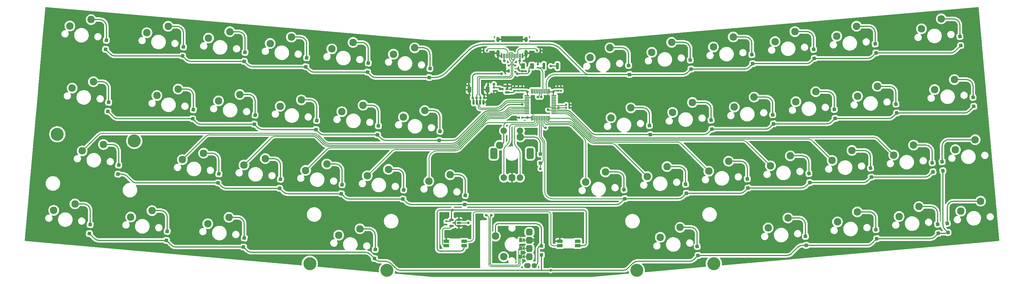
<source format=gbr>
%TF.GenerationSoftware,KiCad,Pcbnew,(7.0.0)*%
%TF.CreationDate,2024-04-21T10:48:59+02:00*%
%TF.ProjectId,Arrowhead,4172726f-7768-4656-9164-2e6b69636164,rev?*%
%TF.SameCoordinates,Original*%
%TF.FileFunction,Copper,L2,Bot*%
%TF.FilePolarity,Positive*%
%FSLAX46Y46*%
G04 Gerber Fmt 4.6, Leading zero omitted, Abs format (unit mm)*
G04 Created by KiCad (PCBNEW (7.0.0)) date 2024-04-21 10:48:59*
%MOMM*%
%LPD*%
G01*
G04 APERTURE LIST*
G04 Aperture macros list*
%AMRoundRect*
0 Rectangle with rounded corners*
0 $1 Rounding radius*
0 $2 $3 $4 $5 $6 $7 $8 $9 X,Y pos of 4 corners*
0 Add a 4 corners polygon primitive as box body*
4,1,4,$2,$3,$4,$5,$6,$7,$8,$9,$2,$3,0*
0 Add four circle primitives for the rounded corners*
1,1,$1+$1,$2,$3*
1,1,$1+$1,$4,$5*
1,1,$1+$1,$6,$7*
1,1,$1+$1,$8,$9*
0 Add four rect primitives between the rounded corners*
20,1,$1+$1,$2,$3,$4,$5,0*
20,1,$1+$1,$4,$5,$6,$7,0*
20,1,$1+$1,$6,$7,$8,$9,0*
20,1,$1+$1,$8,$9,$2,$3,0*%
%AMFreePoly0*
4,1,6,0.600000,-0.250000,-0.600000,-0.250000,-0.600000,1.000000,0.000000,0.400000,0.600000,1.000000,0.600000,-0.250000,0.600000,-0.250000,$1*%
%AMFreePoly1*
4,1,6,0.600000,0.200000,0.000000,-0.400000,-0.600000,0.200000,-0.600000,0.400000,0.600000,0.400000,0.600000,0.200000,0.600000,0.200000,$1*%
%AMFreePoly2*
4,1,5,0.125000,-0.500000,-0.125000,-0.500000,-0.125000,0.500000,0.125000,0.500000,0.125000,-0.500000,0.125000,-0.500000,$1*%
G04 Aperture macros list end*
%TA.AperFunction,ComponentPad*%
%ADD10C,2.300000*%
%TD*%
%TA.AperFunction,ComponentPad*%
%ADD11O,2.100000X1.600000*%
%TD*%
%TA.AperFunction,SMDPad,CuDef*%
%ADD12FreePoly0,270.000000*%
%TD*%
%TA.AperFunction,SMDPad,CuDef*%
%ADD13FreePoly1,270.000000*%
%TD*%
%TA.AperFunction,SMDPad,CuDef*%
%ADD14FreePoly2,270.000000*%
%TD*%
%TA.AperFunction,ComponentPad*%
%ADD15C,1.600000*%
%TD*%
%TA.AperFunction,ComponentPad*%
%ADD16C,4.000000*%
%TD*%
%TA.AperFunction,ComponentPad*%
%ADD17C,2.000000*%
%TD*%
%TA.AperFunction,ComponentPad*%
%ADD18RoundRect,0.500000X0.500000X-0.500000X0.500000X0.500000X-0.500000X0.500000X-0.500000X-0.500000X0*%
%TD*%
%TA.AperFunction,ComponentPad*%
%ADD19RoundRect,0.550000X0.550000X-1.150000X0.550000X1.150000X-0.550000X1.150000X-0.550000X-1.150000X0*%
%TD*%
%TA.AperFunction,SMDPad,CuDef*%
%ADD20RoundRect,0.150000X0.587500X0.150000X-0.587500X0.150000X-0.587500X-0.150000X0.587500X-0.150000X0*%
%TD*%
%TA.AperFunction,SMDPad,CuDef*%
%ADD21RoundRect,0.250000X0.272712X-0.325005X0.325005X0.272712X-0.272712X0.325005X-0.325005X-0.272712X0*%
%TD*%
%TA.AperFunction,SMDPad,CuDef*%
%ADD22RoundRect,0.140000X0.140000X0.170000X-0.140000X0.170000X-0.140000X-0.170000X0.140000X-0.170000X0*%
%TD*%
%TA.AperFunction,SMDPad,CuDef*%
%ADD23RoundRect,0.250000X-0.375000X-0.625000X0.375000X-0.625000X0.375000X0.625000X-0.375000X0.625000X0*%
%TD*%
%TA.AperFunction,SMDPad,CuDef*%
%ADD24RoundRect,0.140000X-0.140000X-0.170000X0.140000X-0.170000X0.140000X0.170000X-0.140000X0.170000X0*%
%TD*%
%TA.AperFunction,SMDPad,CuDef*%
%ADD25RoundRect,0.250000X0.325005X-0.272712X0.272712X0.325005X-0.325005X0.272712X-0.272712X-0.325005X0*%
%TD*%
%TA.AperFunction,SMDPad,CuDef*%
%ADD26RoundRect,0.200000X0.200000X0.800000X-0.200000X0.800000X-0.200000X-0.800000X0.200000X-0.800000X0*%
%TD*%
%TA.AperFunction,SMDPad,CuDef*%
%ADD27RoundRect,0.140000X0.170000X-0.140000X0.170000X0.140000X-0.170000X0.140000X-0.170000X-0.140000X0*%
%TD*%
%TA.AperFunction,SMDPad,CuDef*%
%ADD28RoundRect,0.140000X-0.170000X0.140000X-0.170000X-0.140000X0.170000X-0.140000X0.170000X0.140000X0*%
%TD*%
%TA.AperFunction,SMDPad,CuDef*%
%ADD29RoundRect,0.150000X0.512500X0.150000X-0.512500X0.150000X-0.512500X-0.150000X0.512500X-0.150000X0*%
%TD*%
%TA.AperFunction,SMDPad,CuDef*%
%ADD30RoundRect,0.250000X0.300000X-0.300000X0.300000X0.300000X-0.300000X0.300000X-0.300000X-0.300000X0*%
%TD*%
%TA.AperFunction,SMDPad,CuDef*%
%ADD31RoundRect,0.135000X-0.135000X-0.185000X0.135000X-0.185000X0.135000X0.185000X-0.135000X0.185000X0*%
%TD*%
%TA.AperFunction,SMDPad,CuDef*%
%ADD32R,1.700000X1.000000*%
%TD*%
%TA.AperFunction,SMDPad,CuDef*%
%ADD33RoundRect,0.150000X-0.150000X-0.625000X0.150000X-0.625000X0.150000X0.625000X-0.150000X0.625000X0*%
%TD*%
%TA.AperFunction,SMDPad,CuDef*%
%ADD34RoundRect,0.250000X-0.350000X-0.650000X0.350000X-0.650000X0.350000X0.650000X-0.350000X0.650000X0*%
%TD*%
%TA.AperFunction,SMDPad,CuDef*%
%ADD35RoundRect,0.150000X-0.150000X-0.275000X0.150000X-0.275000X0.150000X0.275000X-0.150000X0.275000X0*%
%TD*%
%TA.AperFunction,SMDPad,CuDef*%
%ADD36RoundRect,0.175000X-0.175000X-0.225000X0.175000X-0.225000X0.175000X0.225000X-0.175000X0.225000X0*%
%TD*%
%TA.AperFunction,SMDPad,CuDef*%
%ADD37R,0.600000X1.450000*%
%TD*%
%TA.AperFunction,SMDPad,CuDef*%
%ADD38R,0.300000X1.450000*%
%TD*%
%TA.AperFunction,ComponentPad*%
%ADD39O,1.000000X1.600000*%
%TD*%
%TA.AperFunction,ComponentPad*%
%ADD40O,1.000000X2.100000*%
%TD*%
%TA.AperFunction,SMDPad,CuDef*%
%ADD41R,0.700000X1.000000*%
%TD*%
%TA.AperFunction,SMDPad,CuDef*%
%ADD42R,0.700000X0.600000*%
%TD*%
%TA.AperFunction,SMDPad,CuDef*%
%ADD43RoundRect,0.135000X0.185000X-0.135000X0.185000X0.135000X-0.185000X0.135000X-0.185000X-0.135000X0*%
%TD*%
%TA.AperFunction,SMDPad,CuDef*%
%ADD44RoundRect,0.075000X0.662500X0.075000X-0.662500X0.075000X-0.662500X-0.075000X0.662500X-0.075000X0*%
%TD*%
%TA.AperFunction,SMDPad,CuDef*%
%ADD45RoundRect,0.075000X0.075000X0.662500X-0.075000X0.662500X-0.075000X-0.662500X0.075000X-0.662500X0*%
%TD*%
%TA.AperFunction,ViaPad*%
%ADD46C,0.800000*%
%TD*%
%TA.AperFunction,Conductor*%
%ADD47C,0.250000*%
%TD*%
%TA.AperFunction,Conductor*%
%ADD48C,0.350000*%
%TD*%
G04 APERTURE END LIST*
D10*
%TO.P,MX45,1,1*%
%TO.N,COL9*%
X300183166Y-90904494D03*
%TO.P,MX45,2,2*%
%TO.N,Net-(D45-A)*%
X306287626Y-87820720D03*
%TD*%
%TO.P,MX26,1,1*%
%TO.N,COL1*%
X79479009Y-73338254D03*
%TO.P,MX26,2,2*%
%TO.N,Net-(D26-A)*%
X86026221Y-71361359D03*
%TD*%
%TO.P,MX6,1,1*%
%TO.N,COL5*%
X144476547Y-40779266D03*
%TO.P,MX6,2,2*%
%TO.N,Net-(D6-A)*%
X151023759Y-38802371D03*
%TD*%
%TO.P,MX38,1,1*%
%TO.N,COL1*%
X63585560Y-91070525D03*
%TO.P,MX38,2,2*%
%TO.N,Net-(D38-A)*%
X70132772Y-89093630D03*
%TD*%
%TO.P,MX31,1,1*%
%TO.N,COL6*%
X203635304Y-80228569D03*
%TO.P,MX31,2,2*%
%TO.N,Net-(D31-A)*%
X209739764Y-77144795D03*
%TD*%
%TO.P,MX41,1,1*%
%TO.N,COL5*%
X177165000Y-68897500D03*
%TO.P,MX41,2,2*%
%TO.N,r_enc*%
X183515000Y-66357500D03*
%TD*%
%TO.P,MX22,1,1*%
%TO.N,COL9*%
X268396268Y-55439951D03*
%TO.P,MX22,2,2*%
%TO.N,Net-(D22-A)*%
X274500728Y-52356177D03*
%TD*%
%TO.P,MX35,1,1*%
%TO.N,COL10*%
X279545340Y-73587302D03*
%TO.P,MX35,2,2*%
%TO.N,Net-(D35-A)*%
X285649800Y-70503528D03*
%TD*%
%TO.P,MX19,1,1*%
%TO.N,COL6*%
X211463741Y-60420902D03*
%TO.P,MX19,2,2*%
%TO.N,Net-(D19-A)*%
X217568201Y-57337128D03*
%TD*%
D11*
%TO.P,EN1,A,A*%
%TO.N,ROLLER_A*%
X186349999Y-103584499D03*
D12*
X183459000Y-103322500D03*
D13*
X184475000Y-103322500D03*
D14*
X184983000Y-103322500D03*
D11*
X186349999Y-103060499D03*
%TO.P,EN1,B,B*%
%TO.N,ROLLER_B*%
X186349999Y-101044499D03*
D12*
X183459000Y-100782500D03*
D13*
X184475000Y-100782500D03*
D14*
X184983000Y-100782500D03*
D11*
X186349999Y-100520499D03*
%TO.P,EN1,C,C*%
%TO.N,GND*%
X186349999Y-98504499D03*
D12*
X183459000Y-98242500D03*
D13*
X184475000Y-98242500D03*
D14*
X184983000Y-98242500D03*
D11*
X186349999Y-97980499D03*
D15*
%TO.P,EN1,S1,S1*%
%TO.N,r_roller*%
X187825000Y-106060500D03*
D11*
%TO.P,EN1,S2,S2*%
%TO.N,COL4*%
X185724999Y-106060499D03*
%TO.P,EN1,X*%
%TO.N,N/C*%
X186349999Y-95964499D03*
X186349999Y-95440499D03*
%TD*%
D10*
%TO.P,MX23,1,1*%
%TO.N,COL10*%
X287373777Y-53779634D03*
%TO.P,MX23,2,2*%
%TO.N,Net-(D23-A)*%
X293478237Y-50695860D03*
%TD*%
%TO.P,MX46,1,1*%
%TO.N,COL10*%
X319160675Y-89244177D03*
%TO.P,MX46,2,2*%
%TO.N,Net-(D46-A)*%
X325265135Y-86160403D03*
%TD*%
%TO.P,MX48,1,1*%
%TO.N,COL4*%
X178435000Y-103322500D03*
%TO.P,MX48,2,2*%
%TO.N,r_roller*%
X175895000Y-96972500D03*
%TD*%
%TO.P,MX8,1,1*%
%TO.N,COL7*%
X224036556Y-40198155D03*
%TO.P,MX8,2,2*%
%TO.N,Net-(D8-A)*%
X230141016Y-37114381D03*
%TD*%
%TO.P,MX5,1,1*%
%TO.N,COL4*%
X125499038Y-39118949D03*
%TO.P,MX5,2,2*%
%TO.N,Net-(D5-A)*%
X132046250Y-37142054D03*
%TD*%
%TO.P,MX11,1,1*%
%TO.N,COL10*%
X280969083Y-35217204D03*
%TO.P,MX11,2,2*%
%TO.N,Net-(D11-A)*%
X287073543Y-32133430D03*
%TD*%
%TO.P,MX43,1,1*%
%TO.N,COL7*%
X259856784Y-94436103D03*
%TO.P,MX43,2,2*%
%TO.N,Net-(D43-A)*%
X265961244Y-91352329D03*
%TD*%
%TO.P,MX33,1,1*%
%TO.N,COL8*%
X241590322Y-76907935D03*
%TO.P,MX33,2,2*%
%TO.N,Net-(D33-A)*%
X247694782Y-73824161D03*
%TD*%
%TO.P,MX32,1,1*%
%TO.N,COL7*%
X222612813Y-78568252D03*
%TO.P,MX32,2,2*%
%TO.N,Net-(D32-A)*%
X228717273Y-75484478D03*
%TD*%
%TO.P,MX4,1,1*%
%TO.N,COL3*%
X106521529Y-37458632D03*
%TO.P,MX4,2,2*%
%TO.N,Net-(D4-A)*%
X113068741Y-35481737D03*
%TD*%
%TO.P,MX34,1,1*%
%TO.N,COL9*%
X260567831Y-75247618D03*
%TO.P,MX34,2,2*%
%TO.N,Net-(D34-A)*%
X266672291Y-72163844D03*
%TD*%
%TO.P,MX12,1,1*%
%TO.N,COL11*%
X307063158Y-32934269D03*
%TO.P,MX12,2,2*%
%TO.N,Net-(D12-A)*%
X313167618Y-29850495D03*
%TD*%
%TO.P,MX27,1,1*%
%TO.N,COL2*%
X98456518Y-74998571D03*
%TO.P,MX27,2,2*%
%TO.N,Net-(D27-A)*%
X105003730Y-73021676D03*
%TD*%
%TO.P,MX20,1,1*%
%TO.N,COL7*%
X230441250Y-58760585D03*
%TO.P,MX20,2,2*%
%TO.N,Net-(D20-A)*%
X236545710Y-55676811D03*
%TD*%
%TO.P,MX14,1,1*%
%TO.N,COL1*%
X71650571Y-53530586D03*
%TO.P,MX14,2,2*%
%TO.N,Net-(D14-A)*%
X78197783Y-51553691D03*
%TD*%
%TO.P,MX1,1,1*%
%TO.N,COL0*%
X44844624Y-32062602D03*
%TO.P,MX1,2,2*%
%TO.N,Net-(D1-A)*%
X51391836Y-30085707D03*
%TD*%
%TO.P,MX21,1,1*%
%TO.N,COL8*%
X249418759Y-57100268D03*
%TO.P,MX21,2,2*%
%TO.N,Net-(D21-A)*%
X255523219Y-54016494D03*
%TD*%
%TO.P,MX28,1,1*%
%TO.N,COL3*%
X117434027Y-76658888D03*
%TO.P,MX28,2,2*%
%TO.N,Net-(D28-A)*%
X123981239Y-74681993D03*
%TD*%
D16*
%TO.P,S3,*%
%TO.N,*%
X40962522Y-65506519D03*
X64684408Y-67581915D03*
%TD*%
D17*
%TO.P,SW1,A,A*%
%TO.N,ENC_A*%
X178475000Y-78937500D03*
%TO.P,SW1,B,B*%
%TO.N,ENC_B*%
X183475000Y-78937500D03*
D18*
%TO.P,SW1,C,C*%
%TO.N,GND*%
X180975000Y-78937500D03*
D19*
%TO.P,SW1,MP*%
%TO.N,N/C*%
X175375000Y-71437500D03*
X186575000Y-71437500D03*
D17*
%TO.P,SW1,S1,S1*%
%TO.N,r_enc*%
X183475000Y-64437500D03*
%TO.P,SW1,S2,S2*%
%TO.N,COL5*%
X178475000Y-64437500D03*
%TD*%
D10*
%TO.P,MX9,1,1*%
%TO.N,COL8*%
X243014065Y-38537838D03*
%TO.P,MX9,2,2*%
%TO.N,Net-(D9-A)*%
X249118525Y-35454064D03*
%TD*%
%TO.P,MX7,1,1*%
%TO.N,COL6*%
X205059047Y-41858472D03*
%TO.P,MX7,2,2*%
%TO.N,Net-(D7-A)*%
X211163507Y-38774698D03*
%TD*%
%TO.P,MX30,1,1*%
%TO.N,COL5*%
X155389045Y-79979521D03*
%TO.P,MX30,2,2*%
%TO.N,Net-(D30-A)*%
X161936257Y-78002626D03*
%TD*%
%TO.P,MX44,1,1*%
%TO.N,COL8*%
X281205657Y-92564811D03*
%TO.P,MX44,2,2*%
%TO.N,Net-(D44-A)*%
X287310117Y-89481037D03*
%TD*%
%TO.P,MX39,1,1*%
%TO.N,COL2*%
X87307446Y-93145921D03*
%TO.P,MX39,2,2*%
%TO.N,Net-(D39-A)*%
X93854658Y-91169026D03*
%TD*%
%TO.P,MX13,1,1*%
%TO.N,COL0*%
X45556496Y-51247651D03*
%TO.P,MX13,2,2*%
%TO.N,Net-(D13-A)*%
X52103708Y-49270756D03*
%TD*%
%TO.P,MX3,1,1*%
%TO.N,COL2*%
X87544020Y-35798315D03*
%TO.P,MX3,2,2*%
%TO.N,Net-(D3-A)*%
X94091232Y-33821420D03*
%TD*%
%TO.P,MX47,1,1*%
%TO.N,COL11*%
X317500358Y-70266668D03*
%TO.P,MX47,2,2*%
%TO.N,Net-(D47-A)*%
X323604818Y-67182894D03*
%TD*%
%TO.P,MX29,1,1*%
%TO.N,COL4*%
X136411536Y-78319204D03*
%TO.P,MX29,2,2*%
%TO.N,Net-(D29-A)*%
X142958748Y-76342309D03*
%TD*%
%TO.P,MX24,1,1*%
%TO.N,COL11*%
X311095664Y-51704238D03*
%TO.P,MX24,2,2*%
%TO.N,Net-(D24-A)*%
X317200124Y-48620464D03*
%TD*%
%TO.P,MX40,1,1*%
%TO.N,COL3*%
X127634653Y-96674095D03*
%TO.P,MX40,2,2*%
%TO.N,Net-(D40-A)*%
X134181865Y-94697200D03*
%TD*%
%TO.P,MX36,1,1*%
%TO.N,COL11*%
X298522849Y-71926985D03*
%TO.P,MX36,2,2*%
%TO.N,Net-(D36-A)*%
X304627309Y-68843211D03*
%TD*%
%TO.P,MX10,1,1*%
%TO.N,COL9*%
X261991574Y-36877521D03*
%TO.P,MX10,2,2*%
%TO.N,Net-(D10-A)*%
X268096034Y-33793747D03*
%TD*%
%TO.P,MX15,1,1*%
%TO.N,COL2*%
X90628080Y-55190903D03*
%TO.P,MX15,2,2*%
%TO.N,Net-(D15-A)*%
X97175292Y-53214008D03*
%TD*%
%TO.P,MX18,1,1*%
%TO.N,COL5*%
X147560607Y-60171854D03*
%TO.P,MX18,2,2*%
%TO.N,Net-(D18-A)*%
X154107819Y-58194959D03*
%TD*%
D16*
%TO.P,S1,*%
%TO.N,*%
X142460939Y-107532611D03*
X118739053Y-105457215D03*
%TD*%
D10*
%TO.P,MX17,1,1*%
%TO.N,COL4*%
X128583098Y-58511537D03*
%TO.P,MX17,2,2*%
%TO.N,Net-(D17-A)*%
X135130310Y-56534642D03*
%TD*%
%TO.P,MX25,1,1*%
%TO.N,COL0*%
X48640556Y-70640239D03*
%TO.P,MX25,2,2*%
%TO.N,Net-(D25-A)*%
X55187768Y-68663344D03*
%TD*%
%TO.P,MX2,1,1*%
%TO.N,COL1*%
X68566511Y-34137998D03*
%TO.P,MX2,2,2*%
%TO.N,Net-(D2-A)*%
X75113723Y-32161103D03*
%TD*%
D16*
%TO.P,S2,*%
%TO.N,*%
X243130150Y-105457777D03*
X219408264Y-107533173D03*
%TD*%
D10*
%TO.P,MX16,1,1*%
%TO.N,COL3*%
X109605589Y-56851220D03*
%TO.P,MX16,2,2*%
%TO.N,Net-(D16-A)*%
X116152801Y-54874325D03*
%TD*%
%TO.P,MX42,1,1*%
%TO.N,COL6*%
X226643547Y-97338784D03*
%TO.P,MX42,2,2*%
%TO.N,Net-(D42-A)*%
X232748007Y-94255010D03*
%TD*%
%TO.P,MX37,1,1*%
%TO.N,COL0*%
X39863674Y-88995129D03*
%TO.P,MX37,2,2*%
%TO.N,Net-(D37-A)*%
X46410886Y-87018234D03*
%TD*%
D20*
%TO.P,U3,1,GND*%
%TO.N,GND*%
X179531250Y-50643750D03*
%TO.P,U3,2,VO*%
%TO.N,+3V3*%
X179531250Y-52543750D03*
%TO.P,U3,3,VI*%
%TO.N,+5V*%
X177656250Y-51593750D03*
%TD*%
D21*
%TO.P,D15,1,K*%
%TO.N,ROW1*%
X101621432Y-62389688D03*
%TO.P,D15,2,A*%
%TO.N,Net-(D15-A)*%
X101865468Y-59600342D03*
%TD*%
%TO.P,D38,1,K*%
%TO.N,ROW3*%
X74578912Y-98269310D03*
%TO.P,D38,2,A*%
%TO.N,Net-(D38-A)*%
X74822948Y-95479964D03*
%TD*%
D22*
%TO.P,C2,1*%
%TO.N,+3V3*%
X184150000Y-60325000D03*
%TO.P,C2,2*%
%TO.N,GND*%
X183190000Y-60325000D03*
%TD*%
D23*
%TO.P,F1,1*%
%TO.N,VBUS*%
X184337500Y-44450000D03*
%TO.P,F1,2*%
%TO.N,+5V*%
X187137500Y-44450000D03*
%TD*%
D21*
%TO.P,D27,1,K*%
%TO.N,ROW2*%
X109449870Y-82197356D03*
%TO.P,D27,2,A*%
%TO.N,Net-(D27-A)*%
X109693906Y-79408010D03*
%TD*%
D24*
%TO.P,C8,1*%
%TO.N,NRST*%
X197643750Y-56356250D03*
%TO.P,C8,2*%
%TO.N,GND*%
X198603750Y-56356250D03*
%TD*%
D25*
%TO.P,D34,1,K*%
%TO.N,ROW2*%
X272644225Y-80428062D03*
%TO.P,D34,2,A*%
%TO.N,Net-(D34-A)*%
X272400189Y-77638716D03*
%TD*%
D21*
%TO.P,D30,1,K*%
%TO.N,ROW2*%
X166382397Y-87178306D03*
%TO.P,D30,2,A*%
%TO.N,Net-(D30-A)*%
X166626433Y-84388960D03*
%TD*%
D26*
%TO.P,SW2,1,1*%
%TO.N,+3V3*%
X194981250Y-44450000D03*
%TO.P,SW2,2,2*%
%TO.N,BOOT0*%
X190781250Y-44450000D03*
%TD*%
D27*
%TO.P,C5,1*%
%TO.N,+3V3*%
X184150000Y-52073750D03*
%TO.P,C5,2*%
%TO.N,GND*%
X184150000Y-51113750D03*
%TD*%
D21*
%TO.P,D40,1,K*%
%TO.N,ROW3*%
X138628005Y-103872879D03*
%TO.P,D40,2,A*%
%TO.N,Net-(D40-A)*%
X138872041Y-101083533D03*
%TD*%
D28*
%TO.P,C9,1*%
%TO.N,+5V*%
X175418750Y-51113750D03*
%TO.P,C9,2*%
%TO.N,GND*%
X175418750Y-52073750D03*
%TD*%
D29*
%TO.P,U4,1*%
%TO.N,GND*%
X164650000Y-91918750D03*
%TO.P,U4,2*%
%TO.N,RGB MCU*%
X164650000Y-92868750D03*
%TO.P,U4,3,GND*%
%TO.N,GND*%
X164650000Y-93818750D03*
%TO.P,U4,4*%
%TO.N,indicators*%
X162375000Y-93818750D03*
%TO.P,U4,5,VCC*%
%TO.N,+5V*%
X162375000Y-91918750D03*
%TD*%
D25*
%TO.P,D36,1,K*%
%TO.N,ROW2*%
X310599243Y-77107428D03*
%TO.P,D36,2,A*%
%TO.N,Net-(D36-A)*%
X310355207Y-74318082D03*
%TD*%
D21*
%TO.P,D29,1,K*%
%TO.N,ROW2*%
X147404888Y-85517989D03*
%TO.P,D29,2,A*%
%TO.N,Net-(D29-A)*%
X147648924Y-82728643D03*
%TD*%
D25*
%TO.P,D7,1,K*%
%TO.N,ROW0*%
X217135441Y-47038915D03*
%TO.P,D7,2,A*%
%TO.N,Net-(D7-A)*%
X216891405Y-44249569D03*
%TD*%
%TO.P,D20,1,K*%
%TO.N,ROW1*%
X242517645Y-63941028D03*
%TO.P,D20,2,A*%
%TO.N,Net-(D20-A)*%
X242273609Y-61151682D03*
%TD*%
%TO.P,D43,1,K*%
%TO.N,ROW3*%
X271584518Y-99819673D03*
%TO.P,D43,2,A*%
%TO.N,Net-(D43-A)*%
X271340482Y-97030327D03*
%TD*%
%TO.P,D21,1,K*%
%TO.N,ROW1*%
X261495154Y-62280711D03*
%TO.P,D21,2,A*%
%TO.N,Net-(D21-A)*%
X261251118Y-59491365D03*
%TD*%
D30*
%TO.P,D48,1,K*%
%TO.N,ROW3*%
X190048500Y-102772500D03*
%TO.P,D48,2,A*%
%TO.N,r_roller*%
X190048500Y-99972500D03*
%TD*%
D21*
%TO.P,D17,1,K*%
%TO.N,ROW1*%
X139576450Y-65710322D03*
%TO.P,D17,2,A*%
%TO.N,Net-(D17-A)*%
X139820486Y-62920976D03*
%TD*%
D24*
%TO.P,C3,1*%
%TO.N,+3V3*%
X197643750Y-57350000D03*
%TO.P,C3,2*%
%TO.N,GND*%
X198603750Y-57350000D03*
%TD*%
D21*
%TO.P,D13,1,K*%
%TO.N,ROW1*%
X56549849Y-58446435D03*
%TO.P,D13,2,A*%
%TO.N,Net-(D13-A)*%
X56793885Y-55657089D03*
%TD*%
D25*
%TO.P,D22,1,K*%
%TO.N,ROW1*%
X280472663Y-60620394D03*
%TO.P,D22,2,A*%
%TO.N,Net-(D22-A)*%
X280228627Y-57831048D03*
%TD*%
D21*
%TO.P,D2,1,K*%
%TO.N,ROW0*%
X79559863Y-41336783D03*
%TO.P,D2,2,A*%
%TO.N,Net-(D2-A)*%
X79803899Y-38547437D03*
%TD*%
%TO.P,D4,1,K*%
%TO.N,ROW0*%
X117514881Y-44657417D03*
%TO.P,D4,2,A*%
%TO.N,Net-(D4-A)*%
X117758917Y-41868071D03*
%TD*%
D25*
%TO.P,D42,1,K*%
%TO.N,ROW3*%
X238247018Y-102933744D03*
%TO.P,D42,2,A*%
%TO.N,Net-(D42-A)*%
X238002982Y-100144398D03*
%TD*%
D21*
%TO.P,D16,1,K*%
%TO.N,ROW1*%
X120598941Y-64050005D03*
%TO.P,D16,2,A*%
%TO.N,Net-(D16-A)*%
X120842977Y-61260659D03*
%TD*%
D25*
%TO.P,D47,1,K*%
%TO.N,ROW3*%
X313653268Y-76800923D03*
%TO.P,D47,2,A*%
%TO.N,Net-(D47-A)*%
X313409232Y-74011577D03*
%TD*%
%TO.P,D32,1,K*%
%TO.N,ROW2*%
X234689207Y-83748696D03*
%TO.P,D32,2,A*%
%TO.N,Net-(D32-A)*%
X234445171Y-80959350D03*
%TD*%
D21*
%TO.P,D6,1,K*%
%TO.N,ROW0*%
X155469899Y-47978051D03*
%TO.P,D6,2,A*%
%TO.N,Net-(D6-A)*%
X155713935Y-45188705D03*
%TD*%
%TO.P,D37,1,K*%
%TO.N,ROW3*%
X50857026Y-96193914D03*
%TO.P,D37,2,A*%
%TO.N,Net-(D37-A)*%
X51101062Y-93404568D03*
%TD*%
%TO.P,D26,1,K*%
%TO.N,ROW2*%
X90472361Y-80537039D03*
%TO.P,D26,2,A*%
%TO.N,Net-(D26-A)*%
X90716397Y-77747693D03*
%TD*%
D27*
%TO.P,C4,1*%
%TO.N,+3V3*%
X196056250Y-52073750D03*
%TO.P,C4,2*%
%TO.N,GND*%
X196056250Y-51113750D03*
%TD*%
D25*
%TO.P,D23,1,K*%
%TO.N,ROW1*%
X299450172Y-58960077D03*
%TO.P,D23,2,A*%
%TO.N,Net-(D23-A)*%
X299206136Y-56170731D03*
%TD*%
D27*
%TO.P,C10,1*%
%TO.N,+3V3*%
X181768750Y-52073750D03*
%TO.P,C10,2*%
%TO.N,GND*%
X181768750Y-51113750D03*
%TD*%
D25*
%TO.P,D46,1,K*%
%TO.N,ROW3*%
X315240768Y-95850923D03*
%TO.P,D46,2,A*%
%TO.N,Net-(D46-A)*%
X314996732Y-93061577D03*
%TD*%
D21*
%TO.P,D28,1,K*%
%TO.N,ROW2*%
X128427379Y-83857672D03*
%TO.P,D28,2,A*%
%TO.N,Net-(D28-A)*%
X128671415Y-81068326D03*
%TD*%
D31*
%TO.P,R2,1*%
%TO.N,Net-(J1-CC2)*%
X188686250Y-39687500D03*
%TO.P,R2,2*%
%TO.N,GND*%
X189706250Y-39687500D03*
%TD*%
D21*
%TO.P,D25,1,K*%
%TO.N,ROW2*%
X59633909Y-77839024D03*
%TO.P,D25,2,A*%
%TO.N,Net-(D25-A)*%
X59877945Y-75049678D03*
%TD*%
D32*
%TO.P,LED1,1,VDD*%
%TO.N,+5V*%
X166262499Y-99918749D03*
%TO.P,LED1,2,DOUT*%
%TO.N,Net-(LED1-DOUT)*%
X166262499Y-98518749D03*
%TO.P,LED1,3,VSS*%
%TO.N,GND*%
X160762499Y-98518749D03*
%TO.P,LED1,4,DIN*%
%TO.N,indicators*%
X160762499Y-99918749D03*
%TD*%
D25*
%TO.P,D33,1,K*%
%TO.N,ROW2*%
X253666716Y-82088379D03*
%TO.P,D33,2,A*%
%TO.N,Net-(D33-A)*%
X253422680Y-79299033D03*
%TD*%
%TO.P,D35,1,K*%
%TO.N,ROW2*%
X291621734Y-78767745D03*
%TO.P,D35,2,A*%
%TO.N,Net-(D35-A)*%
X291377698Y-75978399D03*
%TD*%
D21*
%TO.P,D14,1,K*%
%TO.N,ROW1*%
X82643923Y-60729371D03*
%TO.P,D14,2,A*%
%TO.N,Net-(D14-A)*%
X82887959Y-57940025D03*
%TD*%
D33*
%TO.P,J3,1,Pin_1*%
%TO.N,+5V*%
X169156250Y-55598750D03*
%TO.P,J3,2,Pin_2*%
%TO.N,D_N*%
X170156250Y-55598750D03*
%TO.P,J3,3,Pin_3*%
%TO.N,D_P*%
X171156250Y-55598750D03*
%TO.P,J3,4,Pin_4*%
%TO.N,GND*%
X172156250Y-55598750D03*
D34*
%TO.P,J3,MP,MountPin*%
X167856250Y-51723750D03*
X173456250Y-51723750D03*
%TD*%
D21*
%TO.P,D3,1,K*%
%TO.N,ROW0*%
X98537372Y-42997100D03*
%TO.P,D3,2,A*%
%TO.N,Net-(D3-A)*%
X98781408Y-40207754D03*
%TD*%
%TO.P,D18,1,K*%
%TO.N,ROW1*%
X158553959Y-67370639D03*
%TO.P,D18,2,A*%
%TO.N,Net-(D18-A)*%
X158797995Y-64581293D03*
%TD*%
D25*
%TO.P,D45,1,K*%
%TO.N,ROW3*%
X312259560Y-96084937D03*
%TO.P,D45,2,A*%
%TO.N,Net-(D45-A)*%
X312015524Y-93295591D03*
%TD*%
D31*
%TO.P,R1,1*%
%TO.N,GND*%
X172243750Y-39687500D03*
%TO.P,R1,2*%
%TO.N,Net-(J1-CC1)*%
X173263750Y-39687500D03*
%TD*%
D30*
%TO.P,D41,1,K*%
%TO.N,ROW3*%
X189706250Y-74425000D03*
%TO.P,D41,2,A*%
%TO.N,r_enc*%
X189706250Y-71625000D03*
%TD*%
D35*
%TO.P,J4,1,Pin_1*%
%TO.N,+5V*%
X168856250Y-54262500D03*
%TO.P,J4,2,Pin_2*%
%TO.N,D_N*%
X170056250Y-54262500D03*
%TO.P,J4,3,Pin_3*%
%TO.N,D_P*%
X171256250Y-54262500D03*
%TO.P,J4,4,Pin_4*%
%TO.N,GND*%
X172456250Y-54262500D03*
D36*
%TO.P,J4,MP,MountPin*%
X167706250Y-50487500D03*
X173606250Y-50487500D03*
%TD*%
D25*
%TO.P,D10,1,K*%
%TO.N,ROW0*%
X274067968Y-42057964D03*
%TO.P,D10,2,A*%
%TO.N,Net-(D10-A)*%
X273823932Y-39268618D03*
%TD*%
D37*
%TO.P,J1,A1,GND*%
%TO.N,GND*%
X177724999Y-41351249D03*
%TO.P,J1,A4,VBUS*%
%TO.N,VBUS*%
X178524999Y-41351249D03*
D38*
%TO.P,J1,A5,CC1*%
%TO.N,Net-(J1-CC1)*%
X179724999Y-41351249D03*
%TO.P,J1,A6,D+*%
%TO.N,D_P*%
X180724999Y-41351249D03*
%TO.P,J1,A7,D-*%
%TO.N,D_N*%
X181224999Y-41351249D03*
%TO.P,J1,A8,SBU1*%
%TO.N,unconnected-(J1-SBU1-PadA8)*%
X182224999Y-41351249D03*
D37*
%TO.P,J1,A9,VBUS*%
%TO.N,VBUS*%
X183424999Y-41351249D03*
%TO.P,J1,A12,GND*%
%TO.N,GND*%
X184224999Y-41351249D03*
%TO.P,J1,B1,GND*%
X184224999Y-41351249D03*
%TO.P,J1,B4,VBUS*%
%TO.N,VBUS*%
X183424999Y-41351249D03*
D38*
%TO.P,J1,B5,CC2*%
%TO.N,Net-(J1-CC2)*%
X182724999Y-41351249D03*
%TO.P,J1,B6,D+*%
%TO.N,D_P*%
X181724999Y-41351249D03*
%TO.P,J1,B7,D-*%
%TO.N,D_N*%
X180224999Y-41351249D03*
%TO.P,J1,B8,SBU2*%
%TO.N,unconnected-(J1-SBU2-PadB8)*%
X179224999Y-41351249D03*
D37*
%TO.P,J1,B9,VBUS*%
%TO.N,VBUS*%
X178524999Y-41351249D03*
%TO.P,J1,B12,GND*%
%TO.N,GND*%
X177724999Y-41351249D03*
D39*
%TO.P,J1,S1,SHIELD*%
X176654999Y-36256249D03*
D40*
X176654999Y-40436249D03*
D39*
X185294999Y-36256249D03*
D40*
X185294999Y-40436249D03*
%TD*%
D27*
%TO.P,C11,1*%
%TO.N,GND*%
X160737500Y-93348750D03*
%TO.P,C11,2*%
%TO.N,+5V*%
X160737500Y-92388750D03*
%TD*%
D21*
%TO.P,D5,1,K*%
%TO.N,ROW0*%
X136492390Y-46317734D03*
%TO.P,D5,2,A*%
%TO.N,Net-(D5-A)*%
X136736426Y-43528388D03*
%TD*%
%TO.P,D1,1,K*%
%TO.N,ROW0*%
X55837977Y-39261387D03*
%TO.P,D1,2,A*%
%TO.N,Net-(D1-A)*%
X56082013Y-36472041D03*
%TD*%
D41*
%TO.P,U2,1,GND*%
%TO.N,GND*%
X179974999Y-45993749D03*
D42*
%TO.P,U2,2,I/O1*%
%TO.N,D_N*%
X179974999Y-44293749D03*
%TO.P,U2,3,I/O2*%
%TO.N,D_P*%
X181974999Y-44293749D03*
%TO.P,U2,4,VCC*%
%TO.N,+5V*%
X181974999Y-46193749D03*
%TD*%
D25*
%TO.P,D31,1,K*%
%TO.N,ROW2*%
X215711698Y-85409012D03*
%TO.P,D31,2,A*%
%TO.N,Net-(D31-A)*%
X215467662Y-82619666D03*
%TD*%
%TO.P,D9,1,K*%
%TO.N,ROW0*%
X255090459Y-43718281D03*
%TO.P,D9,2,A*%
%TO.N,Net-(D9-A)*%
X254846423Y-40928935D03*
%TD*%
D43*
%TO.P,R3,1*%
%TO.N,BOOT0*%
X188912500Y-44960000D03*
%TO.P,R3,2*%
%TO.N,GND*%
X188912500Y-43940000D03*
%TD*%
D22*
%TO.P,C1,1*%
%TO.N,+5V*%
X186217500Y-46037500D03*
%TO.P,C1,2*%
%TO.N,GND*%
X185257500Y-46037500D03*
%TD*%
D21*
%TO.P,D39,1,K*%
%TO.N,ROW3*%
X98300799Y-100344706D03*
%TO.P,D39,2,A*%
%TO.N,Net-(D39-A)*%
X98544835Y-97555360D03*
%TD*%
D44*
%TO.P,U1,1,VBAT*%
%TO.N,+3V3*%
X193868750Y-53606250D03*
%TO.P,U1,2,PC13*%
%TO.N,unconnected-(U1-PC13-Pad2)*%
X193868750Y-54106250D03*
%TO.P,U1,3,PC14*%
%TO.N,unconnected-(U1-PC14-Pad3)*%
X193868750Y-54606250D03*
%TO.P,U1,4,PC15*%
%TO.N,unconnected-(U1-PC15-Pad4)*%
X193868750Y-55106250D03*
%TO.P,U1,5,PF0*%
%TO.N,unconnected-(U1-PF0-Pad5)*%
X193868750Y-55606250D03*
%TO.P,U1,6,PF1*%
%TO.N,unconnected-(U1-PF1-Pad6)*%
X193868750Y-56106250D03*
%TO.P,U1,7,NRST*%
%TO.N,NRST*%
X193868750Y-56606250D03*
%TO.P,U1,8,VSSA*%
%TO.N,GND*%
X193868750Y-57106250D03*
%TO.P,U1,9,VDDA*%
%TO.N,+3V3*%
X193868750Y-57606250D03*
%TO.P,U1,10,PA0*%
%TO.N,ROW1*%
X193868750Y-58106250D03*
%TO.P,U1,11,PA1*%
%TO.N,COL11*%
X193868750Y-58606250D03*
%TO.P,U1,12,PA2*%
%TO.N,COL10*%
X193868750Y-59106250D03*
D45*
%TO.P,U1,13,PA3*%
%TO.N,COL9*%
X192456250Y-60518750D03*
%TO.P,U1,14,PA4*%
%TO.N,COL8*%
X191956250Y-60518750D03*
%TO.P,U1,15,PA5*%
%TO.N,COL7*%
X191456250Y-60518750D03*
%TO.P,U1,16,PA6*%
%TO.N,COL6*%
X190956250Y-60518750D03*
%TO.P,U1,17,PA7*%
%TO.N,RGB MCU*%
X190456250Y-60518750D03*
%TO.P,U1,18,PB0*%
%TO.N,ROW2*%
X189956250Y-60518750D03*
%TO.P,U1,19,PB1*%
%TO.N,ROW3*%
X189456250Y-60518750D03*
%TO.P,U1,20,PB2*%
%TO.N,ENC_B*%
X188956250Y-60518750D03*
%TO.P,U1,21,PB10*%
%TO.N,ENC_A*%
X188456250Y-60518750D03*
%TO.P,U1,22,PB11*%
%TO.N,COL5*%
X187956250Y-60518750D03*
%TO.P,U1,23,VSS*%
%TO.N,GND*%
X187456250Y-60518750D03*
%TO.P,U1,24,VDD*%
%TO.N,+3V3*%
X186956250Y-60518750D03*
D44*
%TO.P,U1,25,PB12*%
%TO.N,COL4*%
X185543750Y-59106250D03*
%TO.P,U1,26,PB13*%
%TO.N,COL3*%
X185543750Y-58606250D03*
%TO.P,U1,27,PB14*%
%TO.N,COL2*%
X185543750Y-58106250D03*
%TO.P,U1,28,PB15*%
%TO.N,COL1*%
X185543750Y-57606250D03*
%TO.P,U1,29,PA8*%
%TO.N,COL0*%
X185543750Y-57106250D03*
%TO.P,U1,30,PA9*%
%TO.N,unconnected-(U1-PA9-Pad30)*%
X185543750Y-56606250D03*
%TO.P,U1,31,PA10*%
%TO.N,unconnected-(U1-PA10-Pad31)*%
X185543750Y-56106250D03*
%TO.P,U1,32,PA11*%
%TO.N,D_N*%
X185543750Y-55606250D03*
%TO.P,U1,33,PA12*%
%TO.N,D_P*%
X185543750Y-55106250D03*
%TO.P,U1,34,PA13*%
%TO.N,unconnected-(U1-PA13-Pad34)*%
X185543750Y-54606250D03*
%TO.P,U1,35,VSS*%
%TO.N,GND*%
X185543750Y-54106250D03*
%TO.P,U1,36,VDDIO2*%
%TO.N,+3V3*%
X185543750Y-53606250D03*
D45*
%TO.P,U1,37,PA14*%
%TO.N,unconnected-(U1-PA14-Pad37)*%
X186956250Y-52193750D03*
%TO.P,U1,38,PA15*%
%TO.N,unconnected-(U1-PA15-Pad38)*%
X187456250Y-52193750D03*
%TO.P,U1,39,PB3*%
%TO.N,unconnected-(U1-PB3-Pad39)*%
X187956250Y-52193750D03*
%TO.P,U1,40,PB4*%
%TO.N,unconnected-(U1-PB4-Pad40)*%
X188456250Y-52193750D03*
%TO.P,U1,41,PB5*%
%TO.N,unconnected-(U1-PB5-Pad41)*%
X188956250Y-52193750D03*
%TO.P,U1,42,PB6*%
%TO.N,ROLLER_A*%
X189456250Y-52193750D03*
%TO.P,U1,43,PB7*%
%TO.N,ROLLER_B*%
X189956250Y-52193750D03*
%TO.P,U1,44,BOOT0*%
%TO.N,BOOT0*%
X190456250Y-52193750D03*
%TO.P,U1,45,PB8*%
%TO.N,unconnected-(U1-PB8-Pad45)*%
X190956250Y-52193750D03*
%TO.P,U1,46,PB9*%
%TO.N,ROW0*%
X191456250Y-52193750D03*
%TO.P,U1,47,VSS*%
%TO.N,GND*%
X191956250Y-52193750D03*
%TO.P,U1,48,VDD*%
%TO.N,+3V3*%
X192456250Y-52193750D03*
%TD*%
D27*
%TO.P,C7,1*%
%TO.N,+3V3*%
X182929419Y-52073750D03*
%TO.P,C7,2*%
%TO.N,GND*%
X182929419Y-51113750D03*
%TD*%
D25*
%TO.P,D8,1,K*%
%TO.N,ROW0*%
X236112950Y-45378598D03*
%TO.P,D8,2,A*%
%TO.N,Net-(D8-A)*%
X235868914Y-42589252D03*
%TD*%
%TO.P,D12,1,K*%
%TO.N,ROW0*%
X319139552Y-38114712D03*
%TO.P,D12,2,A*%
%TO.N,Net-(D12-A)*%
X318895516Y-35325366D03*
%TD*%
%TO.P,D19,1,K*%
%TO.N,ROW1*%
X223540136Y-65601345D03*
%TO.P,D19,2,A*%
%TO.N,Net-(D19-A)*%
X223296100Y-62811999D03*
%TD*%
%TO.P,D24,1,K*%
%TO.N,ROW1*%
X323172058Y-56884681D03*
%TO.P,D24,2,A*%
%TO.N,Net-(D24-A)*%
X322928022Y-54095335D03*
%TD*%
D27*
%TO.P,C6,1*%
%TO.N,+3V3*%
X195062500Y-52073750D03*
%TO.P,C6,2*%
%TO.N,GND*%
X195062500Y-51113750D03*
%TD*%
D32*
%TO.P,LED2,1,VDD*%
%TO.N,+5V*%
X201187499Y-99918749D03*
%TO.P,LED2,2,DOUT*%
%TO.N,unconnected-(LED2-DOUT-Pad2)*%
X201187499Y-98518749D03*
%TO.P,LED2,3,VSS*%
%TO.N,GND*%
X195687499Y-98518749D03*
%TO.P,LED2,4,DIN*%
%TO.N,Net-(LED1-DOUT)*%
X195687499Y-99918749D03*
%TD*%
D25*
%TO.P,D11,1,K*%
%TO.N,ROW0*%
X293045477Y-40397648D03*
%TO.P,D11,2,A*%
%TO.N,Net-(D11-A)*%
X292801441Y-37608302D03*
%TD*%
%TO.P,D44,1,K*%
%TO.N,ROW3*%
X293282051Y-97745254D03*
%TO.P,D44,2,A*%
%TO.N,Net-(D44-A)*%
X293038015Y-94955908D03*
%TD*%
D46*
%TO.N,ROW1*%
X192087500Y-57943750D03*
X184150000Y-56330750D03*
%TO.N,ROW3*%
X192881250Y-107537500D03*
X189706250Y-76200000D03*
%TO.N,VBUS*%
X183356250Y-42862500D03*
X178593750Y-42862500D03*
%TO.N,+3V3*%
X185737500Y-52387500D03*
X195262500Y-57330750D03*
X185737500Y-60325000D03*
X193675000Y-52387500D03*
X192881250Y-44450000D03*
%TO.N,GND*%
X196056250Y-96837500D03*
X180975000Y-80962500D03*
X159543750Y-93662500D03*
X195064662Y-50019651D03*
X200025000Y-56356250D03*
X180975000Y-36256250D03*
X189706250Y-56356250D03*
X181768750Y-60325000D03*
X184150000Y-96837500D03*
X161131250Y-96837500D03*
X178593750Y-46037500D03*
X190500000Y-39687500D03*
X184150000Y-46037500D03*
X184150000Y-50006250D03*
X181768750Y-50006250D03*
X196056250Y-50006250D03*
X188912500Y-42862500D03*
X171450000Y-39687500D03*
X179387500Y-51593750D03*
X175418750Y-53181250D03*
X200022131Y-57355816D03*
X182932552Y-50011674D03*
X163388000Y-92868750D03*
%TO.N,+5V*%
X162718750Y-88900000D03*
X177800000Y-46831250D03*
X182612500Y-46831250D03*
X175418750Y-50006250D03*
%TO.N,RGB MCU*%
X167481250Y-92868750D03*
X191293750Y-63500000D03*
%TO.N,ROLLER_A*%
X173037500Y-90487500D03*
X188912500Y-53975000D03*
%TO.N,ROLLER_B*%
X174625000Y-90487500D03*
X189924551Y-53987548D03*
%TD*%
D47*
%TO.N,NRST*%
X193868750Y-56606250D02*
X197393750Y-56606250D01*
X197393750Y-56606250D02*
G75*
G03*
X197643750Y-56356250I50J249950D01*
G01*
D48*
%TO.N,Net-(D1-A)*%
X51391836Y-30085707D02*
X54082013Y-30085707D01*
X56082013Y-32085707D02*
X56082013Y-36472041D01*
X56081993Y-32085707D02*
G75*
G03*
X54082013Y-30085707I-1999993J7D01*
G01*
%TO.N,Net-(D2-A)*%
X75113723Y-32161103D02*
X77803899Y-32161103D01*
X79803899Y-34161103D02*
X79803899Y-38547437D01*
X79803897Y-34161103D02*
G75*
G03*
X77803899Y-32161103I-1999997J3D01*
G01*
%TO.N,Net-(D3-A)*%
X94091232Y-33821420D02*
X96781408Y-33821420D01*
X98781408Y-35821420D02*
X98781408Y-40207754D01*
X98781380Y-35821420D02*
G75*
G03*
X96781408Y-33821420I-1999980J20D01*
G01*
%TO.N,Net-(D4-A)*%
X113068741Y-35481737D02*
X115758917Y-35481737D01*
X117758917Y-37481737D02*
X117758917Y-41868071D01*
X117758863Y-37481737D02*
G75*
G03*
X115758917Y-35481737I-1999963J37D01*
G01*
%TO.N,Net-(D5-A)*%
X132046250Y-37142054D02*
X134736426Y-37142054D01*
X136736426Y-39142054D02*
X136736426Y-43528388D01*
X136736446Y-39142054D02*
G75*
G03*
X134736426Y-37142054I-2000046J-46D01*
G01*
%TO.N,Net-(D6-A)*%
X151023759Y-38802371D02*
X153713935Y-38802371D01*
X155713935Y-40802371D02*
X155713935Y-45188705D01*
X155713929Y-40802371D02*
G75*
G03*
X153713935Y-38802371I-2000029J-29D01*
G01*
%TO.N,Net-(D7-A)*%
X216891405Y-40774698D02*
X216891405Y-44249569D01*
X211163507Y-38774698D02*
X214891405Y-38774698D01*
X216891402Y-40774698D02*
G75*
G03*
X214891405Y-38774698I-2000002J-2D01*
G01*
%TO.N,Net-(D8-A)*%
X230141016Y-37114381D02*
X233868914Y-37114381D01*
X235868914Y-39114381D02*
X235868914Y-42589252D01*
X235868919Y-39114381D02*
G75*
G03*
X233868914Y-37114381I-2000019J-19D01*
G01*
%TO.N,Net-(D9-A)*%
X249118525Y-35454064D02*
X252846423Y-35454064D01*
X254846423Y-37454064D02*
X254846423Y-40928935D01*
X254846436Y-37454064D02*
G75*
G03*
X252846423Y-35454064I-2000036J-36D01*
G01*
%TO.N,Net-(D10-A)*%
X268096034Y-33793747D02*
X271823932Y-33793747D01*
X273823932Y-35793747D02*
X273823932Y-39268618D01*
X273823853Y-35793747D02*
G75*
G03*
X271823932Y-33793747I-1999953J47D01*
G01*
%TO.N,Net-(D11-A)*%
X292801441Y-34133430D02*
X292801441Y-37608302D01*
X287073543Y-32133430D02*
X290801441Y-32133430D01*
X292801370Y-34133430D02*
G75*
G03*
X290801441Y-32133430I-1999970J30D01*
G01*
%TO.N,Net-(D12-A)*%
X318895516Y-31850495D02*
X318895516Y-35325366D01*
X313167618Y-29850495D02*
X316895516Y-29850495D01*
X318895505Y-31850495D02*
G75*
G03*
X316895516Y-29850495I-2000005J-5D01*
G01*
%TO.N,ROW0*%
X82048607Y-42997100D02*
X98537372Y-42997100D01*
X79559863Y-41336783D02*
X80634394Y-42411314D01*
D47*
X194295762Y-47038915D02*
X204787500Y-47038915D01*
D48*
X172373458Y-37661081D02*
X192332536Y-37661081D01*
X290556734Y-42057964D02*
X274067968Y-42057964D01*
X120003625Y-46317734D02*
X136492390Y-46317734D01*
X160743745Y-46425005D02*
X167481250Y-39687500D01*
X55837977Y-39261387D02*
X57327587Y-40750997D01*
X98537372Y-42997100D02*
X99611903Y-44071631D01*
X252601715Y-45378598D02*
X236112950Y-45378598D01*
X154781250Y-47978051D02*
X155469899Y-47978051D01*
X236112950Y-45378598D02*
X235038419Y-46453129D01*
X293045477Y-40397648D02*
X291970947Y-41472178D01*
X195919951Y-39147037D02*
X203402082Y-46629168D01*
X155469899Y-47978051D02*
X156994361Y-47978051D01*
X255090459Y-43718281D02*
X254015928Y-44792812D01*
X136492390Y-46317734D02*
X137566921Y-47392265D01*
X319139552Y-38114712D02*
X317442402Y-39811862D01*
X233624206Y-47038915D02*
X217135441Y-47038915D01*
X101026116Y-44657417D02*
X117514881Y-44657417D01*
X274067968Y-42057964D02*
X272993437Y-43132495D01*
X204787500Y-47038915D02*
X217135441Y-47038915D01*
X58741800Y-41336783D02*
X79559863Y-41336783D01*
X316028189Y-40397648D02*
X293045477Y-40397648D01*
D47*
X191456250Y-52193750D02*
X191456250Y-49878427D01*
D48*
X204391298Y-47038915D02*
X204787500Y-47038915D01*
X138981134Y-47978051D02*
X154781250Y-47978051D01*
X271579224Y-43718281D02*
X255090459Y-43718281D01*
X117514881Y-44657417D02*
X118589412Y-45731948D01*
X316028189Y-40397626D02*
G75*
G03*
X317442402Y-39811862I11J2000026D01*
G01*
X57327590Y-40750994D02*
G75*
G03*
X58741800Y-41336783I1414210J1414194D01*
G01*
X203402072Y-46629178D02*
G75*
G03*
X204391298Y-47038915I989228J989278D01*
G01*
X252601715Y-45378609D02*
G75*
G03*
X254015928Y-44792812I-15J2000009D01*
G01*
X172373458Y-37661050D02*
G75*
G03*
X167481251Y-39687501I42J-6918650D01*
G01*
X80634390Y-42411318D02*
G75*
G03*
X82048607Y-42997100I1414210J1414218D01*
G01*
X290556734Y-42057998D02*
G75*
G03*
X291970947Y-41472178I-34J1999998D01*
G01*
X271579224Y-43718303D02*
G75*
G03*
X272993437Y-43132495I-24J2000003D01*
G01*
X233624206Y-47038914D02*
G75*
G03*
X235038418Y-46453128I-6J2000014D01*
G01*
X137566914Y-47392272D02*
G75*
G03*
X138981134Y-47978051I1414186J1414172D01*
G01*
X99611891Y-44071643D02*
G75*
G03*
X101026116Y-44657417I1414209J1414243D01*
G01*
D47*
X194295762Y-47038850D02*
G75*
G03*
X191456250Y-49878427I38J-2839550D01*
G01*
D48*
X118589392Y-45731968D02*
G75*
G03*
X120003625Y-46317734I1414208J1414268D01*
G01*
X195919922Y-39147066D02*
G75*
G03*
X192332536Y-37661081I-3587422J-3587334D01*
G01*
X156994361Y-47978016D02*
G75*
G03*
X160743744Y-46425004I39J5302416D01*
G01*
%TO.N,Net-(D13-A)*%
X56793885Y-51270756D02*
X56793885Y-55657089D01*
X52103708Y-49270756D02*
X54793885Y-49270756D01*
X56793884Y-51270756D02*
G75*
G03*
X54793885Y-49270756I-1999994J6D01*
G01*
%TO.N,Net-(D14-A)*%
X82887959Y-53553691D02*
X82887959Y-57940025D01*
X78197783Y-51553691D02*
X80887959Y-51553691D01*
X82888009Y-53553691D02*
G75*
G03*
X80887959Y-51553691I-2000009J-9D01*
G01*
%TO.N,Net-(D15-A)*%
X97175292Y-53214008D02*
X99865468Y-53214008D01*
X101865468Y-55214008D02*
X101865468Y-59600342D01*
X101865492Y-55214008D02*
G75*
G03*
X99865468Y-53214008I-1999992J8D01*
G01*
%TO.N,Net-(D16-A)*%
X116152801Y-54874325D02*
X118842977Y-54874325D01*
X120842977Y-56874325D02*
X120842977Y-61260659D01*
X120842975Y-56874325D02*
G75*
G03*
X118842977Y-54874325I-1999975J25D01*
G01*
%TO.N,Net-(D17-A)*%
X135130310Y-56534642D02*
X137820486Y-56534642D01*
X139820486Y-58534642D02*
X139820486Y-62920976D01*
X139820458Y-58534642D02*
G75*
G03*
X137820486Y-56534642I-1999958J42D01*
G01*
%TO.N,Net-(D18-A)*%
X154107819Y-58194959D02*
X156797995Y-58194959D01*
X158797995Y-60194959D02*
X158797995Y-64581293D01*
X158798041Y-60194959D02*
G75*
G03*
X156797995Y-58194959I-2000041J-41D01*
G01*
%TO.N,Net-(D19-A)*%
X217568201Y-57337128D02*
X221296100Y-57337128D01*
X223296100Y-59337128D02*
X223296100Y-62811999D01*
X223296072Y-59337128D02*
G75*
G03*
X221296100Y-57337128I-1999972J28D01*
G01*
%TO.N,Net-(D20-A)*%
X242273609Y-57676811D02*
X242273609Y-61151682D01*
X236545710Y-55676811D02*
X240273609Y-55676811D01*
X242273589Y-57676811D02*
G75*
G03*
X240273609Y-55676811I-1999989J11D01*
G01*
%TO.N,Net-(D21-A)*%
X261251118Y-56016494D02*
X261251118Y-59491365D01*
X255523219Y-54016494D02*
X259251118Y-54016494D01*
X261251106Y-56016494D02*
G75*
G03*
X259251118Y-54016494I-2000006J-6D01*
G01*
%TO.N,Net-(D22-A)*%
X274500728Y-52356177D02*
X278228627Y-52356177D01*
X280228627Y-54356177D02*
X280228627Y-57831048D01*
X280228623Y-54356177D02*
G75*
G03*
X278228627Y-52356177I-2000023J-23D01*
G01*
%TO.N,Net-(D23-A)*%
X299206136Y-52695860D02*
X299206136Y-56170731D01*
X293478237Y-50695860D02*
X297206136Y-50695860D01*
X299206140Y-52695860D02*
G75*
G03*
X297206136Y-50695860I-2000040J-40D01*
G01*
%TO.N,Net-(D24-A)*%
X317200124Y-48620464D02*
X320928022Y-48620464D01*
X322928022Y-50620464D02*
X322928022Y-54095335D01*
X322928036Y-50620464D02*
G75*
G03*
X320928022Y-48620464I-2000036J-36D01*
G01*
%TO.N,ROW1*%
X101621432Y-62389688D02*
X102695963Y-63464219D01*
D47*
X195194107Y-58106250D02*
X193868750Y-58106250D01*
D48*
X173577571Y-58318750D02*
X176795658Y-58318750D01*
X142065194Y-67370639D02*
X158553959Y-67370639D01*
X242517645Y-63941028D02*
X259006410Y-63941028D01*
X199098642Y-58691536D02*
X205422664Y-65015558D01*
X56549849Y-58446435D02*
X58246999Y-60143585D01*
X279398133Y-61694924D02*
X280472663Y-60620394D01*
X261495154Y-62280711D02*
X277983919Y-62280711D01*
X241443115Y-65015558D02*
X242517645Y-63941028D01*
X104110176Y-64050005D02*
X120598941Y-64050005D01*
X280472663Y-60620394D02*
X296961428Y-60620394D01*
X178209872Y-57732963D02*
X179057371Y-56885464D01*
X195194607Y-58105750D02*
X195194107Y-58106250D01*
X158553959Y-67370639D02*
X162868828Y-67370639D01*
X164283042Y-66784852D02*
X164349572Y-66718322D01*
X164349572Y-66718322D02*
X172163358Y-58904536D01*
X197684429Y-58105750D02*
X195194607Y-58105750D01*
X59661212Y-60729371D02*
X82643923Y-60729371D01*
D47*
X193868750Y-58106250D02*
X192250000Y-58106250D01*
D48*
X184118928Y-56299678D02*
X184150000Y-56330750D01*
X298375642Y-60034607D02*
X299450172Y-58960077D01*
X321682449Y-58374290D02*
X323172058Y-56884681D01*
X85132667Y-62389688D02*
X101621432Y-62389688D01*
X223540136Y-65601345D02*
X240028901Y-65601345D01*
X120598941Y-64050005D02*
X121673472Y-65124536D01*
X139576450Y-65710322D02*
X140650981Y-66784853D01*
X260420624Y-63355241D02*
X261495154Y-62280711D01*
X82643923Y-60729371D02*
X83718454Y-61803902D01*
X180471584Y-56299678D02*
X184118928Y-56299678D01*
X123087685Y-65710322D02*
X139576450Y-65710322D01*
X223540136Y-65601345D02*
X206836878Y-65601345D01*
X299450172Y-58960077D02*
X320268235Y-58960077D01*
D47*
X192250000Y-58106250D02*
X192087500Y-57943750D01*
D48*
X240028901Y-65601332D02*
G75*
G03*
X241443115Y-65015558I-1J2000032D01*
G01*
X140650976Y-66784858D02*
G75*
G03*
X142065194Y-67370639I1414224J1414258D01*
G01*
X83718473Y-61803883D02*
G75*
G03*
X85132667Y-62389688I1414227J1414183D01*
G01*
X320268235Y-58960108D02*
G75*
G03*
X321682449Y-58374290I-35J2000008D01*
G01*
X58246999Y-60143585D02*
G75*
G03*
X59661212Y-60729371I1414201J1414185D01*
G01*
X121673475Y-65124533D02*
G75*
G03*
X123087685Y-65710322I1414225J1414233D01*
G01*
X180471584Y-56299674D02*
G75*
G03*
X179057372Y-56885465I16J-2000026D01*
G01*
X277983919Y-62280721D02*
G75*
G03*
X279398133Y-61694924I-19J2000021D01*
G01*
X102695974Y-63464208D02*
G75*
G03*
X104110176Y-64050005I1414226J1414208D01*
G01*
X173577571Y-58318715D02*
G75*
G03*
X172163358Y-58904536I29J-1999985D01*
G01*
X259006410Y-63941026D02*
G75*
G03*
X260420623Y-63355240I-10J2000026D01*
G01*
X176795658Y-58318734D02*
G75*
G03*
X178209871Y-57732962I42J1999934D01*
G01*
X205422666Y-65015556D02*
G75*
G03*
X206836878Y-65601345I1414234J1414256D01*
G01*
X162868828Y-67370647D02*
G75*
G03*
X164283042Y-66784852I-28J2000047D01*
G01*
X296961428Y-60620415D02*
G75*
G03*
X298375642Y-60034607I-28J2000015D01*
G01*
X199098617Y-58691561D02*
G75*
G03*
X197684429Y-58105750I-1414217J-1414139D01*
G01*
%TO.N,Net-(D25-A)*%
X59877945Y-70663344D02*
X59877945Y-75049678D01*
X55187768Y-68663344D02*
X57877945Y-68663344D01*
X59877856Y-70663344D02*
G75*
G03*
X57877945Y-68663344I-1999956J44D01*
G01*
%TO.N,Net-(D26-A)*%
X90716397Y-73361359D02*
X90716397Y-77747693D01*
X86026221Y-71361359D02*
X88716397Y-71361359D01*
X90716441Y-73361359D02*
G75*
G03*
X88716397Y-71361359I-2000041J-41D01*
G01*
%TO.N,Net-(D27-A)*%
X105003730Y-73021676D02*
X107693906Y-73021676D01*
X109693906Y-75021676D02*
X109693906Y-79408010D01*
X109693924Y-75021676D02*
G75*
G03*
X107693906Y-73021676I-2000024J-24D01*
G01*
%TO.N,Net-(D28-A)*%
X123981239Y-74681993D02*
X126671415Y-74681993D01*
X128671415Y-76681993D02*
X128671415Y-81068326D01*
X128671407Y-76681993D02*
G75*
G03*
X126671415Y-74681993I-2000007J-7D01*
G01*
%TO.N,Net-(D29-A)*%
X147648924Y-78342309D02*
X147648924Y-82728643D01*
X142958748Y-76342309D02*
X145648924Y-76342309D01*
X147648891Y-78342309D02*
G75*
G03*
X145648924Y-76342309I-1999991J9D01*
G01*
%TO.N,Net-(D30-A)*%
X166626433Y-80002626D02*
X166626433Y-84388960D01*
X161936257Y-78002626D02*
X164626433Y-78002626D01*
X166626374Y-80002626D02*
G75*
G03*
X164626433Y-78002626I-1999974J26D01*
G01*
%TO.N,Net-(D31-A)*%
X209739764Y-77144795D02*
X213467662Y-77144795D01*
X215467662Y-79144795D02*
X215467662Y-82619666D01*
X215467705Y-79144795D02*
G75*
G03*
X213467662Y-77144795I-2000005J-5D01*
G01*
%TO.N,Net-(D32-A)*%
X228717273Y-75484478D02*
X232445171Y-75484478D01*
X234445171Y-77484478D02*
X234445171Y-80959350D01*
X234445222Y-77484478D02*
G75*
G03*
X232445171Y-75484478I-2000022J-22D01*
G01*
%TO.N,Net-(D33-A)*%
X253422680Y-75824161D02*
X253422680Y-79299033D01*
X247694782Y-73824161D02*
X251422680Y-73824161D01*
X253422739Y-75824161D02*
G75*
G03*
X251422680Y-73824161I-2000039J-39D01*
G01*
%TO.N,Net-(D34-A)*%
X266672291Y-72163844D02*
X270400189Y-72163844D01*
X272400189Y-74163844D02*
X272400189Y-77638716D01*
X272400156Y-74163844D02*
G75*
G03*
X270400189Y-72163844I-1999956J44D01*
G01*
%TO.N,Net-(D35-A)*%
X285649800Y-70503528D02*
X289377698Y-70503528D01*
X291377698Y-72503528D02*
X291377698Y-75978399D01*
X291377672Y-72503528D02*
G75*
G03*
X289377698Y-70503528I-1999972J28D01*
G01*
%TO.N,Net-(D36-A)*%
X310355207Y-70843211D02*
X310355207Y-74318082D01*
X304627309Y-68843211D02*
X308355207Y-68843211D01*
X310355189Y-70843211D02*
G75*
G03*
X308355207Y-68843211I-1999989J11D01*
G01*
%TO.N,Net-(D37-A)*%
X46410886Y-87018234D02*
X49101062Y-87018234D01*
X51101062Y-89018234D02*
X51101062Y-93404568D01*
X51101066Y-89018234D02*
G75*
G03*
X49101062Y-87018234I-1999966J34D01*
G01*
%TO.N,ROW2*%
X234689207Y-83748696D02*
X251177972Y-83748696D01*
X271569695Y-81502592D02*
X272644225Y-80428062D01*
D47*
X189956250Y-65602664D02*
X189956250Y-60518750D01*
D48*
X147404888Y-85517989D02*
X148479419Y-86592520D01*
D47*
X191035328Y-68272346D02*
X191035328Y-69056250D01*
D48*
X215711698Y-85409012D02*
X232200464Y-85409012D01*
D47*
X190495801Y-66959968D02*
X190488839Y-66953005D01*
D48*
X149893632Y-87178306D02*
X166382397Y-87178306D01*
D47*
X191035328Y-69056250D02*
X191035328Y-83085328D01*
D48*
X109449870Y-82197356D02*
X110524400Y-83271886D01*
D47*
X193359012Y-85409012D02*
X215711698Y-85409012D01*
D48*
X62437884Y-78424811D02*
X63964326Y-79951253D01*
D47*
X191035328Y-68262500D02*
X191035328Y-69056250D01*
D48*
X214528191Y-86592519D02*
X215711698Y-85409012D01*
X166382397Y-87178306D02*
X213113977Y-87178306D01*
X65378539Y-80537039D02*
X90472361Y-80537039D01*
X128427379Y-83857672D02*
X129501910Y-84932203D01*
X291621734Y-78767745D02*
X308110499Y-78767745D01*
X59633909Y-77839024D02*
X61023670Y-77839024D01*
X130916123Y-85517989D02*
X147404888Y-85517989D01*
X252592186Y-83162909D02*
X253666716Y-82088379D01*
X253666716Y-82088379D02*
X270155481Y-82088379D01*
X92961105Y-82197356D02*
X109449870Y-82197356D01*
X272644225Y-80428062D02*
X289132990Y-80428062D01*
X290547204Y-79842275D02*
X291621734Y-78767745D01*
X111938613Y-83857672D02*
X128427379Y-83857672D01*
X233614678Y-84823225D02*
X234689207Y-83748696D01*
X309524713Y-78181958D02*
X310599243Y-77107428D01*
X90472361Y-80537039D02*
X91546892Y-81611570D01*
D47*
X189956261Y-65602664D02*
G75*
G03*
X190542036Y-67016877I1999939J-36D01*
G01*
D48*
X63964298Y-79951281D02*
G75*
G03*
X65378539Y-80537039I1414202J1414281D01*
G01*
X270155481Y-82088371D02*
G75*
G03*
X271569695Y-81502592I19J1999971D01*
G01*
X148479402Y-86592537D02*
G75*
G03*
X149893632Y-87178306I1414198J1414237D01*
G01*
X110524399Y-83271887D02*
G75*
G03*
X111938613Y-83857672I1414201J1414187D01*
G01*
D47*
X191035336Y-68262500D02*
G75*
G03*
X190495801Y-66959968I-1842036J0D01*
G01*
X191035288Y-83085328D02*
G75*
G03*
X193359012Y-85409012I2323712J28D01*
G01*
D48*
X91546899Y-81611563D02*
G75*
G03*
X92961105Y-82197356I1414201J1414163D01*
G01*
X308110499Y-78767731D02*
G75*
G03*
X309524713Y-78181958I1J2000031D01*
G01*
X251177972Y-83748677D02*
G75*
G03*
X252592186Y-83162909I28J1999977D01*
G01*
D47*
X191031236Y-68262500D02*
G75*
G03*
X190488839Y-66953005I-1851936J0D01*
G01*
X191035295Y-68272346D02*
G75*
G03*
X190488838Y-66953006I-1865795J46D01*
G01*
D48*
X213113977Y-87178287D02*
G75*
G03*
X214528190Y-86592518I23J1999987D01*
G01*
X232200464Y-85408982D02*
G75*
G03*
X233614677Y-84823224I36J1999982D01*
G01*
X289132990Y-80428065D02*
G75*
G03*
X290547203Y-79842274I10J1999965D01*
G01*
X62437894Y-78424801D02*
G75*
G03*
X61023670Y-77839024I-1414194J-1414199D01*
G01*
X129501901Y-84932212D02*
G75*
G03*
X130916123Y-85517989I1414199J1414212D01*
G01*
%TO.N,Net-(D38-A)*%
X70132772Y-89093630D02*
X72822948Y-89093630D01*
X74822948Y-91093630D02*
X74822948Y-95479964D01*
X74822870Y-91093630D02*
G75*
G03*
X72822948Y-89093630I-1999970J30D01*
G01*
%TO.N,Net-(D39-A)*%
X93854658Y-91169026D02*
X96544835Y-91169026D01*
X98544835Y-93169026D02*
X98544835Y-97555360D01*
X98544774Y-93169026D02*
G75*
G03*
X96544835Y-91169026I-1999974J26D01*
G01*
%TO.N,Net-(D40-A)*%
X134181865Y-94697200D02*
X136872041Y-94697200D01*
X138872041Y-96697200D02*
X138872041Y-101083533D01*
X138872000Y-96697200D02*
G75*
G03*
X136872041Y-94697200I-2000000J0D01*
G01*
%TO.N,r_enc*%
X183515000Y-66357500D02*
X187706250Y-66357500D01*
X183475000Y-64437500D02*
X183475000Y-66317500D01*
X189706250Y-68357500D02*
X189706250Y-71625000D01*
X183475000Y-66317500D02*
X183515000Y-66357500D01*
X189706300Y-68357500D02*
G75*
G03*
X187706250Y-66357500I-2000000J0D01*
G01*
%TO.N,Net-(D42-A)*%
X236002982Y-94255010D02*
X232748007Y-94255010D01*
X238002982Y-100144398D02*
X238002982Y-96255010D01*
X238002990Y-96255010D02*
G75*
G03*
X236002982Y-94255010I-1999990J10D01*
G01*
%TO.N,Net-(D43-A)*%
X271340482Y-97030327D02*
X271340482Y-93352329D01*
X269340482Y-91352329D02*
X265961244Y-91352329D01*
X271340471Y-93352329D02*
G75*
G03*
X269340482Y-91352329I-1999971J29D01*
G01*
%TO.N,Net-(D44-A)*%
X293038015Y-91481037D02*
X293038015Y-94955908D01*
X287310117Y-89481037D02*
X291038015Y-89481037D01*
X293037963Y-91481037D02*
G75*
G03*
X291038015Y-89481037I-1999963J37D01*
G01*
%TO.N,Net-(D45-A)*%
X306287626Y-87820720D02*
X310015524Y-87820720D01*
X312015524Y-89820720D02*
X312015524Y-93295591D01*
X312015480Y-89820720D02*
G75*
G03*
X310015524Y-87820720I-1999980J20D01*
G01*
%TO.N,Net-(D46-A)*%
X325265135Y-86160403D02*
X316996732Y-86160403D01*
X314996732Y-88160403D02*
X314996732Y-93061577D01*
X316996732Y-86160432D02*
G75*
G03*
X314996732Y-88160403I-32J-1999968D01*
G01*
D47*
%TO.N,ROW3*%
X190143232Y-67254470D02*
X190042037Y-67153274D01*
D48*
X50857026Y-96193914D02*
X52346636Y-97683524D01*
X238247018Y-102933744D02*
X265618644Y-102933744D01*
D47*
X190581250Y-73550000D02*
X190581250Y-68311940D01*
D48*
X291792442Y-99234863D02*
X293282051Y-97745254D01*
X98300799Y-100344706D02*
X99325700Y-101369607D01*
X143723633Y-105436548D02*
X143762293Y-105475207D01*
D47*
X189456250Y-65739060D02*
X189456250Y-60518750D01*
D48*
X137296306Y-102541180D02*
X138628005Y-103872879D01*
X267032858Y-102347957D02*
X268974379Y-100406436D01*
X146653013Y-107537500D02*
X190500000Y-107537500D01*
X143762293Y-105475207D02*
X145238800Y-106951714D01*
X312259560Y-96084937D02*
X315006754Y-96084937D01*
X314239055Y-94849210D02*
X315240768Y-95850923D01*
X138628005Y-103872879D02*
X138925590Y-104170464D01*
X315006754Y-96084937D02*
X315240768Y-95850923D01*
X74578912Y-98269310D02*
X76068522Y-99758920D01*
X190500000Y-107537500D02*
X215216752Y-107537500D01*
X219654856Y-104756250D02*
X235596085Y-104756250D01*
D47*
X189706250Y-74425000D02*
X189706250Y-76200000D01*
D48*
X53760849Y-98269310D02*
X74578912Y-98269310D01*
X270388592Y-99820650D02*
X290378228Y-99820650D01*
X216630966Y-106951713D02*
X218240643Y-105342036D01*
X140339803Y-104756250D02*
X142081250Y-104756250D01*
X100739913Y-101955393D02*
X135882092Y-101955393D01*
X190048500Y-102772500D02*
X190048500Y-107098816D01*
X311185030Y-97159467D02*
X312259560Y-96084937D01*
X237010299Y-104170463D02*
X238247018Y-102933744D01*
X313653268Y-76800923D02*
X313653268Y-93434996D01*
X77482735Y-100344706D02*
X98300799Y-100344706D01*
X293282051Y-97745254D02*
X309770816Y-97745254D01*
X235596085Y-104756253D02*
G75*
G03*
X237010298Y-104170462I15J1999953D01*
G01*
D47*
X189456264Y-65739060D02*
G75*
G03*
X190042037Y-67153274I1999936J-40D01*
G01*
D48*
X137296312Y-102541174D02*
G75*
G03*
X135882092Y-101955393I-1414212J-1414226D01*
G01*
X52346609Y-97683551D02*
G75*
G03*
X53760849Y-98269310I1414191J1414251D01*
G01*
X290378228Y-99820684D02*
G75*
G03*
X291792442Y-99234863I-28J1999984D01*
G01*
X219654856Y-104756205D02*
G75*
G03*
X218240643Y-105342036I44J-1999995D01*
G01*
X215216752Y-107537465D02*
G75*
G03*
X216630965Y-106951712I48J1999965D01*
G01*
X76068503Y-99758939D02*
G75*
G03*
X77482735Y-100344706I1414197J1414239D01*
G01*
D47*
X190581233Y-68311940D02*
G75*
G03*
X190143232Y-67254470I-1495433J40D01*
G01*
D48*
X313653281Y-93434996D02*
G75*
G03*
X314239056Y-94849209I2000019J-4D01*
G01*
X143723602Y-105436579D02*
G75*
G03*
X142081250Y-104756250I-1642402J-1642321D01*
G01*
X145238793Y-106951721D02*
G75*
G03*
X146653013Y-107537500I1414207J1414221D01*
G01*
D47*
X189706250Y-74425050D02*
G75*
G03*
X190581250Y-73550000I-50J875050D01*
G01*
D48*
X99325695Y-101369612D02*
G75*
G03*
X100739913Y-101955393I1414205J1414212D01*
G01*
X270388592Y-99820630D02*
G75*
G03*
X268974379Y-100406436I8J-1999970D01*
G01*
X138925599Y-104170455D02*
G75*
G03*
X140339803Y-104756250I1414201J1414155D01*
G01*
X265618644Y-102933762D02*
G75*
G03*
X267032858Y-102347957I-44J2000062D01*
G01*
X190048492Y-107098816D02*
G75*
G03*
X190493592Y-107543908I445108J16D01*
G01*
X309770816Y-97745278D02*
G75*
G03*
X311185030Y-97159467I-16J1999978D01*
G01*
D47*
X190493592Y-107543900D02*
G75*
G03*
X190500000Y-107537500I8J6400D01*
G01*
D48*
%TO.N,VBUS*%
X183425000Y-41351250D02*
X183425000Y-42793750D01*
X178525000Y-41351250D02*
X178525000Y-42793750D01*
X178525000Y-42793750D02*
X178593750Y-42862500D01*
X183356250Y-42862500D02*
X183356250Y-43468750D01*
X183425000Y-42793750D02*
X183356250Y-42862500D01*
X183356300Y-43468750D02*
G75*
G03*
X184337500Y-44450000I981200J-50D01*
G01*
D47*
%TO.N,D_N*%
X170156250Y-55598750D02*
X170260782Y-55703282D01*
X180181250Y-47625000D02*
X170813604Y-47625000D01*
X180050556Y-44293750D02*
X180688056Y-43656250D01*
X180688056Y-43656250D02*
X180688056Y-47118194D01*
X177717037Y-57232963D02*
X178757964Y-56192036D01*
X180488184Y-40301250D02*
X181006432Y-40301250D01*
X170056250Y-54262500D02*
X170056250Y-55357329D01*
X170346592Y-48092012D02*
X170346592Y-53282723D01*
X180225000Y-41351250D02*
X180225000Y-42296198D01*
X170531250Y-56356250D02*
X170531250Y-57152099D01*
X180225000Y-41351250D02*
X180225000Y-40564434D01*
X170056250Y-53573065D02*
X170056250Y-54262500D01*
X180172177Y-55606250D02*
X185543750Y-55606250D01*
X171197901Y-57818750D02*
X176302823Y-57818750D01*
X180688056Y-43189712D02*
X180688056Y-43656250D01*
X179975000Y-44293750D02*
X180050556Y-44293750D01*
X180378052Y-42665698D02*
X180536727Y-42824373D01*
X181225000Y-41351250D02*
X181225000Y-40519818D01*
X180172177Y-55606220D02*
G75*
G03*
X178757965Y-56192037I23J-1999980D01*
G01*
X170531250Y-57152099D02*
G75*
G03*
X171197901Y-57818750I666650J-1D01*
G01*
X180488184Y-40301200D02*
G75*
G03*
X180225000Y-40564434I16J-263200D01*
G01*
X180688050Y-43189712D02*
G75*
G03*
X180536727Y-42824373I-516650J12D01*
G01*
X170056239Y-55357329D02*
G75*
G03*
X170156251Y-55598749I341461J29D01*
G01*
X170531281Y-56356250D02*
G75*
G03*
X170260782Y-55703282I-923481J-50D01*
G01*
X180224987Y-42296198D02*
G75*
G03*
X180378053Y-42665697I522513J-2D01*
G01*
X170346592Y-53282750D02*
G75*
G03*
X170056250Y-53573065I8J-290350D01*
G01*
X181224950Y-40519818D02*
G75*
G03*
X181006432Y-40301250I-218550J18D01*
G01*
X180181250Y-47624956D02*
G75*
G03*
X180688056Y-47118194I50J506756D01*
G01*
X176302823Y-57818780D02*
G75*
G03*
X177717036Y-57232962I-23J1999980D01*
G01*
X170813604Y-47624992D02*
G75*
G03*
X170346592Y-48092012I-4J-467008D01*
G01*
%TO.N,D_P*%
X170796592Y-48278408D02*
X170796592Y-53321592D01*
X181271533Y-42829717D02*
X181572797Y-42528453D01*
X181725000Y-41351250D02*
X181725000Y-42161002D01*
X180035781Y-55106250D02*
X185543750Y-55106250D01*
X177530641Y-56782963D02*
X178621568Y-55692036D01*
X181138056Y-43151959D02*
X181138056Y-43656250D01*
X171256250Y-53781250D02*
X171256250Y-54262500D01*
X171256250Y-55357329D02*
X171256250Y-54262500D01*
X171384297Y-57368750D02*
X176116427Y-57368750D01*
X180725000Y-41351250D02*
X180725000Y-42151250D01*
X181138056Y-43656250D02*
X181138056Y-47304590D01*
X181975000Y-44293750D02*
X181775556Y-44293750D01*
X180367646Y-48075000D02*
X171000000Y-48075000D01*
X181775556Y-44293750D02*
X181138056Y-43656250D01*
X170983806Y-56015066D02*
X170983806Y-56968259D01*
X181484752Y-42401250D02*
X180975000Y-42401250D01*
X181572805Y-42528461D02*
G75*
G03*
X181725000Y-42161002I-367505J367461D01*
G01*
X176116427Y-57368783D02*
G75*
G03*
X177530641Y-56782963I-27J1999983D01*
G01*
X180367646Y-48075056D02*
G75*
G03*
X181138056Y-47304590I-46J770456D01*
G01*
X180035781Y-55106223D02*
G75*
G03*
X178621569Y-55692037I19J-1999977D01*
G01*
X171156260Y-55598760D02*
G75*
G03*
X170983806Y-56015066I416340J-416340D01*
G01*
X170983850Y-56968259D02*
G75*
G03*
X171384297Y-57368750I400450J-41D01*
G01*
X171256308Y-53781250D02*
G75*
G03*
X170796592Y-53321592I-459708J-50D01*
G01*
X171000000Y-48074992D02*
G75*
G03*
X170796592Y-48278408I0J-203408D01*
G01*
X171156242Y-55598742D02*
G75*
G03*
X171256250Y-55357329I-241442J241442D01*
G01*
X180725050Y-42151250D02*
G75*
G03*
X180975000Y-42401250I249950J-50D01*
G01*
X181271548Y-42829732D02*
G75*
G03*
X181138056Y-43151959I322252J-322268D01*
G01*
X181484752Y-42401200D02*
G75*
G03*
X181725000Y-42161002I48J240200D01*
G01*
D48*
%TO.N,+3V3*%
X186931250Y-60493750D02*
X186762500Y-60325000D01*
X186931250Y-60428892D02*
X186931250Y-60493750D01*
X193675000Y-53412500D02*
X193843750Y-53581250D01*
D47*
X195262500Y-57330750D02*
X197624500Y-57330750D01*
D48*
X181768750Y-52073750D02*
X184150000Y-52073750D01*
X194981250Y-44450000D02*
X192881250Y-44450000D01*
X185737500Y-53412500D02*
X185737500Y-52387500D01*
X184150000Y-52073750D02*
X185423750Y-52073750D01*
D47*
X197624500Y-57330750D02*
X197643750Y-57350000D01*
D48*
X185737500Y-53477358D02*
X185633608Y-53581250D01*
X195062500Y-52073750D02*
X193988750Y-52073750D01*
X193675000Y-52387500D02*
X193675000Y-53412500D01*
D47*
X193868750Y-57606250D02*
X194987000Y-57606250D01*
D48*
X192650000Y-52387500D02*
X193675000Y-52387500D01*
X186762500Y-60325000D02*
X185737500Y-60325000D01*
X192651442Y-52387500D02*
X192481250Y-52217308D01*
X185737500Y-60325000D02*
X184150000Y-60325000D01*
X186827358Y-60325000D02*
X186931250Y-60428892D01*
X185568750Y-53581250D02*
X185737500Y-53412500D01*
X192481250Y-52217308D02*
X192481250Y-52218750D01*
X196056250Y-52073750D02*
X193988750Y-52073750D01*
X193675000Y-52387500D02*
X192651442Y-52387500D01*
X192481250Y-52218750D02*
X192650000Y-52387500D01*
X185737500Y-52387500D02*
X185737500Y-53477358D01*
X193843750Y-53581250D02*
X193868750Y-53581250D01*
D47*
X194987000Y-57606250D02*
X195262500Y-57330750D01*
D48*
X185633608Y-53581250D02*
X185568750Y-53581250D01*
X185737500Y-60325000D02*
X186827358Y-60325000D01*
X179531250Y-52543750D02*
X181298750Y-52543750D01*
X181298750Y-52543750D02*
G75*
G03*
X181768750Y-52073750I-50J470050D01*
G01*
X193988750Y-52073800D02*
G75*
G03*
X193675000Y-52387500I-50J-313700D01*
G01*
X185737550Y-52387500D02*
G75*
G03*
X185423750Y-52073750I-313750J0D01*
G01*
%TO.N,GND*%
X182929419Y-50014807D02*
X182932552Y-50011674D01*
X189706250Y-39687500D02*
X190500000Y-39687500D01*
X175418750Y-52073750D02*
X175418750Y-53181250D01*
X185295000Y-40436250D02*
X188957500Y-40436250D01*
X185257500Y-46037500D02*
X184150000Y-46037500D01*
X195062500Y-50021813D02*
X195064662Y-50019651D01*
D47*
X193868750Y-57106250D02*
X190456250Y-57106250D01*
D48*
X182929419Y-51113750D02*
X182929419Y-50014807D01*
X200016315Y-57350000D02*
X200022131Y-57355816D01*
X181768750Y-51113750D02*
X181768750Y-50006250D01*
X160737500Y-93348750D02*
X159857500Y-93348750D01*
X184150000Y-51113750D02*
X184150000Y-50006250D01*
X179975000Y-45993750D02*
X178637500Y-45993750D01*
X198603750Y-56356250D02*
X200025000Y-56356250D01*
X164650000Y-91918750D02*
X164338000Y-91918750D01*
X196056250Y-51113750D02*
X196056250Y-50006250D01*
D47*
X191956250Y-52193750D02*
X191956250Y-54106250D01*
X188912500Y-43940000D02*
X188912500Y-42862500D01*
X183459000Y-98242500D02*
X183459000Y-97528500D01*
D48*
X195062500Y-51113750D02*
X195062500Y-50021813D01*
X183190000Y-60325000D02*
X181768750Y-60325000D01*
X179531250Y-51450000D02*
X179387500Y-51593750D01*
X195687500Y-98518750D02*
X195687500Y-97206250D01*
X160762500Y-98518750D02*
X160762500Y-97206250D01*
D47*
X189706250Y-56356250D02*
X188042036Y-54692036D01*
D48*
X177725000Y-41351250D02*
X177570000Y-41351250D01*
X184225000Y-41351250D02*
X184380000Y-41351250D01*
X180975000Y-78937500D02*
X180975000Y-80962500D01*
X164650000Y-93818750D02*
X164338000Y-93818750D01*
D47*
X187456250Y-60518750D02*
X187456250Y-58606250D01*
D48*
X178637500Y-45993750D02*
X178593750Y-46037500D01*
X179531250Y-50643750D02*
X179531250Y-51450000D01*
D47*
X186627823Y-54106250D02*
X185543750Y-54106250D01*
D48*
X184475000Y-98242500D02*
X186088000Y-98242500D01*
D47*
X183459000Y-98242500D02*
X186088000Y-98242500D01*
D48*
X172243750Y-39687500D02*
X171450000Y-39687500D01*
X185295000Y-36256250D02*
X176655000Y-36256250D01*
X176655000Y-40436250D02*
X172992500Y-40436250D01*
X198603750Y-57350000D02*
X200016315Y-57350000D01*
X188957500Y-40436250D02*
G75*
G03*
X189706250Y-39687500I0J748750D01*
G01*
D47*
X188042014Y-54692058D02*
G75*
G03*
X186627823Y-54106250I-1414214J-1414142D01*
G01*
D48*
X196056250Y-96837500D02*
G75*
G03*
X195687500Y-97206250I-50J-368700D01*
G01*
X176655050Y-40436250D02*
G75*
G03*
X177570000Y-41351250I914950J-50D01*
G01*
D47*
X189706250Y-56356250D02*
G75*
G03*
X187456250Y-58606250I50J-2250050D01*
G01*
X189706250Y-56356250D02*
G75*
G03*
X191956250Y-54106250I-50J2250050D01*
G01*
X189706250Y-56356250D02*
G75*
G03*
X190456250Y-57106250I750050J50D01*
G01*
D48*
X163387950Y-92868750D02*
G75*
G03*
X164338000Y-93818750I950050J50D01*
G01*
X172243750Y-39687500D02*
G75*
G03*
X172992500Y-40436250I748750J0D01*
G01*
X161131250Y-96837500D02*
G75*
G03*
X160762500Y-97206250I-50J-368700D01*
G01*
X159857500Y-93348750D02*
G75*
G03*
X159543750Y-93662500I0J-313750D01*
G01*
D47*
X184150000Y-96837500D02*
G75*
G03*
X183459000Y-97528500I0J-691000D01*
G01*
D48*
X184380000Y-41351300D02*
G75*
G03*
X185295000Y-40436250I0J915000D01*
G01*
D47*
X186350000Y-98504500D02*
G75*
G03*
X186088000Y-98242500I-262000J0D01*
G01*
D48*
X164338000Y-91918800D02*
G75*
G03*
X163388000Y-92868750I0J-950000D01*
G01*
%TO.N,+5V*%
X157956250Y-89693750D02*
X157956250Y-100806250D01*
X162718750Y-88900000D02*
X203200000Y-88900000D01*
X162718750Y-88900000D02*
X158750000Y-88900000D01*
X182612500Y-46831250D02*
X181975000Y-46193750D01*
X165100000Y-101600000D02*
X158750000Y-101600000D01*
X166262500Y-100437500D02*
X166262500Y-99918750D01*
X186217500Y-46037500D02*
X186217500Y-45370000D01*
X175418750Y-51113750D02*
X177176250Y-51113750D01*
X203833672Y-99218750D02*
X203833672Y-89533672D01*
X175418750Y-51113750D02*
X175418750Y-50006250D01*
X182612500Y-46831250D02*
X185423750Y-46831250D01*
X169156250Y-54562500D02*
X169156250Y-55598750D01*
X201187500Y-99918750D02*
X202999382Y-99918750D01*
X177800000Y-46831250D02*
X169862500Y-46831250D01*
X160737500Y-92388750D02*
X161905000Y-92388750D01*
X162375000Y-91918750D02*
X162375000Y-89243750D01*
X168856250Y-47837500D02*
X168856250Y-54262500D01*
X169862500Y-46831250D02*
G75*
G03*
X168856250Y-47837500I0J-1006250D01*
G01*
X161905000Y-92388700D02*
G75*
G03*
X162375000Y-91918750I0J470000D01*
G01*
X169156200Y-54562500D02*
G75*
G03*
X168856250Y-54262500I-300000J0D01*
G01*
X185423750Y-46831300D02*
G75*
G03*
X186217500Y-46037500I-50J793800D01*
G01*
X158750000Y-88900050D02*
G75*
G03*
X157956250Y-89693750I0J-793750D01*
G01*
X162718750Y-88900000D02*
G75*
G03*
X162375000Y-89243750I-50J-343700D01*
G01*
X157956200Y-100806250D02*
G75*
G03*
X158750000Y-101600000I793800J50D01*
G01*
X203833700Y-89533672D02*
G75*
G03*
X203200000Y-88900000I-633700J-28D01*
G01*
X187137500Y-44450000D02*
G75*
G03*
X186217500Y-45370000I0J-920000D01*
G01*
X165100000Y-101600000D02*
G75*
G03*
X166262500Y-100437500I0J1162500D01*
G01*
X177656250Y-51593750D02*
G75*
G03*
X177176250Y-51113750I-480050J-50D01*
G01*
X202999382Y-99918766D02*
G75*
G03*
X203846566Y-99071566I18J847166D01*
G01*
D47*
%TO.N,ENC_A*%
X178475000Y-78937500D02*
X178475000Y-70501893D01*
X180181250Y-67138789D02*
X180181250Y-63500000D01*
X179060787Y-69087679D02*
X179595464Y-68553002D01*
X188456250Y-61976182D02*
X188456250Y-60518750D01*
X181269363Y-62411887D02*
X188020545Y-62411887D01*
X181269363Y-62411850D02*
G75*
G03*
X180181250Y-63500000I37J-1088150D01*
G01*
X179595459Y-68552997D02*
G75*
G03*
X180181250Y-67138789I-1414159J1414197D01*
G01*
X179060790Y-69087682D02*
G75*
G03*
X178475000Y-70501893I1414210J-1414218D01*
G01*
X188020545Y-62411950D02*
G75*
G03*
X188456250Y-61976182I-45J435750D01*
G01*
%TO.N,COL0*%
X173784677Y-58818750D02*
X173831250Y-58818750D01*
X164019958Y-67755042D02*
X172370464Y-59404536D01*
X173831250Y-58818750D02*
X177597429Y-58818750D01*
X124731756Y-68340829D02*
X162605744Y-68340829D01*
X179011643Y-58232963D02*
X179552570Y-57692036D01*
X180966783Y-57106250D02*
X185543750Y-57106250D01*
X121355202Y-65792702D02*
X123317543Y-67755043D01*
X48640556Y-70640239D02*
X53488094Y-65792701D01*
X54902307Y-65206915D02*
X119940988Y-65206915D01*
X123317559Y-67755027D02*
G75*
G03*
X124731756Y-68340829I1414241J1414227D01*
G01*
X177597429Y-58818785D02*
G75*
G03*
X179011643Y-58232963I-29J1999985D01*
G01*
X162605744Y-68340851D02*
G75*
G03*
X164019958Y-67755042I-44J2000051D01*
G01*
X173784677Y-58818720D02*
G75*
G03*
X172370465Y-59404537I23J-1999980D01*
G01*
X180966783Y-57106224D02*
G75*
G03*
X179552570Y-57692036I17J-1999976D01*
G01*
X121355205Y-65792699D02*
G75*
G03*
X119940988Y-65206915I-1414205J-1414201D01*
G01*
X54902307Y-65206916D02*
G75*
G03*
X53488094Y-65792701I-7J-1999984D01*
G01*
%TO.N,COL1*%
X164206354Y-68205042D02*
X172556860Y-59854536D01*
X179198039Y-58682963D02*
X179688966Y-58192036D01*
X124545360Y-68790829D02*
X162792140Y-68790829D01*
X79479009Y-73338254D02*
X86574562Y-66242701D01*
X87988775Y-65656915D02*
X119754592Y-65656915D01*
X121168806Y-66242702D02*
X123131147Y-68205043D01*
X181103179Y-57606250D02*
X185543750Y-57606250D01*
X173971073Y-59268750D02*
X177783825Y-59268750D01*
X87988775Y-65656894D02*
G75*
G03*
X86574563Y-66242702I25J-2000006D01*
G01*
X121168807Y-66242701D02*
G75*
G03*
X119754592Y-65656915I-1414207J-1414199D01*
G01*
X181103179Y-57606221D02*
G75*
G03*
X179688966Y-58192036I21J-1999979D01*
G01*
X123131161Y-68205029D02*
G75*
G03*
X124545360Y-68790829I1414239J1414229D01*
G01*
X173971073Y-59268717D02*
G75*
G03*
X172556860Y-59854536I27J-1999983D01*
G01*
X177783825Y-59268782D02*
G75*
G03*
X179198039Y-58682963I-25J1999982D01*
G01*
X162792140Y-68790848D02*
G75*
G03*
X164206354Y-68205042I-40J2000048D01*
G01*
%TO.N,COL2*%
X98456518Y-74998571D02*
X106762388Y-66692701D01*
X164392750Y-68655042D02*
X172743256Y-60304536D01*
X124358964Y-69240829D02*
X162978536Y-69240829D01*
X108176601Y-66106915D02*
X119568196Y-66106915D01*
X174157469Y-59718750D02*
X177970221Y-59718750D01*
X120982410Y-66692702D02*
X122944751Y-68655043D01*
X179384435Y-59132963D02*
X179825362Y-58692036D01*
X181239575Y-58106250D02*
X185543750Y-58106250D01*
X162978536Y-69240845D02*
G75*
G03*
X164392749Y-68655041I-36J2000045D01*
G01*
X122944763Y-68655031D02*
G75*
G03*
X124358964Y-69240829I1414237J1414231D01*
G01*
X108176601Y-66106912D02*
G75*
G03*
X106762388Y-66692701I-1J-1999988D01*
G01*
X120982409Y-66692703D02*
G75*
G03*
X119568196Y-66106915I-1414209J-1414197D01*
G01*
X174157469Y-59718714D02*
G75*
G03*
X172743256Y-60304536I31J-1999986D01*
G01*
X181239575Y-58106218D02*
G75*
G03*
X179825362Y-58692036I25J-1999982D01*
G01*
X177970221Y-59718779D02*
G75*
G03*
X179384435Y-59132963I-21J1999979D01*
G01*
%TO.N,COL3*%
X178156617Y-60168750D02*
X174343865Y-60168750D01*
X172929651Y-60754537D02*
X164579145Y-69105043D01*
X123816299Y-70276616D02*
X117434027Y-76658888D01*
X185543750Y-58606250D02*
X181375971Y-58606250D01*
X163164932Y-69690829D02*
X125230513Y-69690829D01*
X179961757Y-59192037D02*
X179570830Y-59582964D01*
X174343865Y-60168711D02*
G75*
G03*
X172929651Y-60754537I35J-1999989D01*
G01*
X125230513Y-69690830D02*
G75*
G03*
X123816299Y-70276616I-13J-1999970D01*
G01*
X181375971Y-58606215D02*
G75*
G03*
X179961757Y-59192037I29J-1999985D01*
G01*
X178156617Y-60168776D02*
G75*
G03*
X179570830Y-59582964I-17J1999976D01*
G01*
X163164932Y-69690843D02*
G75*
G03*
X164579145Y-69105043I-32J2000043D01*
G01*
%TO.N,COL4*%
X181512367Y-59106250D02*
X185543750Y-59106250D01*
X179757227Y-60032963D02*
X180098154Y-59692036D01*
X164765542Y-69555042D02*
X173116048Y-61204536D01*
X174530261Y-60618750D02*
X178343013Y-60618750D01*
X145418338Y-70140829D02*
X163351328Y-70140829D01*
X136411536Y-78319204D02*
X144004125Y-70726615D01*
X163351328Y-70140840D02*
G75*
G03*
X164765542Y-69555042I-28J2000040D01*
G01*
X178343013Y-60618773D02*
G75*
G03*
X179757226Y-60032962I-13J1999973D01*
G01*
X174530261Y-60618708D02*
G75*
G03*
X173116048Y-61204536I39J-1999992D01*
G01*
X145418338Y-70140848D02*
G75*
G03*
X144004125Y-70726615I-38J-1999952D01*
G01*
X181512367Y-59106213D02*
G75*
G03*
X180098155Y-59692037I33J-1999987D01*
G01*
%TO.N,COL5*%
X163537724Y-70590829D02*
X158009171Y-70590829D01*
D48*
X178475000Y-64437500D02*
X178475000Y-67587500D01*
D47*
X173872907Y-61912500D02*
X179387500Y-61912500D01*
X187956250Y-61585380D02*
X187956250Y-60518750D01*
X164951938Y-70005042D02*
X172458694Y-62498286D01*
X179387500Y-61912500D02*
X187629130Y-61912500D01*
X155389045Y-73210955D02*
X155389045Y-79979521D01*
X178475000Y-64437500D02*
X178475000Y-62825000D01*
X163537724Y-70590837D02*
G75*
G03*
X164951938Y-70005042I-24J2000037D01*
G01*
D48*
X177165000Y-68897500D02*
G75*
G03*
X178475000Y-67587500I0J1310000D01*
G01*
D47*
X179387500Y-61912500D02*
G75*
G03*
X178475000Y-62825000I0J-912500D01*
G01*
X173872907Y-61912506D02*
G75*
G03*
X172458695Y-62498287I-7J-1999994D01*
G01*
X158009171Y-70590845D02*
G75*
G03*
X155389045Y-73210955I29J-2620155D01*
G01*
X187629130Y-61912550D02*
G75*
G03*
X187956250Y-61585380I-30J327150D01*
G01*
%TO.N,COL6*%
X203049517Y-66531497D02*
X199585056Y-63067036D01*
X198170843Y-62481250D02*
X191628826Y-62481250D01*
X190956250Y-61808674D02*
X190956250Y-60518750D01*
X203635304Y-80228569D02*
X203635304Y-67945711D01*
X203635294Y-67945711D02*
G75*
G03*
X203049516Y-66531498I-1999994J11D01*
G01*
X190956250Y-61808674D02*
G75*
G03*
X191628826Y-62481250I672550J-26D01*
G01*
X199585024Y-63067068D02*
G75*
G03*
X198170843Y-62481250I-1414224J-1414132D01*
G01*
%TO.N,COL7*%
X222612813Y-78568252D02*
X212950267Y-68905706D01*
X211536054Y-68319920D02*
X206302763Y-68319920D01*
X198357239Y-62031250D02*
X192029169Y-62031250D01*
X204888549Y-67734133D02*
X199771452Y-62617036D01*
X191456250Y-60518750D02*
X191456250Y-61458331D01*
X199771422Y-62617066D02*
G75*
G03*
X198357239Y-62031250I-1414222J-1414134D01*
G01*
X204888563Y-67734119D02*
G75*
G03*
X206302763Y-68319920I1414237J1414219D01*
G01*
X212950286Y-68905687D02*
G75*
G03*
X211536054Y-68319920I-1414186J-1414213D01*
G01*
X191456250Y-61458331D02*
G75*
G03*
X192029169Y-62031250I572950J31D01*
G01*
%TO.N,COL8*%
X191956250Y-60518750D02*
X191956250Y-61321935D01*
X192215565Y-61581250D02*
X198543635Y-61581250D01*
X199957849Y-62167037D02*
X205074946Y-67284134D01*
X206489159Y-67869920D02*
X231723880Y-67869920D01*
X233138094Y-68455707D02*
X241590322Y-76907935D01*
X199957821Y-62167065D02*
G75*
G03*
X198543635Y-61581250I-1414221J-1414135D01*
G01*
X191956250Y-61321935D02*
G75*
G03*
X192215565Y-61581250I259350J35D01*
G01*
X233138100Y-68455701D02*
G75*
G03*
X231723880Y-67869920I-1414200J-1414199D01*
G01*
X205074962Y-67284118D02*
G75*
G03*
X206489159Y-67869920I1414238J1414218D01*
G01*
%TO.N,COL9*%
X205261341Y-66834133D02*
X199531744Y-61104536D01*
X198117531Y-60518750D02*
X192456250Y-60518750D01*
X260567831Y-75247618D02*
X253325919Y-68005706D01*
X251911706Y-67419920D02*
X206675555Y-67419920D01*
X199531718Y-61104562D02*
G75*
G03*
X198117531Y-60518750I-1414218J-1414138D01*
G01*
X253325912Y-68005713D02*
G75*
G03*
X251911706Y-67419920I-1414212J-1414187D01*
G01*
X205261359Y-66834115D02*
G75*
G03*
X206675555Y-67419920I1414241J1414215D01*
G01*
%TO.N,COL10*%
X197341427Y-59106250D02*
X193868750Y-59106250D01*
X205447737Y-66384133D02*
X198755640Y-59692036D01*
X272099531Y-66969920D02*
X206861951Y-66969920D01*
X279545340Y-73587302D02*
X273513744Y-67555706D01*
X205447757Y-66384113D02*
G75*
G03*
X206861951Y-66969920I1414243J1414213D01*
G01*
X273513724Y-67555726D02*
G75*
G03*
X272099531Y-66969920I-1414224J-1414174D01*
G01*
X198755616Y-59692060D02*
G75*
G03*
X197341427Y-59106250I-1414216J-1414140D01*
G01*
%TO.N,COL11*%
X298522849Y-71926985D02*
X293701570Y-67105706D01*
X197477823Y-58606250D02*
X193868750Y-58606250D01*
X205634133Y-65934133D02*
X198892036Y-59192036D01*
X292287357Y-66519920D02*
X207048347Y-66519920D01*
X205634105Y-65934161D02*
G75*
G03*
X207048347Y-66519920I1414195J1414261D01*
G01*
X198892014Y-59192058D02*
G75*
G03*
X197477823Y-58606250I-1414214J-1414142D01*
G01*
X293701587Y-67105689D02*
G75*
G03*
X292287357Y-66519920I-1414187J-1414211D01*
G01*
%TO.N,BOOT0*%
X190456250Y-46503750D02*
X190456250Y-52193750D01*
X190271250Y-44960000D02*
X188912500Y-44960000D01*
X190456300Y-46503750D02*
G75*
G03*
X188912500Y-44960000I-1543800J-50D01*
G01*
X190271250Y-44960050D02*
G75*
G03*
X190781250Y-44450000I-50J510050D01*
G01*
%TO.N,ENC_B*%
X182889213Y-70001582D02*
X182354536Y-69466905D01*
X183475000Y-78937500D02*
X183475000Y-71415796D01*
X188956250Y-62298181D02*
X188956250Y-60518750D01*
X181768750Y-68052692D02*
X181768750Y-63500000D01*
X182397588Y-62871162D02*
X188383269Y-62871162D01*
X181768742Y-68052692D02*
G75*
G03*
X182354537Y-69466904I1999958J-8D01*
G01*
X183475002Y-71415796D02*
G75*
G03*
X182889212Y-70001583I-2000002J-4D01*
G01*
X182397588Y-62871150D02*
G75*
G03*
X181768750Y-63500000I12J-628850D01*
G01*
X188383269Y-62871150D02*
G75*
G03*
X188956250Y-62298181I31J572950D01*
G01*
D48*
%TO.N,Net-(D47-A)*%
X313409232Y-69182894D02*
X313409232Y-74011577D01*
X323604818Y-67182894D02*
X315409232Y-67182894D01*
X315409232Y-67182932D02*
G75*
G03*
X313409232Y-69182894I-32J-1999968D01*
G01*
D47*
%TO.N,Net-(J1-CC1)*%
X179725000Y-41351250D02*
X179725000Y-40326250D01*
X178460000Y-39061250D02*
X173890000Y-39061250D01*
X173890000Y-39061250D02*
G75*
G03*
X173263750Y-39687500I0J-626250D01*
G01*
X179725050Y-40326250D02*
G75*
G03*
X178460000Y-39061250I-1265050J-50D01*
G01*
%TO.N,Net-(J1-CC2)*%
X182725000Y-41351250D02*
X182725000Y-40056301D01*
X183720051Y-39061250D02*
X188060000Y-39061250D01*
X183720051Y-39061200D02*
G75*
G03*
X182725000Y-40056301I49J-995100D01*
G01*
X188686250Y-39687500D02*
G75*
G03*
X188060000Y-39061250I-626250J0D01*
G01*
%TO.N,Net-(LED1-DOUT)*%
X166262500Y-98518750D02*
X168181250Y-98518750D01*
X193581250Y-99918750D02*
X195687500Y-99918750D01*
X169862500Y-89400000D02*
X192087500Y-89400000D01*
X192881250Y-90193750D02*
X192881250Y-99218750D01*
X169068750Y-97631250D02*
X169068750Y-90193750D01*
X168181250Y-98518750D02*
G75*
G03*
X169068750Y-97631250I-50J887550D01*
G01*
X192881300Y-90193750D02*
G75*
G03*
X192087500Y-89400000I-793800J-50D01*
G01*
X169862500Y-89400050D02*
G75*
G03*
X169068750Y-90193750I0J-793750D01*
G01*
X192881250Y-99218750D02*
G75*
G03*
X193581250Y-99918750I699950J-50D01*
G01*
%TO.N,RGB MCU*%
X190456250Y-60518750D02*
X190456250Y-62662500D01*
X164650000Y-92868750D02*
X167481250Y-92868750D01*
X190456200Y-62662500D02*
G75*
G03*
X191293750Y-63500000I837500J0D01*
G01*
%TO.N,indicators*%
X159543750Y-99218750D02*
X159543750Y-95250000D01*
X160762500Y-99918750D02*
X160243750Y-99918750D01*
X160337500Y-94456250D02*
X161737500Y-94456250D01*
X160337500Y-94456250D02*
G75*
G03*
X159543750Y-95250000I0J-793750D01*
G01*
X161737500Y-94456300D02*
G75*
G03*
X162375000Y-93818750I0J637500D01*
G01*
X159543750Y-99218750D02*
G75*
G03*
X160243750Y-99918750I699950J-50D01*
G01*
D48*
%TO.N,r_roller*%
X190048500Y-94833628D02*
X190048500Y-99972500D01*
X188912500Y-104973000D02*
X188912500Y-101108500D01*
X176742500Y-93132500D02*
X188347372Y-93132500D01*
X175895000Y-96972500D02*
X175895000Y-93980000D01*
X190048500Y-94833628D02*
G75*
G03*
X188347372Y-93132500I-1701100J28D01*
G01*
X176742500Y-93132500D02*
G75*
G03*
X175895000Y-93980000I0J-847500D01*
G01*
X190048500Y-99972500D02*
G75*
G03*
X188912500Y-101108500I0J-1136000D01*
G01*
X187825000Y-106060500D02*
G75*
G03*
X188912500Y-104973000I0J1087500D01*
G01*
D47*
%TO.N,ROLLER_A*%
X182851076Y-106362500D02*
X174625000Y-106362500D01*
X183459000Y-103322500D02*
X183459000Y-105754576D01*
X183459000Y-103322500D02*
X186088000Y-103322500D01*
X173831250Y-105568750D02*
X173831250Y-91281250D01*
X188912500Y-53975000D02*
X189279473Y-53608027D01*
X189456250Y-52193750D02*
X189456250Y-53181250D01*
X182851076Y-106362500D02*
G75*
G03*
X183459000Y-105754576I24J607900D01*
G01*
X173831300Y-91281250D02*
G75*
G03*
X173037500Y-90487500I-793800J-50D01*
G01*
X189279497Y-53608051D02*
G75*
G03*
X189456250Y-53181250I-426797J426751D01*
G01*
X186350000Y-103584500D02*
G75*
G03*
X186088000Y-103322500I-262000J0D01*
G01*
X173831200Y-105568750D02*
G75*
G03*
X174625000Y-106362500I793800J50D01*
G01*
%TO.N,ROLLER_B*%
X182218750Y-105912500D02*
X182595145Y-105912500D01*
X181174929Y-105912500D02*
X182218750Y-105912500D01*
X182596073Y-105911572D02*
X182343160Y-105911572D01*
X174281250Y-90831250D02*
X174281250Y-105370112D01*
X182979347Y-105528248D02*
X182979347Y-101262153D01*
X189956250Y-52193750D02*
X189956250Y-53955849D01*
X182343160Y-105911572D02*
X182328881Y-105912500D01*
X182328881Y-105912500D02*
X181174929Y-105912500D01*
X183459000Y-100782500D02*
X186088000Y-100782500D01*
X174823638Y-105912500D02*
X181174929Y-105912500D01*
X186350000Y-101044500D02*
G75*
G03*
X186088000Y-100782500I-262000J0D01*
G01*
X183459000Y-100782547D02*
G75*
G03*
X182979347Y-101262153I0J-479653D01*
G01*
X174625000Y-90487450D02*
G75*
G03*
X174281250Y-90831250I0J-343750D01*
G01*
X174281200Y-105370112D02*
G75*
G03*
X174823638Y-105912500I542400J12D01*
G01*
X182595145Y-105912447D02*
G75*
G03*
X182979347Y-105528248I-45J384247D01*
G01*
X189924551Y-53987550D02*
G75*
G03*
X189956250Y-53955849I49J31650D01*
G01*
%TD*%
%TA.AperFunction,Conductor*%
%TO.N,GND*%
G36*
X156368750Y-36512500D02*
G01*
X156371424Y-36512500D01*
X175402424Y-36512500D01*
X175418750Y-36512500D01*
X175418750Y-36506524D01*
X175423631Y-36501643D01*
X175439578Y-36472578D01*
X175488589Y-36439829D01*
X175547185Y-36433412D01*
X175602123Y-36454776D01*
X175640989Y-36499094D01*
X175655000Y-36556351D01*
X175655000Y-36603820D01*
X175655317Y-36610085D01*
X175669783Y-36752334D01*
X175672301Y-36764585D01*
X175691087Y-36824460D01*
X175695096Y-36881909D01*
X175672722Y-36934974D01*
X175628789Y-36972208D01*
X175572774Y-36985581D01*
X172373569Y-36985581D01*
X172373454Y-36985566D01*
X172373454Y-36985550D01*
X172373332Y-36985550D01*
X172126868Y-36985551D01*
X172126838Y-36985551D01*
X172124847Y-36985552D01*
X172122844Y-36985683D01*
X172122822Y-36985684D01*
X171630721Y-37017941D01*
X171630706Y-37017942D01*
X171628699Y-37018074D01*
X171626723Y-37018334D01*
X171626694Y-37018337D01*
X171137747Y-37082711D01*
X171137720Y-37082715D01*
X171135741Y-37082976D01*
X171133766Y-37083368D01*
X171133753Y-37083371D01*
X170650060Y-37179586D01*
X170650044Y-37179589D01*
X170648082Y-37179980D01*
X170646143Y-37180499D01*
X170646141Y-37180500D01*
X170169750Y-37308151D01*
X170169730Y-37308156D01*
X170167812Y-37308671D01*
X170165914Y-37309315D01*
X170165905Y-37309318D01*
X169698909Y-37467845D01*
X169698893Y-37467850D01*
X169696987Y-37468498D01*
X169695135Y-37469264D01*
X169695114Y-37469273D01*
X169239501Y-37657997D01*
X169239487Y-37658002D01*
X169237624Y-37658775D01*
X169235831Y-37659659D01*
X169235805Y-37659671D01*
X168793502Y-37877794D01*
X168793467Y-37877812D01*
X168791688Y-37878690D01*
X168789960Y-37879687D01*
X168789935Y-37879701D01*
X168362827Y-38126295D01*
X168362811Y-38126304D01*
X168361091Y-38127298D01*
X168359436Y-38128403D01*
X168359418Y-38128415D01*
X167949358Y-38402411D01*
X167949328Y-38402432D01*
X167947675Y-38403537D01*
X167946073Y-38404766D01*
X167946065Y-38404772D01*
X167554834Y-38704977D01*
X167554822Y-38704986D01*
X167553211Y-38706223D01*
X167551693Y-38707553D01*
X167551675Y-38707569D01*
X167180906Y-39032727D01*
X167180876Y-39032754D01*
X167179388Y-39034060D01*
X167177978Y-39035469D01*
X167177963Y-39035484D01*
X167032493Y-39180956D01*
X167032490Y-39180959D01*
X160268023Y-45945425D01*
X160264114Y-45949167D01*
X159972489Y-46216387D01*
X159964203Y-46223340D01*
X159652554Y-46462473D01*
X159643692Y-46468678D01*
X159312397Y-46679733D01*
X159303029Y-46685142D01*
X158954583Y-46866528D01*
X158944779Y-46871099D01*
X158581870Y-47021417D01*
X158571705Y-47025117D01*
X158197066Y-47143238D01*
X158186616Y-47146038D01*
X157803100Y-47231058D01*
X157792447Y-47232936D01*
X157402998Y-47284204D01*
X157392222Y-47285147D01*
X156996267Y-47302433D01*
X156990859Y-47302551D01*
X156494455Y-47302551D01*
X156442050Y-47290933D01*
X156399469Y-47258260D01*
X156313435Y-47155729D01*
X156296937Y-47143447D01*
X156178498Y-47055273D01*
X156178495Y-47055271D01*
X156172708Y-47050963D01*
X156053406Y-46999500D01*
X156017836Y-46984156D01*
X156017831Y-46984154D01*
X156011615Y-46981473D01*
X156004964Y-46980200D01*
X156004960Y-46980199D01*
X155913234Y-46962647D01*
X155913226Y-46962645D01*
X155910133Y-46962054D01*
X155907004Y-46961780D01*
X155906988Y-46961778D01*
X155215928Y-46901319D01*
X155215919Y-46901318D01*
X155212780Y-46901044D01*
X155209639Y-46901089D01*
X155209622Y-46901089D01*
X155116235Y-46902447D01*
X155116229Y-46902447D01*
X155109467Y-46902546D01*
X155102889Y-46904104D01*
X155102881Y-46904106D01*
X154945774Y-46941342D01*
X154945772Y-46941342D01*
X154938754Y-46943006D01*
X154932305Y-46946244D01*
X154932304Y-46946245D01*
X154838740Y-46993234D01*
X154781973Y-47021743D01*
X154776447Y-47026379D01*
X154776442Y-47026383D01*
X154653113Y-47129869D01*
X154653109Y-47129872D01*
X154647577Y-47134515D01*
X154643265Y-47140305D01*
X154643262Y-47140310D01*
X154559669Y-47252598D01*
X154515857Y-47289361D01*
X154460205Y-47302551D01*
X139057239Y-47302551D01*
X139057236Y-47302550D01*
X139057233Y-47302550D01*
X139057223Y-47302550D01*
X138985186Y-47302550D01*
X138977078Y-47302285D01*
X138816350Y-47291753D01*
X138800269Y-47289636D01*
X138646293Y-47259011D01*
X138630624Y-47254812D01*
X138481957Y-47204347D01*
X138466972Y-47198140D01*
X138326164Y-47128702D01*
X138312117Y-47120592D01*
X138181582Y-47033372D01*
X138168713Y-47023498D01*
X138163017Y-47018503D01*
X138054777Y-46923578D01*
X138047736Y-46917403D01*
X138041814Y-46911856D01*
X137812603Y-46682645D01*
X137579805Y-46449848D01*
X137550965Y-46404578D01*
X137543959Y-46351363D01*
X137569397Y-46060615D01*
X137567895Y-45957302D01*
X137527435Y-45786589D01*
X137448698Y-45629808D01*
X137443720Y-45623876D01*
X137393536Y-45564069D01*
X137335926Y-45495412D01*
X137320668Y-45484053D01*
X137200989Y-45394956D01*
X137200986Y-45394954D01*
X137195199Y-45390646D01*
X137102132Y-45350500D01*
X137040327Y-45323839D01*
X137040322Y-45323837D01*
X137034106Y-45321156D01*
X137027455Y-45319883D01*
X137027451Y-45319882D01*
X136935725Y-45302330D01*
X136935717Y-45302328D01*
X136932624Y-45301737D01*
X136929495Y-45301463D01*
X136929479Y-45301461D01*
X136238419Y-45241002D01*
X136238410Y-45241001D01*
X136235271Y-45240727D01*
X136232130Y-45240772D01*
X136232113Y-45240772D01*
X136138726Y-45242130D01*
X136138720Y-45242130D01*
X136131958Y-45242229D01*
X136125380Y-45243787D01*
X136125372Y-45243789D01*
X135968265Y-45281025D01*
X135968263Y-45281025D01*
X135961245Y-45282689D01*
X135954796Y-45285927D01*
X135954795Y-45285928D01*
X135810915Y-45358186D01*
X135804464Y-45361426D01*
X135798938Y-45366062D01*
X135798933Y-45366066D01*
X135675604Y-45469552D01*
X135675600Y-45469555D01*
X135670068Y-45474198D01*
X135665756Y-45479988D01*
X135665753Y-45479993D01*
X135617094Y-45545355D01*
X135588090Y-45584316D01*
X135582160Y-45592281D01*
X135538348Y-45629044D01*
X135482696Y-45642234D01*
X120079733Y-45642234D01*
X120079730Y-45642233D01*
X120079727Y-45642233D01*
X120079717Y-45642233D01*
X120007680Y-45642233D01*
X119999572Y-45641968D01*
X119838840Y-45631436D01*
X119822758Y-45629319D01*
X119668775Y-45598692D01*
X119653108Y-45594494D01*
X119504437Y-45544029D01*
X119489452Y-45537822D01*
X119348641Y-45468385D01*
X119334594Y-45460275D01*
X119204056Y-45373055D01*
X119191189Y-45363182D01*
X119070405Y-45257263D01*
X119064480Y-45251714D01*
X118837700Y-45024934D01*
X118602296Y-44789531D01*
X118573456Y-44744261D01*
X118566450Y-44691046D01*
X118591888Y-44400298D01*
X118590386Y-44296985D01*
X118549926Y-44126272D01*
X118471189Y-43969491D01*
X118466211Y-43963559D01*
X118428506Y-43918624D01*
X118358417Y-43835095D01*
X118352395Y-43830612D01*
X118223480Y-43734639D01*
X118223477Y-43734637D01*
X118217690Y-43730329D01*
X118116618Y-43686730D01*
X118062818Y-43663522D01*
X118062813Y-43663520D01*
X118056597Y-43660839D01*
X118049946Y-43659566D01*
X118049942Y-43659565D01*
X117958216Y-43642013D01*
X117958208Y-43642011D01*
X117955115Y-43641420D01*
X117951986Y-43641146D01*
X117951970Y-43641144D01*
X117260910Y-43580685D01*
X117260901Y-43580684D01*
X117257762Y-43580410D01*
X117254621Y-43580455D01*
X117254604Y-43580455D01*
X117161217Y-43581813D01*
X117161211Y-43581813D01*
X117154449Y-43581912D01*
X117147871Y-43583470D01*
X117147863Y-43583472D01*
X116990756Y-43620708D01*
X116990754Y-43620708D01*
X116983736Y-43622372D01*
X116977287Y-43625610D01*
X116977286Y-43625611D01*
X116869670Y-43679657D01*
X116826955Y-43701109D01*
X116821429Y-43705745D01*
X116821424Y-43705749D01*
X116698095Y-43809235D01*
X116698091Y-43809238D01*
X116692559Y-43813881D01*
X116688247Y-43819671D01*
X116688244Y-43819676D01*
X116662143Y-43854737D01*
X116606554Y-43929408D01*
X116604651Y-43931964D01*
X116560839Y-43968727D01*
X116505187Y-43981917D01*
X101030176Y-43981917D01*
X101022067Y-43981652D01*
X100861336Y-43971118D01*
X100845255Y-43969001D01*
X100691271Y-43938373D01*
X100675604Y-43934175D01*
X100646182Y-43924188D01*
X100526934Y-43883710D01*
X100511958Y-43877507D01*
X100371137Y-43808063D01*
X100357092Y-43799954D01*
X100324444Y-43778140D01*
X100226554Y-43712734D01*
X100213688Y-43702862D01*
X100207994Y-43697869D01*
X100092777Y-43596828D01*
X100086854Y-43591280D01*
X99855968Y-43360394D01*
X99624787Y-43129214D01*
X99595947Y-43083944D01*
X99588941Y-43030729D01*
X99614379Y-42739981D01*
X99612877Y-42636668D01*
X99572417Y-42465955D01*
X99493680Y-42309174D01*
X99488702Y-42303242D01*
X99440074Y-42245289D01*
X99380908Y-42174778D01*
X99375112Y-42170463D01*
X99245971Y-42074322D01*
X99245968Y-42074320D01*
X99240181Y-42070012D01*
X99139109Y-42026413D01*
X99085309Y-42003205D01*
X99085304Y-42003203D01*
X99079088Y-42000522D01*
X99072437Y-41999249D01*
X99072433Y-41999248D01*
X98980707Y-41981696D01*
X98980699Y-41981694D01*
X98977606Y-41981103D01*
X98974477Y-41980829D01*
X98974461Y-41980827D01*
X98283401Y-41920368D01*
X98283392Y-41920367D01*
X98280253Y-41920093D01*
X98277112Y-41920138D01*
X98277095Y-41920138D01*
X98183708Y-41921496D01*
X98183702Y-41921496D01*
X98176940Y-41921595D01*
X98170362Y-41923153D01*
X98170354Y-41923155D01*
X98013247Y-41960391D01*
X98013245Y-41960391D01*
X98006227Y-41962055D01*
X97999778Y-41965293D01*
X97999777Y-41965294D01*
X97889037Y-42020909D01*
X97849446Y-42040792D01*
X97843920Y-42045428D01*
X97843915Y-42045432D01*
X97720586Y-42148918D01*
X97720582Y-42148921D01*
X97715050Y-42153564D01*
X97710738Y-42159354D01*
X97710735Y-42159359D01*
X97665420Y-42220229D01*
X97629045Y-42269091D01*
X97627142Y-42271647D01*
X97583330Y-42308410D01*
X97527678Y-42321600D01*
X82052672Y-42321600D01*
X82044562Y-42321334D01*
X81883831Y-42310799D01*
X81867751Y-42308683D01*
X81713763Y-42278054D01*
X81698095Y-42273855D01*
X81549435Y-42223392D01*
X81534455Y-42217187D01*
X81393642Y-42147747D01*
X81379595Y-42139637D01*
X81362698Y-42128347D01*
X81275394Y-42070012D01*
X81249055Y-42052413D01*
X81236188Y-42042540D01*
X81230500Y-42037552D01*
X81115143Y-41936387D01*
X81109237Y-41930855D01*
X80882682Y-41704300D01*
X80647278Y-41468897D01*
X80618438Y-41423627D01*
X80611432Y-41370412D01*
X80636870Y-41079664D01*
X80635368Y-40976351D01*
X80594908Y-40805638D01*
X80516171Y-40648857D01*
X80511193Y-40642925D01*
X80462562Y-40584968D01*
X80403399Y-40514461D01*
X80394462Y-40507808D01*
X80268462Y-40414005D01*
X80268459Y-40414003D01*
X80262672Y-40409695D01*
X80161600Y-40366096D01*
X80107800Y-40342888D01*
X80107795Y-40342886D01*
X80101579Y-40340205D01*
X80094928Y-40338932D01*
X80094924Y-40338931D01*
X80003198Y-40321379D01*
X80003190Y-40321377D01*
X80000097Y-40320786D01*
X79996968Y-40320512D01*
X79996952Y-40320510D01*
X79305892Y-40260051D01*
X79305883Y-40260050D01*
X79302744Y-40259776D01*
X79299603Y-40259821D01*
X79299586Y-40259821D01*
X79206199Y-40261179D01*
X79206193Y-40261179D01*
X79199431Y-40261278D01*
X79192853Y-40262836D01*
X79192845Y-40262838D01*
X79035738Y-40300074D01*
X79035736Y-40300074D01*
X79028718Y-40301738D01*
X79022269Y-40304976D01*
X79022268Y-40304977D01*
X78878388Y-40377235D01*
X78871937Y-40380475D01*
X78866411Y-40385111D01*
X78866406Y-40385115D01*
X78743077Y-40488601D01*
X78743073Y-40488604D01*
X78737541Y-40493247D01*
X78733229Y-40499037D01*
X78733226Y-40499042D01*
X78701207Y-40542052D01*
X78651536Y-40608774D01*
X78649633Y-40611330D01*
X78605821Y-40648093D01*
X78550169Y-40661283D01*
X58745867Y-40661283D01*
X58737757Y-40661018D01*
X58577022Y-40650483D01*
X58560941Y-40648365D01*
X58465055Y-40629292D01*
X58406968Y-40617737D01*
X58391306Y-40613541D01*
X58262556Y-40569836D01*
X58242634Y-40563073D01*
X58227650Y-40556866D01*
X58138011Y-40512661D01*
X58086837Y-40487425D01*
X58072802Y-40479321D01*
X57942257Y-40392093D01*
X57929390Y-40382220D01*
X57929376Y-40382208D01*
X57808235Y-40275969D01*
X57802313Y-40270422D01*
X56925393Y-39393502D01*
X56896552Y-39348231D01*
X56889546Y-39295016D01*
X56914984Y-39004268D01*
X56913482Y-38900955D01*
X56873022Y-38730242D01*
X56794285Y-38573461D01*
X56789307Y-38567529D01*
X56743616Y-38513076D01*
X56681513Y-38439065D01*
X56671717Y-38431772D01*
X56546576Y-38338609D01*
X56546573Y-38338607D01*
X56540786Y-38334299D01*
X56452529Y-38296228D01*
X56385914Y-38267492D01*
X56385909Y-38267490D01*
X56379693Y-38264809D01*
X56373042Y-38263536D01*
X56373038Y-38263535D01*
X56281312Y-38245983D01*
X56281304Y-38245981D01*
X56278211Y-38245390D01*
X56275082Y-38245116D01*
X56275066Y-38245114D01*
X55584006Y-38184655D01*
X55583997Y-38184654D01*
X55580858Y-38184380D01*
X55577717Y-38184425D01*
X55577700Y-38184425D01*
X55484313Y-38185783D01*
X55484307Y-38185783D01*
X55477545Y-38185882D01*
X55470967Y-38187440D01*
X55470959Y-38187442D01*
X55313852Y-38224678D01*
X55313850Y-38224678D01*
X55306832Y-38226342D01*
X55300383Y-38229580D01*
X55300382Y-38229581D01*
X55156502Y-38301839D01*
X55150051Y-38305079D01*
X55144525Y-38309715D01*
X55144520Y-38309719D01*
X55021191Y-38413205D01*
X55021187Y-38413208D01*
X55015655Y-38417851D01*
X55011343Y-38423641D01*
X55011340Y-38423646D01*
X54915199Y-38552787D01*
X54915194Y-38552794D01*
X54910889Y-38558578D01*
X54908029Y-38565207D01*
X54908029Y-38565208D01*
X54844082Y-38713449D01*
X54844079Y-38713456D01*
X54841399Y-38719671D01*
X54840126Y-38726318D01*
X54840125Y-38726325D01*
X54822573Y-38818051D01*
X54822571Y-38818062D01*
X54821980Y-38821153D01*
X54821706Y-38824278D01*
X54821704Y-38824297D01*
X54761245Y-39515357D01*
X54760970Y-39518506D01*
X54761015Y-39521645D01*
X54761015Y-39521663D01*
X54762373Y-39615050D01*
X54762373Y-39615055D01*
X54762472Y-39621819D01*
X54764031Y-39628397D01*
X54764032Y-39628404D01*
X54799783Y-39779245D01*
X54802932Y-39792532D01*
X54881669Y-39949313D01*
X54886308Y-39954841D01*
X54886309Y-39954843D01*
X54921139Y-39996351D01*
X54994441Y-40083709D01*
X55009949Y-40095254D01*
X55127543Y-40182799D01*
X55135168Y-40188475D01*
X55296261Y-40257965D01*
X55397743Y-40277384D01*
X55901741Y-40321477D01*
X55943337Y-40332623D01*
X55978613Y-40357324D01*
X56878827Y-41257538D01*
X56878849Y-41257555D01*
X56878874Y-41257579D01*
X56917245Y-41295951D01*
X56956181Y-41334887D01*
X57068845Y-41424735D01*
X57162434Y-41499371D01*
X57191125Y-41522251D01*
X57445570Y-41682131D01*
X57716317Y-41812516D01*
X57999959Y-41911768D01*
X58292931Y-41978637D01*
X58591547Y-42012283D01*
X58700943Y-42012283D01*
X58741800Y-42012283D01*
X58817911Y-42012283D01*
X78535307Y-42012283D01*
X78587712Y-42023901D01*
X78630292Y-42056573D01*
X78716327Y-42159105D01*
X78742905Y-42178891D01*
X78848435Y-42257455D01*
X78857054Y-42263871D01*
X79018147Y-42333361D01*
X79119629Y-42352780D01*
X79623626Y-42396873D01*
X79665222Y-42408019D01*
X79700498Y-42432720D01*
X80156728Y-42888950D01*
X80156742Y-42888968D01*
X80156741Y-42888970D01*
X80262986Y-42995214D01*
X80367918Y-43078894D01*
X80488085Y-43174724D01*
X80497932Y-43182576D01*
X80593088Y-43242366D01*
X80747544Y-43339417D01*
X80752378Y-43342454D01*
X81023125Y-43472838D01*
X81026396Y-43473982D01*
X81026402Y-43473985D01*
X81297094Y-43568703D01*
X81306768Y-43572088D01*
X81599740Y-43638956D01*
X81898356Y-43672601D01*
X82048609Y-43672600D01*
X97512816Y-43672600D01*
X97565221Y-43684218D01*
X97607801Y-43716890D01*
X97693836Y-43819422D01*
X97720414Y-43839208D01*
X97825944Y-43917772D01*
X97834563Y-43924188D01*
X97995656Y-43993678D01*
X98097138Y-44013097D01*
X98601135Y-44057190D01*
X98642731Y-44068336D01*
X98678007Y-44093037D01*
X99080430Y-44495460D01*
X99080439Y-44495470D01*
X99106356Y-44521386D01*
X99134215Y-44549245D01*
X99134252Y-44549292D01*
X99134247Y-44549299D01*
X99240493Y-44655543D01*
X99475440Y-44842903D01*
X99729887Y-45002779D01*
X99733010Y-45004283D01*
X99733012Y-45004284D01*
X99786384Y-45029986D01*
X100000635Y-45133161D01*
X100284279Y-45232409D01*
X100577251Y-45299275D01*
X100875868Y-45332919D01*
X101026121Y-45332917D01*
X116490325Y-45332917D01*
X116542730Y-45344535D01*
X116585310Y-45377207D01*
X116671345Y-45479739D01*
X116699834Y-45500948D01*
X116787103Y-45565917D01*
X116812072Y-45584505D01*
X116973165Y-45653995D01*
X117074647Y-45673414D01*
X117578644Y-45717507D01*
X117620240Y-45728653D01*
X117655516Y-45753354D01*
X118057950Y-46155788D01*
X118057952Y-46155791D01*
X118057959Y-46155798D01*
X118057960Y-46155799D01*
X118072724Y-46170562D01*
X118111699Y-46209537D01*
X118111761Y-46209618D01*
X118111752Y-46209628D01*
X118217999Y-46315871D01*
X118452948Y-46503229D01*
X118455887Y-46505075D01*
X118455889Y-46505077D01*
X118506345Y-46536779D01*
X118707397Y-46663103D01*
X118978146Y-46793483D01*
X119261790Y-46892730D01*
X119554763Y-46959594D01*
X119853380Y-46993236D01*
X120003633Y-46993234D01*
X135467834Y-46993234D01*
X135520239Y-47004852D01*
X135562819Y-47037524D01*
X135648854Y-47140056D01*
X135659323Y-47147850D01*
X135755036Y-47219105D01*
X135789581Y-47244822D01*
X135950674Y-47314312D01*
X136052156Y-47333731D01*
X136556153Y-47377824D01*
X136597749Y-47388970D01*
X136633025Y-47413671D01*
X137089240Y-47869886D01*
X137089263Y-47869916D01*
X137089261Y-47869920D01*
X137195506Y-47976167D01*
X137430453Y-48163531D01*
X137684901Y-48323411D01*
X137955651Y-48453796D01*
X138239297Y-48553045D01*
X138532272Y-48619912D01*
X138830891Y-48653554D01*
X138981145Y-48653551D01*
X154445343Y-48653551D01*
X154497748Y-48665169D01*
X154540328Y-48697841D01*
X154626363Y-48800373D01*
X154632158Y-48804687D01*
X154738951Y-48884191D01*
X154767090Y-48905139D01*
X154928183Y-48974629D01*
X155029665Y-48994048D01*
X155727018Y-49055058D01*
X155830331Y-49053556D01*
X156001044Y-49013096D01*
X156157825Y-48934359D01*
X156292221Y-48821587D01*
X156380130Y-48703503D01*
X156423941Y-48666741D01*
X156479593Y-48653551D01*
X157034644Y-48653551D01*
X157035218Y-48653551D01*
X157035408Y-48653527D01*
X157035792Y-48653516D01*
X157207858Y-48653517D01*
X157633773Y-48623058D01*
X158056431Y-48562293D01*
X158473676Y-48471530D01*
X158883384Y-48351232D01*
X159283465Y-48202013D01*
X159671883Y-48024632D01*
X160046656Y-47819994D01*
X160405876Y-47589142D01*
X160747711Y-47333251D01*
X161070421Y-47053626D01*
X161192497Y-46931551D01*
X161192505Y-46931546D01*
X167090230Y-41033820D01*
X175655000Y-41033820D01*
X175655317Y-41040085D01*
X175669783Y-41182334D01*
X175672301Y-41194585D01*
X175729419Y-41376635D01*
X175734355Y-41388139D01*
X175826954Y-41554970D01*
X175834097Y-41565232D01*
X175958379Y-41710004D01*
X175967458Y-41718635D01*
X176118329Y-41835417D01*
X176128957Y-41842042D01*
X176300256Y-41926067D01*
X176311997Y-41930415D01*
X176391253Y-41950936D01*
X176402464Y-41951221D01*
X176405000Y-41940296D01*
X176405000Y-40702576D01*
X176401549Y-40689700D01*
X176388674Y-40686250D01*
X175671326Y-40686250D01*
X175658450Y-40689700D01*
X175655000Y-40702576D01*
X175655000Y-41033820D01*
X167090230Y-41033820D01*
X167905082Y-40218968D01*
X167905085Y-40218967D01*
X167957369Y-40166681D01*
X167960469Y-40163691D01*
X168185048Y-39954598D01*
X171475164Y-39954598D01*
X171476085Y-39966308D01*
X171478351Y-39978712D01*
X171519167Y-40119200D01*
X171525315Y-40133407D01*
X171599041Y-40258071D01*
X171608532Y-40270307D01*
X171710942Y-40372717D01*
X171723178Y-40382208D01*
X171847842Y-40455934D01*
X171862049Y-40462082D01*
X171979893Y-40496319D01*
X171991159Y-40496894D01*
X171993750Y-40485915D01*
X171993750Y-39953826D01*
X171990299Y-39940950D01*
X171977424Y-39937500D01*
X171490971Y-39937500D01*
X171477828Y-39941206D01*
X171475164Y-39954598D01*
X168185048Y-39954598D01*
X168281847Y-39864474D01*
X168288508Y-39858702D01*
X168628668Y-39584580D01*
X168635711Y-39579308D01*
X168864578Y-39420401D01*
X171475164Y-39420401D01*
X171477828Y-39433793D01*
X171490971Y-39437500D01*
X171977424Y-39437500D01*
X171990299Y-39434049D01*
X171993750Y-39421174D01*
X171993750Y-38889085D01*
X171991159Y-38878105D01*
X171979893Y-38878680D01*
X171862049Y-38912917D01*
X171847842Y-38919065D01*
X171723178Y-38992791D01*
X171710942Y-39002282D01*
X171608532Y-39104692D01*
X171599041Y-39116928D01*
X171525315Y-39241592D01*
X171519167Y-39255799D01*
X171478351Y-39396287D01*
X171476085Y-39408691D01*
X171475164Y-39420401D01*
X168864578Y-39420401D01*
X168994541Y-39330165D01*
X169001974Y-39325388D01*
X169377645Y-39102490D01*
X169385399Y-39098257D01*
X169614759Y-38983445D01*
X169776018Y-38902723D01*
X169784035Y-38899060D01*
X170187647Y-38731877D01*
X170195886Y-38728805D01*
X170610376Y-38590846D01*
X170618841Y-38588360D01*
X171042100Y-38480327D01*
X171050736Y-38478448D01*
X171480640Y-38400883D01*
X171489365Y-38399629D01*
X171923676Y-38352932D01*
X171932498Y-38352301D01*
X172370382Y-38336659D01*
X172374808Y-38336581D01*
X173267613Y-38336581D01*
X173330734Y-38353849D01*
X173376275Y-38400844D01*
X173391552Y-38464476D01*
X173372310Y-38527024D01*
X173323908Y-38571065D01*
X173233940Y-38616907D01*
X173230000Y-38619769D01*
X173229991Y-38619775D01*
X173078484Y-38729851D01*
X173078477Y-38729856D01*
X173074539Y-38732718D01*
X173071096Y-38736160D01*
X173071090Y-38736166D01*
X172938668Y-38868588D01*
X172938662Y-38868594D01*
X172935218Y-38872039D01*
X172932352Y-38875982D01*
X172931214Y-38877316D01*
X172886176Y-38910581D01*
X172881842Y-38912456D01*
X172874357Y-38914631D01*
X172867650Y-38918597D01*
X172867644Y-38918600D01*
X172816378Y-38948919D01*
X172753257Y-38966186D01*
X172690137Y-38948918D01*
X172639658Y-38919065D01*
X172625450Y-38912917D01*
X172507606Y-38878680D01*
X172496340Y-38878105D01*
X172493750Y-38889085D01*
X172493750Y-39427091D01*
X172493500Y-39433453D01*
X172493537Y-39433455D01*
X172493441Y-39435884D01*
X172493250Y-39438319D01*
X172493250Y-39440763D01*
X172493250Y-39440764D01*
X172493250Y-39934256D01*
X172493250Y-39934281D01*
X172493251Y-39936680D01*
X172493440Y-39939088D01*
X172493537Y-39941538D01*
X172493500Y-39941539D01*
X172493750Y-39947892D01*
X172493750Y-40485915D01*
X172496340Y-40496894D01*
X172507606Y-40496319D01*
X172625447Y-40462083D01*
X172639661Y-40455933D01*
X172690135Y-40426082D01*
X172753257Y-40408813D01*
X172816379Y-40426081D01*
X172874357Y-40460369D01*
X173028546Y-40505165D01*
X173064569Y-40508000D01*
X173462930Y-40507999D01*
X173498954Y-40505165D01*
X173653143Y-40460369D01*
X173791348Y-40378635D01*
X173904885Y-40265098D01*
X173986619Y-40126893D01*
X174031415Y-39972704D01*
X174034250Y-39936681D01*
X174034249Y-39810749D01*
X174050862Y-39748751D01*
X174096249Y-39703363D01*
X174158249Y-39686750D01*
X175531000Y-39686750D01*
X175593000Y-39703363D01*
X175638387Y-39748750D01*
X175655000Y-39810750D01*
X175655000Y-40169924D01*
X175658450Y-40182799D01*
X175671326Y-40186250D01*
X176781000Y-40186250D01*
X176843000Y-40202863D01*
X176888387Y-40248250D01*
X176905000Y-40310250D01*
X176905000Y-41084924D01*
X176908450Y-41097799D01*
X176921326Y-41101250D01*
X177458674Y-41101250D01*
X177471549Y-41097799D01*
X177475000Y-41084924D01*
X177475000Y-40415014D01*
X177488515Y-40358719D01*
X177526115Y-40314696D01*
X177579602Y-40292541D01*
X177637318Y-40297083D01*
X177672880Y-40318875D01*
X177674549Y-40316701D01*
X177704231Y-40339477D01*
X177738044Y-40379290D01*
X177752462Y-40429495D01*
X177744927Y-40481180D01*
X177730909Y-40518767D01*
X177730079Y-40526481D01*
X177730079Y-40526484D01*
X177724855Y-40575069D01*
X177724854Y-40575081D01*
X177724500Y-40578377D01*
X177724500Y-41346862D01*
X177724501Y-41477250D01*
X177707888Y-41539250D01*
X177662501Y-41584637D01*
X177600501Y-41601250D01*
X176921326Y-41601250D01*
X176908450Y-41604700D01*
X176905000Y-41617576D01*
X176905000Y-41946212D01*
X176909307Y-41965905D01*
X176918586Y-41983531D01*
X176925000Y-42022894D01*
X176925000Y-42120768D01*
X176925353Y-42127364D01*
X176930573Y-42175917D01*
X176934111Y-42190891D01*
X176978547Y-42310027D01*
X176986962Y-42325439D01*
X177062498Y-42426342D01*
X177074907Y-42438751D01*
X177175810Y-42514287D01*
X177191222Y-42522702D01*
X177310358Y-42567138D01*
X177325332Y-42570676D01*
X177373885Y-42575896D01*
X177380482Y-42576250D01*
X177580660Y-42576250D01*
X177646370Y-42595092D01*
X177692110Y-42645892D01*
X177703980Y-42713209D01*
X177688290Y-42862500D01*
X177688969Y-42868959D01*
X177688969Y-42868960D01*
X177707396Y-43044295D01*
X177707397Y-43044303D01*
X177708076Y-43050756D01*
X177710081Y-43056928D01*
X177710083Y-43056935D01*
X177763810Y-43222287D01*
X177766571Y-43230784D01*
X177769818Y-43236408D01*
X177769819Y-43236410D01*
X177851532Y-43377942D01*
X177861217Y-43394716D01*
X177865561Y-43399541D01*
X177865563Y-43399543D01*
X177983529Y-43530557D01*
X177987879Y-43535388D01*
X177993137Y-43539208D01*
X177993138Y-43539209D01*
X178059205Y-43587209D01*
X178141020Y-43646651D01*
X178313947Y-43723644D01*
X178499104Y-43763000D01*
X178681893Y-43763000D01*
X178688396Y-43763000D01*
X178873553Y-43723644D01*
X178985051Y-43674000D01*
X179041735Y-43663439D01*
X179097072Y-43679657D01*
X179139089Y-43719151D01*
X179158701Y-43773378D01*
X179151666Y-43830612D01*
X179135225Y-43874694D01*
X179130909Y-43886267D01*
X179130079Y-43893977D01*
X179130079Y-43893982D01*
X179124855Y-43942569D01*
X179124854Y-43942581D01*
X179124500Y-43945877D01*
X179124500Y-43949198D01*
X179124500Y-43949199D01*
X179124500Y-44638310D01*
X179124500Y-44638328D01*
X179124501Y-44641622D01*
X179124853Y-44644900D01*
X179124854Y-44644911D01*
X179130079Y-44693518D01*
X179130080Y-44693523D01*
X179130909Y-44701233D01*
X179133619Y-44708499D01*
X179133620Y-44708503D01*
X179160553Y-44780714D01*
X179181204Y-44836081D01*
X179186518Y-44843180D01*
X179186519Y-44843181D01*
X179257122Y-44937495D01*
X179267454Y-44951296D01*
X179274414Y-44956506D01*
X179306462Y-45012013D01*
X179306462Y-45076201D01*
X179274368Y-45131788D01*
X179262498Y-45143657D01*
X179186962Y-45244560D01*
X179178547Y-45259972D01*
X179134111Y-45379108D01*
X179130573Y-45394082D01*
X179125353Y-45442635D01*
X179125000Y-45449232D01*
X179125000Y-45727424D01*
X179128450Y-45740299D01*
X179141326Y-45743750D01*
X179938556Y-45743750D01*
X180000556Y-45760363D01*
X180045943Y-45805750D01*
X180062556Y-45867750D01*
X180062556Y-46119750D01*
X180045943Y-46181750D01*
X180000556Y-46227137D01*
X179938556Y-46243750D01*
X179141326Y-46243750D01*
X179128450Y-46247200D01*
X179125000Y-46260076D01*
X179125000Y-46538268D01*
X179125353Y-46544864D01*
X179130573Y-46593417D01*
X179134111Y-46608391D01*
X179178547Y-46727527D01*
X179186962Y-46742939D01*
X179230568Y-46801189D01*
X179254807Y-46864447D01*
X179242185Y-46931004D01*
X179196468Y-46980995D01*
X179131301Y-46999500D01*
X178825493Y-46999500D01*
X178759784Y-46980658D01*
X178714043Y-46929859D01*
X178702172Y-46862541D01*
X178704781Y-46837713D01*
X178704781Y-46837711D01*
X178705460Y-46831250D01*
X178687946Y-46664609D01*
X178686353Y-46649454D01*
X178686352Y-46649453D01*
X178685674Y-46642994D01*
X178627179Y-46462966D01*
X178532533Y-46299034D01*
X178508362Y-46272190D01*
X178410220Y-46163192D01*
X178410219Y-46163191D01*
X178405871Y-46158362D01*
X178400613Y-46154542D01*
X178400611Y-46154540D01*
X178257988Y-46050919D01*
X178257987Y-46050918D01*
X178252730Y-46047099D01*
X178242035Y-46042337D01*
X178085745Y-45972751D01*
X178085740Y-45972749D01*
X178079803Y-45970106D01*
X178073444Y-45968754D01*
X178073440Y-45968753D01*
X177901008Y-45932102D01*
X177901005Y-45932101D01*
X177894646Y-45930750D01*
X177705354Y-45930750D01*
X177698995Y-45932101D01*
X177698991Y-45932102D01*
X177526559Y-45968753D01*
X177526552Y-45968755D01*
X177520197Y-45970106D01*
X177514262Y-45972748D01*
X177514254Y-45972751D01*
X177353207Y-46044455D01*
X177353202Y-46044457D01*
X177347270Y-46047099D01*
X177342016Y-46050915D01*
X177342011Y-46050919D01*
X177276671Y-46098392D01*
X177234821Y-46128798D01*
X177230320Y-46132068D01*
X177195753Y-46149681D01*
X177157435Y-46155750D01*
X169938611Y-46155750D01*
X169862500Y-46155750D01*
X169742219Y-46155750D01*
X169737850Y-46156378D01*
X169737838Y-46156379D01*
X169508490Y-46189354D01*
X169508482Y-46189355D01*
X169504105Y-46189985D01*
X169499862Y-46191230D01*
X169499852Y-46191233D01*
X169277540Y-46256511D01*
X169277537Y-46256511D01*
X169273287Y-46257760D01*
X169269265Y-46259596D01*
X169269251Y-46259602D01*
X169058500Y-46355849D01*
X169058490Y-46355854D01*
X169054464Y-46357693D01*
X169050740Y-46360085D01*
X169050733Y-46360090D01*
X168855817Y-46485355D01*
X168855809Y-46485360D01*
X168852090Y-46487751D01*
X168848744Y-46490649D01*
X168848739Y-46490654D01*
X168673633Y-46642383D01*
X168673625Y-46642390D01*
X168670285Y-46645285D01*
X168667390Y-46648625D01*
X168667383Y-46648633D01*
X168515654Y-46823739D01*
X168515649Y-46823744D01*
X168512751Y-46827090D01*
X168510360Y-46830809D01*
X168510355Y-46830817D01*
X168385090Y-47025733D01*
X168385085Y-47025740D01*
X168382693Y-47029464D01*
X168380854Y-47033490D01*
X168380849Y-47033500D01*
X168284602Y-47244251D01*
X168284596Y-47244265D01*
X168282760Y-47248287D01*
X168281511Y-47252537D01*
X168281511Y-47252540D01*
X168216233Y-47474852D01*
X168216230Y-47474862D01*
X168214985Y-47479105D01*
X168214355Y-47483482D01*
X168214354Y-47483490D01*
X168181379Y-47712838D01*
X168181378Y-47712850D01*
X168180750Y-47717219D01*
X168180750Y-47721645D01*
X168180750Y-49480294D01*
X168167405Y-49536254D01*
X168130242Y-49580169D01*
X168077260Y-49602586D01*
X168019863Y-49598680D01*
X168010083Y-49595632D01*
X167997280Y-49593086D01*
X167973459Y-49590921D01*
X167959995Y-49593459D01*
X167956250Y-49606637D01*
X167956250Y-50267424D01*
X167959700Y-50280299D01*
X167972576Y-50283750D01*
X167982250Y-50283750D01*
X168044250Y-50300363D01*
X168089637Y-50345750D01*
X168106250Y-50407750D01*
X168106250Y-53107423D01*
X168110038Y-53121562D01*
X168118759Y-53130283D01*
X168136454Y-53139494D01*
X168169132Y-53182079D01*
X168180750Y-53234485D01*
X168180750Y-53564258D01*
X168163482Y-53627379D01*
X168116196Y-53707336D01*
X168104506Y-53727102D01*
X168102330Y-53734591D01*
X168102329Y-53734594D01*
X168060420Y-53878842D01*
X168060418Y-53878851D01*
X168058652Y-53884931D01*
X168058155Y-53891239D01*
X168058154Y-53891248D01*
X168055941Y-53919371D01*
X168055940Y-53919386D01*
X168055750Y-53921806D01*
X168055750Y-54603194D01*
X168055940Y-54605614D01*
X168055941Y-54605628D01*
X168058154Y-54633751D01*
X168058155Y-54633758D01*
X168058652Y-54640069D01*
X168060418Y-54646150D01*
X168060420Y-54646157D01*
X168101257Y-54786716D01*
X168104506Y-54797898D01*
X168108476Y-54804611D01*
X168108477Y-54804613D01*
X168184196Y-54932648D01*
X168184198Y-54932651D01*
X168188169Y-54939365D01*
X168304385Y-55055581D01*
X168308720Y-55058145D01*
X168343106Y-55100381D01*
X168355750Y-55154933D01*
X168355750Y-56289444D01*
X168355940Y-56291864D01*
X168355941Y-56291878D01*
X168358154Y-56320001D01*
X168358155Y-56320008D01*
X168358652Y-56326319D01*
X168360418Y-56332400D01*
X168360420Y-56332407D01*
X168400885Y-56471685D01*
X168404506Y-56484148D01*
X168408476Y-56490861D01*
X168408477Y-56490863D01*
X168484196Y-56618898D01*
X168484198Y-56618901D01*
X168488169Y-56625615D01*
X168604385Y-56741831D01*
X168611099Y-56745802D01*
X168611101Y-56745803D01*
X168637417Y-56761366D01*
X168745852Y-56825494D01*
X168903681Y-56871348D01*
X168940556Y-56874250D01*
X169369499Y-56874250D01*
X169371944Y-56874250D01*
X169408819Y-56871348D01*
X169566648Y-56825494D01*
X169593127Y-56809833D01*
X169656250Y-56792565D01*
X169719372Y-56809833D01*
X169745852Y-56825494D01*
X169816346Y-56845974D01*
X169862774Y-56871183D01*
X169894495Y-56913431D01*
X169905750Y-56965050D01*
X169905750Y-57152098D01*
X169905750Y-57202536D01*
X169905749Y-57253793D01*
X169906511Y-57258607D01*
X169906512Y-57258613D01*
X169936600Y-57448583D01*
X169937566Y-57454678D01*
X169939069Y-57459306D01*
X169939070Y-57459307D01*
X169998910Y-57643477D01*
X169998913Y-57643484D01*
X170000417Y-57648113D01*
X170002624Y-57652445D01*
X170002628Y-57652454D01*
X170055267Y-57755762D01*
X170092754Y-57829334D01*
X170095619Y-57833278D01*
X170095622Y-57833282D01*
X170204724Y-57983447D01*
X170212303Y-57993879D01*
X170356121Y-58137697D01*
X170445455Y-58202602D01*
X170507254Y-58247502D01*
X170520666Y-58257246D01*
X170645733Y-58320971D01*
X170697545Y-58347371D01*
X170697548Y-58347372D01*
X170701887Y-58349583D01*
X170895322Y-58412434D01*
X171096207Y-58444251D01*
X171197902Y-58444250D01*
X171273851Y-58444250D01*
X171368981Y-58444250D01*
X171425276Y-58457765D01*
X171469299Y-58495365D01*
X171491454Y-58548852D01*
X171486912Y-58606568D01*
X171456662Y-58655930D01*
X167676098Y-62436494D01*
X163900812Y-66211780D01*
X163808275Y-66304317D01*
X163802353Y-66309864D01*
X163681242Y-66416075D01*
X163668374Y-66425949D01*
X163537833Y-66513175D01*
X163523786Y-66521285D01*
X163382977Y-66590724D01*
X163367992Y-66596931D01*
X163219323Y-66647398D01*
X163203656Y-66651596D01*
X163049672Y-66682227D01*
X163033592Y-66684344D01*
X162872998Y-66694873D01*
X162864886Y-66695139D01*
X159578515Y-66695139D01*
X159526110Y-66683521D01*
X159483529Y-66650848D01*
X159397495Y-66548317D01*
X159391699Y-66544002D01*
X159262558Y-66447861D01*
X159262555Y-66447859D01*
X159256768Y-66443551D01*
X159181519Y-66411091D01*
X159101896Y-66376744D01*
X159101891Y-66376742D01*
X159095675Y-66374061D01*
X159089024Y-66372788D01*
X159089020Y-66372787D01*
X158997294Y-66355235D01*
X158997286Y-66355233D01*
X158994193Y-66354642D01*
X158991064Y-66354368D01*
X158991048Y-66354366D01*
X158299988Y-66293907D01*
X158299979Y-66293906D01*
X158296840Y-66293632D01*
X158293699Y-66293677D01*
X158293682Y-66293677D01*
X158200295Y-66295035D01*
X158200289Y-66295035D01*
X158193527Y-66295134D01*
X158186949Y-66296692D01*
X158186941Y-66296694D01*
X158029834Y-66333930D01*
X158029832Y-66333930D01*
X158022814Y-66335594D01*
X158016365Y-66338832D01*
X158016364Y-66338833D01*
X157913240Y-66390623D01*
X157866033Y-66414331D01*
X157860507Y-66418967D01*
X157860502Y-66418971D01*
X157737173Y-66522457D01*
X157737169Y-66522460D01*
X157731637Y-66527103D01*
X157727325Y-66532893D01*
X157727322Y-66532898D01*
X157643729Y-66645186D01*
X157599917Y-66681949D01*
X157544265Y-66695139D01*
X142069248Y-66695139D01*
X142061138Y-66694873D01*
X142045840Y-66693870D01*
X141900421Y-66684338D01*
X141884341Y-66682221D01*
X141730364Y-66651593D01*
X141714698Y-66647396D01*
X141566019Y-66596928D01*
X141551032Y-66590720D01*
X141410229Y-66521284D01*
X141396183Y-66513175D01*
X141387586Y-66507431D01*
X141275222Y-66432353D01*
X141265638Y-66425949D01*
X141252770Y-66416075D01*
X141131757Y-66309952D01*
X141125834Y-66304404D01*
X140663866Y-65842437D01*
X140635025Y-65797166D01*
X140628019Y-65743951D01*
X140653457Y-65453203D01*
X140651955Y-65349890D01*
X140611495Y-65179177D01*
X140532758Y-65022396D01*
X140419986Y-64888000D01*
X140412312Y-64882287D01*
X140285049Y-64787544D01*
X140285046Y-64787542D01*
X140279259Y-64783234D01*
X140198485Y-64748391D01*
X140124387Y-64716427D01*
X140124382Y-64716425D01*
X140118166Y-64713744D01*
X140111515Y-64712471D01*
X140111511Y-64712470D01*
X140019785Y-64694918D01*
X140019777Y-64694916D01*
X140016684Y-64694325D01*
X140013555Y-64694051D01*
X140013539Y-64694049D01*
X139322479Y-64633590D01*
X139322470Y-64633589D01*
X139319331Y-64633315D01*
X139316190Y-64633360D01*
X139316173Y-64633360D01*
X139222786Y-64634718D01*
X139222780Y-64634718D01*
X139216018Y-64634817D01*
X139209440Y-64636375D01*
X139209432Y-64636377D01*
X139052325Y-64673613D01*
X139052323Y-64673613D01*
X139045305Y-64675277D01*
X139038856Y-64678515D01*
X139038855Y-64678516D01*
X138894975Y-64750774D01*
X138888524Y-64754014D01*
X138882998Y-64758650D01*
X138882993Y-64758654D01*
X138759664Y-64862140D01*
X138759660Y-64862143D01*
X138754128Y-64866786D01*
X138749816Y-64872576D01*
X138749813Y-64872581D01*
X138701405Y-64937606D01*
X138679290Y-64967313D01*
X138666220Y-64984869D01*
X138622408Y-65021632D01*
X138566756Y-65034822D01*
X123091742Y-65034822D01*
X123083632Y-65034556D01*
X123070647Y-65033704D01*
X122922919Y-65024021D01*
X122906838Y-65021904D01*
X122752854Y-64991274D01*
X122737187Y-64987076D01*
X122588521Y-64936610D01*
X122573536Y-64930403D01*
X122432723Y-64860961D01*
X122418676Y-64852851D01*
X122401791Y-64841569D01*
X122288141Y-64765630D01*
X122275275Y-64755758D01*
X122154131Y-64649518D01*
X122148209Y-64643971D01*
X121919484Y-64415246D01*
X121686356Y-64182119D01*
X121657516Y-64136849D01*
X121650510Y-64083634D01*
X121675948Y-63792886D01*
X121674446Y-63689573D01*
X121633986Y-63518860D01*
X121555249Y-63362079D01*
X121442477Y-63227683D01*
X121432685Y-63220393D01*
X121307540Y-63127227D01*
X121307537Y-63127225D01*
X121301750Y-63122917D01*
X121220979Y-63088075D01*
X121146878Y-63056110D01*
X121146873Y-63056108D01*
X121140657Y-63053427D01*
X121134006Y-63052154D01*
X121134002Y-63052153D01*
X121042276Y-63034601D01*
X121042268Y-63034599D01*
X121039175Y-63034008D01*
X121036046Y-63033734D01*
X121036030Y-63033732D01*
X120344970Y-62973273D01*
X120344961Y-62973272D01*
X120341822Y-62972998D01*
X120338681Y-62973043D01*
X120338664Y-62973043D01*
X120245277Y-62974401D01*
X120245271Y-62974401D01*
X120238509Y-62974500D01*
X120231931Y-62976058D01*
X120231923Y-62976060D01*
X120074816Y-63013296D01*
X120074814Y-63013296D01*
X120067796Y-63014960D01*
X120061347Y-63018198D01*
X120061346Y-63018199D01*
X119917466Y-63090457D01*
X119911015Y-63093697D01*
X119905489Y-63098333D01*
X119905484Y-63098337D01*
X119782155Y-63201823D01*
X119782151Y-63201826D01*
X119776619Y-63206469D01*
X119772307Y-63212259D01*
X119772304Y-63212264D01*
X119723896Y-63277289D01*
X119690145Y-63322626D01*
X119688711Y-63324552D01*
X119644899Y-63361315D01*
X119589247Y-63374505D01*
X104114237Y-63374505D01*
X104106127Y-63374239D01*
X104090573Y-63373219D01*
X103945415Y-63363703D01*
X103929334Y-63361586D01*
X103775352Y-63330955D01*
X103759685Y-63326757D01*
X103611016Y-63276289D01*
X103596032Y-63270082D01*
X103515901Y-63230566D01*
X103455225Y-63200643D01*
X103441183Y-63192536D01*
X103310643Y-63105309D01*
X103297776Y-63095436D01*
X103176498Y-62989077D01*
X103170576Y-62983530D01*
X103119798Y-62932752D01*
X102919572Y-62732526D01*
X102708847Y-62521802D01*
X102680007Y-62476532D01*
X102673001Y-62423317D01*
X102698439Y-62132569D01*
X102696937Y-62029256D01*
X102656477Y-61858543D01*
X102577740Y-61701762D01*
X102464968Y-61567366D01*
X102457320Y-61561672D01*
X102330031Y-61466910D01*
X102330028Y-61466908D01*
X102324241Y-61462600D01*
X102243486Y-61427765D01*
X102169369Y-61395793D01*
X102169364Y-61395791D01*
X102163148Y-61393110D01*
X102156497Y-61391837D01*
X102156493Y-61391836D01*
X102064767Y-61374284D01*
X102064759Y-61374282D01*
X102061666Y-61373691D01*
X102058537Y-61373417D01*
X102058521Y-61373415D01*
X101367461Y-61312956D01*
X101367452Y-61312955D01*
X101364313Y-61312681D01*
X101361172Y-61312726D01*
X101361155Y-61312726D01*
X101267768Y-61314084D01*
X101267762Y-61314084D01*
X101261000Y-61314183D01*
X101254422Y-61315741D01*
X101254414Y-61315743D01*
X101097307Y-61352979D01*
X101097305Y-61352979D01*
X101090287Y-61354643D01*
X101083838Y-61357881D01*
X101083837Y-61357882D01*
X100939957Y-61430140D01*
X100933506Y-61433380D01*
X100927980Y-61438016D01*
X100927975Y-61438020D01*
X100804646Y-61541506D01*
X100804642Y-61541509D01*
X100799110Y-61546152D01*
X100794798Y-61551942D01*
X100794795Y-61551947D01*
X100746748Y-61616487D01*
X100712636Y-61662309D01*
X100711202Y-61664235D01*
X100667390Y-61700998D01*
X100611738Y-61714188D01*
X85136733Y-61714188D01*
X85128621Y-61713922D01*
X85120133Y-61713365D01*
X84967909Y-61703385D01*
X84951829Y-61701268D01*
X84797852Y-61670638D01*
X84782184Y-61666440D01*
X84633508Y-61615968D01*
X84618524Y-61609760D01*
X84477729Y-61540325D01*
X84463682Y-61532215D01*
X84364588Y-61466001D01*
X84333141Y-61444987D01*
X84320287Y-61435125D01*
X84198864Y-61328637D01*
X84192957Y-61323103D01*
X83963648Y-61093794D01*
X83731338Y-60861485D01*
X83702498Y-60816215D01*
X83695492Y-60763000D01*
X83720930Y-60472252D01*
X83719428Y-60368939D01*
X83678968Y-60198226D01*
X83600231Y-60041445D01*
X83487459Y-59907049D01*
X83471195Y-59894941D01*
X83352522Y-59806593D01*
X83352519Y-59806591D01*
X83346732Y-59802283D01*
X83265993Y-59767455D01*
X83191860Y-59735476D01*
X83191855Y-59735474D01*
X83185639Y-59732793D01*
X83178988Y-59731520D01*
X83178984Y-59731519D01*
X83087258Y-59713967D01*
X83087250Y-59713965D01*
X83084157Y-59713374D01*
X83081028Y-59713100D01*
X83081012Y-59713098D01*
X82389952Y-59652639D01*
X82389943Y-59652638D01*
X82386804Y-59652364D01*
X82383663Y-59652409D01*
X82383646Y-59652409D01*
X82290259Y-59653767D01*
X82290253Y-59653767D01*
X82283491Y-59653866D01*
X82276913Y-59655424D01*
X82276905Y-59655426D01*
X82119798Y-59692662D01*
X82119796Y-59692662D01*
X82112778Y-59694326D01*
X82106329Y-59697564D01*
X82106328Y-59697565D01*
X81962448Y-59769823D01*
X81955997Y-59773063D01*
X81950471Y-59777699D01*
X81950466Y-59777703D01*
X81827137Y-59881189D01*
X81827133Y-59881192D01*
X81821601Y-59885835D01*
X81817289Y-59891625D01*
X81817286Y-59891630D01*
X81770851Y-59954005D01*
X81735127Y-60001992D01*
X81733693Y-60003918D01*
X81689881Y-60040681D01*
X81634229Y-60053871D01*
X59665273Y-60053871D01*
X59657164Y-60053606D01*
X59496431Y-60043072D01*
X59480349Y-60040954D01*
X59440769Y-60033081D01*
X59326380Y-60010327D01*
X59310714Y-60006130D01*
X59162039Y-59955663D01*
X59147053Y-59949455D01*
X59117011Y-59934640D01*
X59006245Y-59880016D01*
X58992210Y-59871912D01*
X58861665Y-59784684D01*
X58848798Y-59774811D01*
X58845834Y-59772212D01*
X58727700Y-59668610D01*
X58721778Y-59663063D01*
X57637265Y-58578550D01*
X57608424Y-58533279D01*
X57601418Y-58480064D01*
X57626856Y-58189316D01*
X57625354Y-58086003D01*
X57584894Y-57915290D01*
X57506157Y-57758509D01*
X57498441Y-57749314D01*
X57474164Y-57720381D01*
X57393385Y-57624113D01*
X57376169Y-57611296D01*
X57258448Y-57523657D01*
X57258445Y-57523655D01*
X57252658Y-57519347D01*
X57171333Y-57484266D01*
X57097786Y-57452540D01*
X57097781Y-57452538D01*
X57091565Y-57449857D01*
X57084914Y-57448584D01*
X57084910Y-57448583D01*
X56993184Y-57431031D01*
X56993176Y-57431029D01*
X56990083Y-57430438D01*
X56986954Y-57430164D01*
X56986938Y-57430162D01*
X56295878Y-57369703D01*
X56295869Y-57369702D01*
X56292730Y-57369428D01*
X56289589Y-57369473D01*
X56289572Y-57369473D01*
X56196185Y-57370831D01*
X56196179Y-57370831D01*
X56189417Y-57370930D01*
X56182839Y-57372488D01*
X56182831Y-57372490D01*
X56025724Y-57409726D01*
X56025722Y-57409726D01*
X56018704Y-57411390D01*
X56012255Y-57414628D01*
X56012254Y-57414629D01*
X55868374Y-57486887D01*
X55861923Y-57490127D01*
X55856397Y-57494763D01*
X55856392Y-57494767D01*
X55733063Y-57598253D01*
X55733059Y-57598256D01*
X55727527Y-57602899D01*
X55723215Y-57608689D01*
X55723212Y-57608694D01*
X55627071Y-57737835D01*
X55627066Y-57737842D01*
X55622761Y-57743626D01*
X55619901Y-57750255D01*
X55619901Y-57750256D01*
X55555954Y-57898497D01*
X55555951Y-57898504D01*
X55553271Y-57904719D01*
X55551998Y-57911366D01*
X55551997Y-57911373D01*
X55534445Y-58003099D01*
X55534443Y-58003110D01*
X55533852Y-58006201D01*
X55533578Y-58009326D01*
X55533576Y-58009345D01*
X55473219Y-58699240D01*
X55472842Y-58703554D01*
X55472887Y-58706693D01*
X55472887Y-58706711D01*
X55474245Y-58800098D01*
X55474245Y-58800103D01*
X55474344Y-58806867D01*
X55475903Y-58813445D01*
X55475904Y-58813452D01*
X55508553Y-58951204D01*
X55514804Y-58977580D01*
X55593541Y-59134361D01*
X55598180Y-59139889D01*
X55598181Y-59139891D01*
X55651647Y-59203609D01*
X55706313Y-59268757D01*
X55735609Y-59290567D01*
X55840706Y-59368808D01*
X55847040Y-59373523D01*
X56008133Y-59443013D01*
X56109615Y-59462432D01*
X56613613Y-59506525D01*
X56655209Y-59517671D01*
X56690484Y-59542371D01*
X57744106Y-60595993D01*
X57769346Y-60621233D01*
X57875590Y-60727479D01*
X57878310Y-60729648D01*
X57878311Y-60729649D01*
X58089048Y-60897708D01*
X58110535Y-60914843D01*
X58250644Y-61002880D01*
X58350576Y-61065672D01*
X58364981Y-61074723D01*
X58635729Y-61205108D01*
X58862615Y-61284499D01*
X58895237Y-61295914D01*
X58919372Y-61304359D01*
X59212345Y-61371227D01*
X59510963Y-61404872D01*
X59661216Y-61404871D01*
X81619367Y-61404871D01*
X81671772Y-61416489D01*
X81714352Y-61449161D01*
X81800387Y-61551693D01*
X81828876Y-61572902D01*
X81932495Y-61650043D01*
X81941114Y-61656459D01*
X82102207Y-61725949D01*
X82203689Y-61745368D01*
X82707686Y-61789461D01*
X82749282Y-61800607D01*
X82784558Y-61825308D01*
X83269693Y-62310443D01*
X83269812Y-62310536D01*
X83270018Y-62310730D01*
X83334190Y-62374905D01*
X83347057Y-62387772D01*
X83581998Y-62575137D01*
X83584934Y-62576981D01*
X83584937Y-62576984D01*
X83685253Y-62640019D01*
X83836439Y-62735019D01*
X83950153Y-62789783D01*
X84103456Y-62863613D01*
X84107182Y-62865407D01*
X84110458Y-62866553D01*
X84110462Y-62866555D01*
X84210347Y-62901508D01*
X84390821Y-62964662D01*
X84683790Y-63031535D01*
X84982404Y-63065186D01*
X85091805Y-63065187D01*
X85091810Y-63065188D01*
X85091821Y-63065188D01*
X85132656Y-63065188D01*
X85208766Y-63065189D01*
X85208770Y-63065188D01*
X100596876Y-63065188D01*
X100649281Y-63076806D01*
X100691861Y-63109478D01*
X100777896Y-63212010D01*
X100806385Y-63233219D01*
X100910004Y-63310360D01*
X100918623Y-63316776D01*
X101079716Y-63386266D01*
X101181198Y-63405685D01*
X101685195Y-63449778D01*
X101726791Y-63460924D01*
X101762067Y-63485625D01*
X102247202Y-63970760D01*
X102247271Y-63970814D01*
X102247384Y-63970920D01*
X102285875Y-64009412D01*
X102324564Y-64048101D01*
X102559506Y-64235464D01*
X102562450Y-64237313D01*
X102562453Y-64237316D01*
X102745640Y-64352422D01*
X102788861Y-64398656D01*
X102803636Y-64460198D01*
X102786114Y-64521015D01*
X102740862Y-64565263D01*
X102679667Y-64581415D01*
X54862957Y-64581415D01*
X54862951Y-64581415D01*
X54754864Y-64581415D01*
X54751406Y-64581804D01*
X54751399Y-64581805D01*
X54465286Y-64614042D01*
X54465279Y-64614043D01*
X54461828Y-64614432D01*
X54458442Y-64615204D01*
X54458435Y-64615206D01*
X54177723Y-64679276D01*
X54177709Y-64679279D01*
X54174331Y-64680051D01*
X54171067Y-64681193D01*
X54171050Y-64681198D01*
X53899261Y-64776300D01*
X53899244Y-64776307D01*
X53895989Y-64777446D01*
X53892869Y-64778948D01*
X53892863Y-64778951D01*
X53633430Y-64903888D01*
X53633421Y-64903892D01*
X53630302Y-64905395D01*
X53627379Y-64907231D01*
X53627362Y-64907241D01*
X53383554Y-65060436D01*
X53383544Y-65060442D01*
X53380611Y-65062286D01*
X53377895Y-65064451D01*
X53377892Y-65064454D01*
X53152770Y-65243982D01*
X53152754Y-65243995D01*
X53150057Y-65246147D01*
X53147613Y-65248590D01*
X53147604Y-65248599D01*
X53045798Y-65350407D01*
X52992093Y-65404111D01*
X52992091Y-65404113D01*
X49336880Y-69059323D01*
X49296652Y-69086203D01*
X49249199Y-69095642D01*
X49201747Y-69086203D01*
X49182689Y-69078309D01*
X49156666Y-69067529D01*
X49156655Y-69067525D01*
X49152166Y-69065666D01*
X49147437Y-69064530D01*
X49147429Y-69064528D01*
X48904283Y-69006154D01*
X48904279Y-69006153D01*
X48899550Y-69005018D01*
X48894699Y-69004636D01*
X48894698Y-69004636D01*
X48645410Y-68985017D01*
X48640556Y-68984635D01*
X48635702Y-68985017D01*
X48386413Y-69004636D01*
X48386410Y-69004636D01*
X48381562Y-69005018D01*
X48376834Y-69006152D01*
X48376828Y-69006154D01*
X48133682Y-69064528D01*
X48133670Y-69064531D01*
X48128946Y-69065666D01*
X48124449Y-69067528D01*
X48124445Y-69067530D01*
X47893424Y-69163222D01*
X47893416Y-69163225D01*
X47888928Y-69165085D01*
X47884793Y-69167618D01*
X47884781Y-69167625D01*
X47671569Y-69298281D01*
X47671559Y-69298287D01*
X47667416Y-69300827D01*
X47663715Y-69303987D01*
X47663708Y-69303993D01*
X47473567Y-69466389D01*
X47473560Y-69466395D01*
X47469867Y-69469550D01*
X47466712Y-69473243D01*
X47466706Y-69473250D01*
X47304310Y-69663391D01*
X47304304Y-69663398D01*
X47301144Y-69667099D01*
X47298604Y-69671242D01*
X47298598Y-69671252D01*
X47167942Y-69884464D01*
X47167935Y-69884476D01*
X47165402Y-69888611D01*
X47163542Y-69893099D01*
X47163539Y-69893107D01*
X47076521Y-70103188D01*
X47065983Y-70128629D01*
X47064848Y-70133353D01*
X47064845Y-70133365D01*
X47006471Y-70376511D01*
X47006469Y-70376517D01*
X47005335Y-70381245D01*
X47004953Y-70386093D01*
X47004953Y-70386096D01*
X46986999Y-70614227D01*
X46984952Y-70640239D01*
X46985334Y-70645093D01*
X47001959Y-70856344D01*
X47005335Y-70899233D01*
X47006470Y-70903962D01*
X47006471Y-70903966D01*
X47064845Y-71147112D01*
X47064847Y-71147120D01*
X47065983Y-71151849D01*
X47067847Y-71156349D01*
X47159070Y-71376582D01*
X47165402Y-71391867D01*
X47167938Y-71396006D01*
X47167942Y-71396013D01*
X47298598Y-71609225D01*
X47301144Y-71613379D01*
X47304309Y-71617085D01*
X47304310Y-71617086D01*
X47407127Y-71737469D01*
X47434028Y-71791758D01*
X47431996Y-71852312D01*
X47401515Y-71904674D01*
X47349863Y-71936344D01*
X47289372Y-71939760D01*
X47267286Y-71935503D01*
X47267275Y-71935501D01*
X47261485Y-71934386D01*
X47100395Y-71934386D01*
X47097466Y-71934665D01*
X47097459Y-71934666D01*
X46945922Y-71949136D01*
X46945916Y-71949137D01*
X46940042Y-71949698D01*
X46934372Y-71951362D01*
X46934371Y-71951363D01*
X46739466Y-72008592D01*
X46739461Y-72008593D01*
X46733804Y-72010255D01*
X46728564Y-72012956D01*
X46728560Y-72012958D01*
X46548003Y-72106041D01*
X46547995Y-72106045D01*
X46542754Y-72108748D01*
X46538122Y-72112390D01*
X46538112Y-72112397D01*
X46378436Y-72237968D01*
X46378429Y-72237974D01*
X46373796Y-72241618D01*
X46369932Y-72246076D01*
X46369929Y-72246080D01*
X46237630Y-72398761D01*
X46233037Y-72404062D01*
X46230086Y-72409172D01*
X46230084Y-72409176D01*
X46129819Y-72582841D01*
X46125565Y-72590209D01*
X46123633Y-72595789D01*
X46123632Y-72595793D01*
X46057196Y-72787745D01*
X46057194Y-72787751D01*
X46055263Y-72793332D01*
X46054422Y-72799175D01*
X46054421Y-72799183D01*
X46025513Y-73000249D01*
X46025512Y-73000255D01*
X46024674Y-73006089D01*
X46024954Y-73011973D01*
X46024954Y-73011980D01*
X46033914Y-73200065D01*
X46034901Y-73220790D01*
X46036292Y-73226527D01*
X46036293Y-73226528D01*
X46083717Y-73422016D01*
X46085576Y-73429676D01*
X46088029Y-73435047D01*
X46088031Y-73435053D01*
X46146274Y-73562587D01*
X46174867Y-73625196D01*
X46178289Y-73630001D01*
X46178291Y-73630005D01*
X46296122Y-73795476D01*
X46296125Y-73795479D01*
X46299547Y-73800285D01*
X46455110Y-73948613D01*
X46460078Y-73951806D01*
X46460081Y-73951808D01*
X46566543Y-74020227D01*
X46635933Y-74064821D01*
X46641416Y-74067016D01*
X46641418Y-74067017D01*
X46802714Y-74131590D01*
X46835481Y-74144708D01*
X47046541Y-74185386D01*
X47204677Y-74185386D01*
X47207631Y-74185386D01*
X47367984Y-74170074D01*
X47574222Y-74109517D01*
X47765272Y-74011024D01*
X47934230Y-73878154D01*
X48074989Y-73715710D01*
X48154611Y-73577801D01*
X49966515Y-73577801D01*
X49966929Y-73581922D01*
X49966930Y-73581933D01*
X49994787Y-73858828D01*
X49996593Y-73876782D01*
X49997553Y-73880810D01*
X49997555Y-73880822D01*
X50063443Y-74157300D01*
X50066252Y-74169086D01*
X50067742Y-74172955D01*
X50067744Y-74172961D01*
X50129465Y-74333214D01*
X50174251Y-74449497D01*
X50176235Y-74453118D01*
X50176241Y-74453130D01*
X50276934Y-74636870D01*
X50318661Y-74713012D01*
X50321117Y-74716345D01*
X50321120Y-74716350D01*
X50484923Y-74938665D01*
X50496905Y-74954927D01*
X50705803Y-75170926D01*
X50855354Y-75289025D01*
X50938373Y-75354585D01*
X50938377Y-75354587D01*
X50941628Y-75357155D01*
X50945192Y-75359266D01*
X50945195Y-75359268D01*
X51065396Y-75430463D01*
X51200169Y-75510289D01*
X51203973Y-75511902D01*
X51203977Y-75511904D01*
X51291253Y-75548912D01*
X51476815Y-75627597D01*
X51766628Y-75706985D01*
X52064437Y-75747037D01*
X52287633Y-75747037D01*
X52289715Y-75747037D01*
X52514501Y-75731989D01*
X52808969Y-75672136D01*
X53092833Y-75573568D01*
X53361025Y-75438044D01*
X53608762Y-75267983D01*
X53831621Y-75066419D01*
X54025625Y-74836949D01*
X54187313Y-74583669D01*
X54313800Y-74311097D01*
X54402828Y-74024099D01*
X54425179Y-73891591D01*
X56146012Y-73891591D01*
X56146292Y-73897475D01*
X56146292Y-73897482D01*
X56155137Y-74083155D01*
X56156239Y-74106292D01*
X56157630Y-74112029D01*
X56157631Y-74112030D01*
X56201176Y-74291528D01*
X56206914Y-74315178D01*
X56209367Y-74320549D01*
X56209369Y-74320555D01*
X56277839Y-74470481D01*
X56296205Y-74510698D01*
X56299627Y-74515503D01*
X56299629Y-74515507D01*
X56417460Y-74680978D01*
X56417463Y-74680981D01*
X56420885Y-74685787D01*
X56576448Y-74834115D01*
X56581416Y-74837308D01*
X56581419Y-74837310D01*
X56673561Y-74896526D01*
X56757271Y-74950323D01*
X56762754Y-74952518D01*
X56762756Y-74952519D01*
X56951336Y-75028015D01*
X56956819Y-75030210D01*
X57167879Y-75070888D01*
X57326015Y-75070888D01*
X57328969Y-75070888D01*
X57489322Y-75055576D01*
X57695560Y-74995019D01*
X57886610Y-74896526D01*
X58055568Y-74763656D01*
X58196327Y-74601212D01*
X58303799Y-74415065D01*
X58374101Y-74211942D01*
X58404690Y-73999185D01*
X58394463Y-73784484D01*
X58343788Y-73575598D01*
X58254497Y-73380078D01*
X58249391Y-73372907D01*
X58133241Y-73209797D01*
X58133239Y-73209795D01*
X58129817Y-73204989D01*
X57974254Y-73056661D01*
X57969286Y-73053468D01*
X57969282Y-73053465D01*
X57798403Y-72943648D01*
X57798400Y-72943646D01*
X57793431Y-72940453D01*
X57787951Y-72938259D01*
X57787945Y-72938256D01*
X57599365Y-72862760D01*
X57599358Y-72862758D01*
X57593883Y-72860566D01*
X57588088Y-72859449D01*
X57588081Y-72859447D01*
X57388620Y-72821005D01*
X57388617Y-72821004D01*
X57382823Y-72819888D01*
X57221733Y-72819888D01*
X57218804Y-72820167D01*
X57218797Y-72820168D01*
X57067260Y-72834638D01*
X57067254Y-72834639D01*
X57061380Y-72835200D01*
X57055710Y-72836864D01*
X57055709Y-72836865D01*
X56860804Y-72894094D01*
X56860799Y-72894095D01*
X56855142Y-72895757D01*
X56849902Y-72898458D01*
X56849898Y-72898460D01*
X56669341Y-72991543D01*
X56669333Y-72991547D01*
X56664092Y-72994250D01*
X56659460Y-72997892D01*
X56659450Y-72997899D01*
X56499774Y-73123470D01*
X56499767Y-73123476D01*
X56495134Y-73127120D01*
X56491270Y-73131578D01*
X56491267Y-73131582D01*
X56358241Y-73285102D01*
X56354375Y-73289564D01*
X56351424Y-73294674D01*
X56351422Y-73294678D01*
X56251192Y-73468283D01*
X56246903Y-73475711D01*
X56244971Y-73481291D01*
X56244970Y-73481295D01*
X56178534Y-73673247D01*
X56178532Y-73673253D01*
X56176601Y-73678834D01*
X56175760Y-73684677D01*
X56175759Y-73684685D01*
X56146851Y-73885751D01*
X56146850Y-73885757D01*
X56146012Y-73891591D01*
X54425179Y-73891591D01*
X54452808Y-73727795D01*
X54462849Y-73427473D01*
X54432771Y-73128492D01*
X54363112Y-72836188D01*
X54255113Y-72555777D01*
X54250550Y-72547451D01*
X54183335Y-72424798D01*
X54110703Y-72292262D01*
X54108109Y-72288742D01*
X53981667Y-72117133D01*
X53932459Y-72050347D01*
X53723561Y-71834348D01*
X53558713Y-71704169D01*
X53490990Y-71650688D01*
X53490983Y-71650683D01*
X53487736Y-71648119D01*
X53484175Y-71646009D01*
X53484168Y-71646005D01*
X53232756Y-71497094D01*
X53232753Y-71497092D01*
X53229195Y-71494985D01*
X53225396Y-71493374D01*
X53225386Y-71493369D01*
X52956358Y-71379292D01*
X52956355Y-71379291D01*
X52952549Y-71377677D01*
X52948562Y-71376585D01*
X52948554Y-71376582D01*
X52666731Y-71299383D01*
X52666726Y-71299382D01*
X52662736Y-71298289D01*
X52658641Y-71297738D01*
X52658635Y-71297737D01*
X52369026Y-71258788D01*
X52369022Y-71258787D01*
X52364927Y-71258237D01*
X52139649Y-71258237D01*
X52137575Y-71258375D01*
X52137570Y-71258376D01*
X51918995Y-71273008D01*
X51918989Y-71273008D01*
X51914863Y-71273285D01*
X51910806Y-71274109D01*
X51910803Y-71274110D01*
X51624463Y-71332311D01*
X51624460Y-71332311D01*
X51620395Y-71333138D01*
X51616481Y-71334497D01*
X51616474Y-71334499D01*
X51340443Y-71430347D01*
X51340435Y-71430350D01*
X51336531Y-71431706D01*
X51332834Y-71433573D01*
X51332832Y-71433575D01*
X51072040Y-71565359D01*
X51072030Y-71565364D01*
X51068339Y-71567230D01*
X51064928Y-71569571D01*
X51064922Y-71569575D01*
X50824019Y-71734944D01*
X50824005Y-71734954D01*
X50820602Y-71737291D01*
X50817537Y-71740062D01*
X50817527Y-71740071D01*
X50600817Y-71936074D01*
X50600811Y-71936079D01*
X50597743Y-71938855D01*
X50595074Y-71942010D01*
X50595068Y-71942018D01*
X50406414Y-72165160D01*
X50406408Y-72165167D01*
X50403739Y-72168325D01*
X50401516Y-72171806D01*
X50401508Y-72171818D01*
X50244277Y-72418117D01*
X50244273Y-72418124D01*
X50242051Y-72421605D01*
X50240311Y-72425354D01*
X50240308Y-72425360D01*
X50117309Y-72690415D01*
X50117305Y-72690424D01*
X50115564Y-72694177D01*
X50114338Y-72698128D01*
X50114338Y-72698129D01*
X50035564Y-72952073D01*
X50026536Y-72981175D01*
X50025847Y-72985253D01*
X50025847Y-72985258D01*
X49977912Y-73269441D01*
X49976556Y-73277479D01*
X49976418Y-73281602D01*
X49976417Y-73281614D01*
X49966653Y-73573653D01*
X49966653Y-73573663D01*
X49966515Y-73577801D01*
X48154611Y-73577801D01*
X48182461Y-73529563D01*
X48252763Y-73326440D01*
X48283352Y-73113683D01*
X48273125Y-72898982D01*
X48222450Y-72690096D01*
X48218823Y-72682155D01*
X48200091Y-72641136D01*
X48133159Y-72494576D01*
X48129734Y-72489767D01*
X48129730Y-72489759D01*
X48085873Y-72428171D01*
X48063988Y-72372780D01*
X48070453Y-72313575D01*
X48103776Y-72264213D01*
X48156271Y-72236081D01*
X48215825Y-72235670D01*
X48381562Y-72275460D01*
X48640556Y-72295843D01*
X48899550Y-72275460D01*
X49152166Y-72214812D01*
X49392184Y-72115393D01*
X49613696Y-71979651D01*
X49811245Y-71810928D01*
X49979968Y-71613379D01*
X50115710Y-71391867D01*
X50215129Y-71151849D01*
X50275777Y-70899233D01*
X50296160Y-70640239D01*
X50275777Y-70381245D01*
X50215129Y-70128629D01*
X50194591Y-70079046D01*
X50185152Y-70031593D01*
X50194591Y-69984140D01*
X50221468Y-69943915D01*
X51502040Y-68663344D01*
X53532164Y-68663344D01*
X53532546Y-68668198D01*
X53551764Y-68912396D01*
X53552547Y-68922338D01*
X53553682Y-68927067D01*
X53553683Y-68927071D01*
X53612057Y-69170217D01*
X53612059Y-69170225D01*
X53613195Y-69174954D01*
X53615059Y-69179454D01*
X53709288Y-69406944D01*
X53712614Y-69414972D01*
X53715150Y-69419111D01*
X53715154Y-69419118D01*
X53845810Y-69632330D01*
X53848356Y-69636484D01*
X53851521Y-69640190D01*
X53851522Y-69640191D01*
X53975754Y-69785648D01*
X54017079Y-69834033D01*
X54214628Y-70002756D01*
X54218780Y-70005300D01*
X54218781Y-70005301D01*
X54427763Y-70133365D01*
X54436140Y-70138498D01*
X54676158Y-70237917D01*
X54928774Y-70298565D01*
X55187768Y-70318948D01*
X55446762Y-70298565D01*
X55699378Y-70237917D01*
X55939396Y-70138498D01*
X56160908Y-70002756D01*
X56358457Y-69834033D01*
X56527180Y-69636484D01*
X56662922Y-69414972D01*
X56664788Y-69410464D01*
X56666781Y-69406555D01*
X56712476Y-69357118D01*
X56777269Y-69338844D01*
X57873050Y-69338844D01*
X57882781Y-69339226D01*
X57930392Y-69342974D01*
X58075398Y-69354389D01*
X58094609Y-69357433D01*
X58277722Y-69401399D01*
X58296218Y-69407409D01*
X58470208Y-69479483D01*
X58487529Y-69488309D01*
X58639205Y-69581260D01*
X58648095Y-69586708D01*
X58663837Y-69598145D01*
X58807036Y-69720454D01*
X58820794Y-69734214D01*
X58943085Y-69877405D01*
X58954522Y-69893147D01*
X59052912Y-70053713D01*
X59061745Y-70071050D01*
X59133806Y-70245031D01*
X59139819Y-70263537D01*
X59183776Y-70446651D01*
X59186819Y-70465868D01*
X59202063Y-70659602D01*
X59202444Y-70669328D01*
X59202444Y-70739440D01*
X59202444Y-70739443D01*
X59202445Y-70739444D01*
X59202445Y-74025122D01*
X59190827Y-74077527D01*
X59158154Y-74120107D01*
X59055623Y-74206142D01*
X59051311Y-74211932D01*
X59051308Y-74211937D01*
X58955167Y-74341078D01*
X58955165Y-74341082D01*
X58950857Y-74346869D01*
X58947997Y-74353498D01*
X58947997Y-74353499D01*
X58884050Y-74501740D01*
X58884047Y-74501747D01*
X58881367Y-74507962D01*
X58880094Y-74514609D01*
X58880093Y-74514616D01*
X58862541Y-74606342D01*
X58862539Y-74606353D01*
X58861948Y-74609444D01*
X58861674Y-74612569D01*
X58861672Y-74612588D01*
X58801213Y-75303648D01*
X58800938Y-75306797D01*
X58800983Y-75309936D01*
X58800983Y-75309954D01*
X58802341Y-75403341D01*
X58802341Y-75403346D01*
X58802440Y-75410110D01*
X58803999Y-75416688D01*
X58804000Y-75416695D01*
X58839043Y-75564550D01*
X58842900Y-75580823D01*
X58921637Y-75737604D01*
X58926276Y-75743132D01*
X58926277Y-75743134D01*
X58978865Y-75805806D01*
X59034409Y-75872000D01*
X59082943Y-75908132D01*
X59167945Y-75971413D01*
X59175136Y-75976766D01*
X59336229Y-76046256D01*
X59437711Y-76065675D01*
X60135064Y-76126685D01*
X60238377Y-76125183D01*
X60409090Y-76084723D01*
X60565871Y-76005986D01*
X60700267Y-75893214D01*
X60805033Y-75752487D01*
X60874523Y-75591394D01*
X60893942Y-75489912D01*
X60954952Y-74792559D01*
X60953450Y-74689246D01*
X60912990Y-74518533D01*
X60834253Y-74361752D01*
X60811924Y-74335142D01*
X60800536Y-74321570D01*
X60721481Y-74227356D01*
X60603397Y-74139446D01*
X60566635Y-74095636D01*
X60553445Y-74039984D01*
X60553445Y-70623938D01*
X60553445Y-70622487D01*
X60553386Y-70622005D01*
X60553357Y-70621031D01*
X60553357Y-70605578D01*
X60553360Y-70513108D01*
X60519721Y-70214497D01*
X60452860Y-69921529D01*
X60353617Y-69637889D01*
X60223240Y-69367144D01*
X60120577Y-69203748D01*
X60065223Y-69115648D01*
X60065221Y-69115646D01*
X60063370Y-69112699D01*
X59929976Y-68945421D01*
X59878183Y-68880471D01*
X59878179Y-68880467D01*
X59876016Y-68877754D01*
X59744969Y-68746701D01*
X59665999Y-68667727D01*
X59665997Y-68667726D01*
X59663535Y-68665263D01*
X59514661Y-68546535D01*
X59431322Y-68480071D01*
X59431317Y-68480067D01*
X59428598Y-68477899D01*
X59174160Y-68318017D01*
X59171038Y-68316513D01*
X59171030Y-68316509D01*
X58906549Y-68189135D01*
X58906542Y-68189132D01*
X58903421Y-68187629D01*
X58900154Y-68186485D01*
X58900145Y-68186482D01*
X58653011Y-68100000D01*
X58619786Y-68088373D01*
X58616403Y-68087600D01*
X58616390Y-68087597D01*
X58330220Y-68022274D01*
X58330204Y-68022271D01*
X58326821Y-68021499D01*
X58323373Y-68021110D01*
X58323359Y-68021108D01*
X58031673Y-67988237D01*
X58031670Y-67988236D01*
X58028211Y-67987847D01*
X58024743Y-67987846D01*
X58024727Y-67987846D01*
X57918808Y-67987844D01*
X57918802Y-67987844D01*
X57877960Y-67987844D01*
X57801859Y-67987843D01*
X57801850Y-67987843D01*
X57801846Y-67987843D01*
X57801844Y-67987844D01*
X56777269Y-67987844D01*
X56712476Y-67969570D01*
X56666781Y-67920133D01*
X56664788Y-67916221D01*
X56662922Y-67911716D01*
X56546455Y-67721658D01*
X56529725Y-67694357D01*
X56529724Y-67694356D01*
X56527180Y-67690204D01*
X56358457Y-67492655D01*
X56280326Y-67425925D01*
X56164615Y-67327098D01*
X56164614Y-67327097D01*
X56160908Y-67323932D01*
X56156757Y-67321388D01*
X56156754Y-67321386D01*
X55943542Y-67190730D01*
X55943535Y-67190726D01*
X55939396Y-67188190D01*
X55934901Y-67186328D01*
X55934899Y-67186327D01*
X55703878Y-67090635D01*
X55699378Y-67088771D01*
X55694649Y-67087635D01*
X55694641Y-67087633D01*
X55451495Y-67029259D01*
X55451491Y-67029258D01*
X55446762Y-67028123D01*
X55441911Y-67027741D01*
X55441910Y-67027741D01*
X55192622Y-67008122D01*
X55187768Y-67007740D01*
X55182914Y-67008122D01*
X54933625Y-67027741D01*
X54933622Y-67027741D01*
X54928774Y-67028123D01*
X54924046Y-67029257D01*
X54924040Y-67029259D01*
X54680894Y-67087633D01*
X54680882Y-67087636D01*
X54676158Y-67088771D01*
X54671661Y-67090633D01*
X54671657Y-67090635D01*
X54440636Y-67186327D01*
X54440628Y-67186330D01*
X54436140Y-67188190D01*
X54432005Y-67190723D01*
X54431993Y-67190730D01*
X54218781Y-67321386D01*
X54218771Y-67321392D01*
X54214628Y-67323932D01*
X54210927Y-67327092D01*
X54210920Y-67327098D01*
X54020779Y-67489494D01*
X54020772Y-67489500D01*
X54017079Y-67492655D01*
X54013924Y-67496348D01*
X54013918Y-67496355D01*
X53851522Y-67686496D01*
X53851516Y-67686503D01*
X53848356Y-67690204D01*
X53845816Y-67694347D01*
X53845810Y-67694357D01*
X53715154Y-67907569D01*
X53715147Y-67907581D01*
X53712614Y-67911716D01*
X53710754Y-67916204D01*
X53710751Y-67916212D01*
X53617300Y-68141823D01*
X53613195Y-68151734D01*
X53612060Y-68156458D01*
X53612057Y-68156470D01*
X53553683Y-68399616D01*
X53553681Y-68399622D01*
X53552547Y-68404350D01*
X53552165Y-68409198D01*
X53552165Y-68409201D01*
X53537888Y-68590607D01*
X53532164Y-68663344D01*
X51502040Y-68663344D01*
X53927532Y-66237853D01*
X53933422Y-66232336D01*
X54059465Y-66121799D01*
X54072312Y-66111942D01*
X54208305Y-66021073D01*
X54222340Y-66012970D01*
X54369033Y-65940629D01*
X54383993Y-65934432D01*
X54538872Y-65881859D01*
X54554515Y-65877667D01*
X54714934Y-65845757D01*
X54730987Y-65843643D01*
X54898276Y-65832680D01*
X54906386Y-65832415D01*
X54978254Y-65832415D01*
X62622967Y-65832415D01*
X62689410Y-65851718D01*
X62735166Y-65903619D01*
X62745989Y-65971957D01*
X62718510Y-66035456D01*
X62659951Y-66106240D01*
X62659938Y-66106257D01*
X62657461Y-66109252D01*
X62655379Y-66112531D01*
X62655370Y-66112545D01*
X62490956Y-66371621D01*
X62490949Y-66371632D01*
X62488871Y-66374908D01*
X62487218Y-66378419D01*
X62487215Y-66378426D01*
X62358671Y-66651596D01*
X62354905Y-66659600D01*
X62353703Y-66663297D01*
X62353701Y-66663304D01*
X62269028Y-66923900D01*
X62257677Y-66958836D01*
X62256948Y-66962656D01*
X62256946Y-66962665D01*
X62199449Y-67264073D01*
X62199446Y-67264089D01*
X62198720Y-67267900D01*
X62198475Y-67271791D01*
X62198475Y-67271793D01*
X62193108Y-67357101D01*
X62178964Y-67581915D01*
X62198720Y-67895930D01*
X62199447Y-67899742D01*
X62199449Y-67899756D01*
X62254821Y-68190023D01*
X62257677Y-68204994D01*
X62258881Y-68208701D01*
X62258882Y-68208703D01*
X62352128Y-68495685D01*
X62354905Y-68504230D01*
X62356561Y-68507749D01*
X62486935Y-68784809D01*
X62488871Y-68788922D01*
X62490953Y-68792203D01*
X62490956Y-68792208D01*
X62655370Y-69051284D01*
X62655374Y-69051290D01*
X62657461Y-69054578D01*
X62659940Y-69057575D01*
X62659944Y-69057580D01*
X62743383Y-69158440D01*
X62858018Y-69297009D01*
X63087378Y-69512393D01*
X63090533Y-69514685D01*
X63090534Y-69514686D01*
X63107042Y-69526680D01*
X63341924Y-69697331D01*
X63345331Y-69699204D01*
X63558419Y-69816351D01*
X63617642Y-69848909D01*
X63910183Y-69964734D01*
X64214935Y-70042981D01*
X64527090Y-70082415D01*
X64837831Y-70082415D01*
X64841726Y-70082415D01*
X65153881Y-70042981D01*
X65458633Y-69964734D01*
X65751174Y-69848909D01*
X66026892Y-69697331D01*
X66281438Y-69512393D01*
X66510798Y-69297009D01*
X66711355Y-69054578D01*
X66879945Y-68788922D01*
X67013911Y-68504230D01*
X67111139Y-68204994D01*
X67170096Y-67895930D01*
X67189852Y-67581915D01*
X67170096Y-67267900D01*
X67111139Y-66958836D01*
X67013911Y-66659600D01*
X66879945Y-66374908D01*
X66723676Y-66128667D01*
X66713445Y-66112545D01*
X66713443Y-66112542D01*
X66711355Y-66109252D01*
X66708869Y-66106247D01*
X66708864Y-66106240D01*
X66650306Y-66035456D01*
X66622827Y-65971957D01*
X66633650Y-65903619D01*
X66679406Y-65851718D01*
X66745849Y-65832415D01*
X85800895Y-65832415D01*
X85857190Y-65845930D01*
X85901213Y-65883530D01*
X85923368Y-65937017D01*
X85918826Y-65994733D01*
X85888576Y-66044096D01*
X80175333Y-71757337D01*
X80135105Y-71784217D01*
X80087653Y-71793656D01*
X80040201Y-71784218D01*
X79995118Y-71765544D01*
X79995111Y-71765541D01*
X79990619Y-71763681D01*
X79985890Y-71762545D01*
X79985882Y-71762543D01*
X79742736Y-71704169D01*
X79742732Y-71704168D01*
X79738003Y-71703033D01*
X79733152Y-71702651D01*
X79733151Y-71702651D01*
X79483863Y-71683032D01*
X79479009Y-71682650D01*
X79474155Y-71683032D01*
X79224866Y-71702651D01*
X79224863Y-71702651D01*
X79220015Y-71703033D01*
X79215287Y-71704167D01*
X79215281Y-71704169D01*
X78972135Y-71762543D01*
X78972123Y-71762546D01*
X78967399Y-71763681D01*
X78962902Y-71765543D01*
X78962898Y-71765545D01*
X78731877Y-71861237D01*
X78731869Y-71861240D01*
X78727381Y-71863100D01*
X78723246Y-71865633D01*
X78723234Y-71865640D01*
X78510022Y-71996296D01*
X78510012Y-71996302D01*
X78505869Y-71998842D01*
X78502168Y-72002002D01*
X78502161Y-72002008D01*
X78312020Y-72164404D01*
X78312013Y-72164410D01*
X78308320Y-72167565D01*
X78305165Y-72171258D01*
X78305159Y-72171265D01*
X78142763Y-72361406D01*
X78142757Y-72361413D01*
X78139597Y-72365114D01*
X78137057Y-72369257D01*
X78137051Y-72369267D01*
X78006395Y-72582479D01*
X78006388Y-72582491D01*
X78003855Y-72586626D01*
X78001995Y-72591114D01*
X78001992Y-72591122D01*
X77906300Y-72822143D01*
X77904436Y-72826644D01*
X77903301Y-72831368D01*
X77903298Y-72831380D01*
X77844924Y-73074526D01*
X77844922Y-73074532D01*
X77843788Y-73079260D01*
X77843406Y-73084108D01*
X77843406Y-73084111D01*
X77826834Y-73294678D01*
X77823405Y-73338254D01*
X77823787Y-73343108D01*
X77842483Y-73580673D01*
X77843788Y-73597248D01*
X77844923Y-73601977D01*
X77844924Y-73601981D01*
X77903298Y-73845127D01*
X77903300Y-73845135D01*
X77904436Y-73849864D01*
X77914748Y-73874759D01*
X78001068Y-74083155D01*
X78003855Y-74089882D01*
X78006391Y-74094021D01*
X78006395Y-74094028D01*
X78137051Y-74307240D01*
X78139597Y-74311394D01*
X78142762Y-74315100D01*
X78142763Y-74315101D01*
X78245580Y-74435484D01*
X78272481Y-74489773D01*
X78270449Y-74550327D01*
X78239968Y-74602689D01*
X78188316Y-74634359D01*
X78127825Y-74637775D01*
X78105739Y-74633518D01*
X78105728Y-74633516D01*
X78099938Y-74632401D01*
X77938848Y-74632401D01*
X77935919Y-74632680D01*
X77935912Y-74632681D01*
X77784375Y-74647151D01*
X77784369Y-74647152D01*
X77778495Y-74647713D01*
X77772825Y-74649377D01*
X77772824Y-74649378D01*
X77577919Y-74706607D01*
X77577914Y-74706608D01*
X77572257Y-74708270D01*
X77567017Y-74710971D01*
X77567013Y-74710973D01*
X77386456Y-74804056D01*
X77386448Y-74804060D01*
X77381207Y-74806763D01*
X77376575Y-74810405D01*
X77376565Y-74810412D01*
X77216889Y-74935983D01*
X77216882Y-74935989D01*
X77212249Y-74939633D01*
X77208385Y-74944091D01*
X77208382Y-74944095D01*
X77083181Y-75088585D01*
X77071490Y-75102077D01*
X77068539Y-75107187D01*
X77068537Y-75107191D01*
X76969341Y-75279005D01*
X76964018Y-75288224D01*
X76962086Y-75293804D01*
X76962085Y-75293808D01*
X76895649Y-75485760D01*
X76895647Y-75485766D01*
X76893716Y-75491347D01*
X76892875Y-75497190D01*
X76892874Y-75497198D01*
X76863966Y-75698264D01*
X76863965Y-75698270D01*
X76863127Y-75704104D01*
X76863407Y-75709988D01*
X76863407Y-75709995D01*
X76872601Y-75903004D01*
X76873354Y-75918805D01*
X76874745Y-75924542D01*
X76874746Y-75924543D01*
X76919634Y-76109577D01*
X76924029Y-76127691D01*
X76926482Y-76133062D01*
X76926484Y-76133068D01*
X76982884Y-76256566D01*
X77013320Y-76323211D01*
X77016742Y-76328016D01*
X77016744Y-76328020D01*
X77134575Y-76493491D01*
X77134578Y-76493494D01*
X77138000Y-76498300D01*
X77293563Y-76646628D01*
X77298531Y-76649821D01*
X77298534Y-76649823D01*
X77426740Y-76732216D01*
X77474386Y-76762836D01*
X77479869Y-76765031D01*
X77479871Y-76765032D01*
X77633611Y-76826580D01*
X77673934Y-76842723D01*
X77884994Y-76883401D01*
X78043130Y-76883401D01*
X78046084Y-76883401D01*
X78206437Y-76868089D01*
X78412675Y-76807532D01*
X78603725Y-76709039D01*
X78772683Y-76576169D01*
X78913442Y-76413725D01*
X78993064Y-76275816D01*
X80804968Y-76275816D01*
X80805382Y-76279937D01*
X80805383Y-76279948D01*
X80834630Y-76570664D01*
X80835046Y-76574797D01*
X80836006Y-76578825D01*
X80836008Y-76578837D01*
X80903742Y-76863061D01*
X80904705Y-76867101D01*
X80906195Y-76870970D01*
X80906197Y-76870976D01*
X80975549Y-77051043D01*
X81012704Y-77147512D01*
X81014688Y-77151133D01*
X81014694Y-77151145D01*
X81120185Y-77343640D01*
X81157114Y-77411027D01*
X81159570Y-77414360D01*
X81159573Y-77414365D01*
X81329611Y-77645142D01*
X81335358Y-77652942D01*
X81544256Y-77868941D01*
X81694792Y-77987818D01*
X81776826Y-78052600D01*
X81776830Y-78052602D01*
X81780081Y-78055170D01*
X81783645Y-78057281D01*
X81783648Y-78057283D01*
X81879036Y-78113781D01*
X82038622Y-78208304D01*
X82042426Y-78209917D01*
X82042430Y-78209919D01*
X82121907Y-78243620D01*
X82315268Y-78325612D01*
X82605081Y-78405000D01*
X82902890Y-78445052D01*
X83126086Y-78445052D01*
X83128168Y-78445052D01*
X83352954Y-78430004D01*
X83647422Y-78370151D01*
X83931286Y-78271583D01*
X84199478Y-78136059D01*
X84447215Y-77965998D01*
X84670074Y-77764434D01*
X84864078Y-77534964D01*
X85025766Y-77281684D01*
X85152253Y-77009112D01*
X85241281Y-76722114D01*
X85263632Y-76589606D01*
X86984465Y-76589606D01*
X86984745Y-76595490D01*
X86984745Y-76595497D01*
X86993960Y-76788931D01*
X86994692Y-76804307D01*
X86996083Y-76810044D01*
X86996084Y-76810045D01*
X87042477Y-77001283D01*
X87045367Y-77013193D01*
X87047820Y-77018564D01*
X87047822Y-77018570D01*
X87106708Y-77147512D01*
X87134658Y-77208713D01*
X87138080Y-77213518D01*
X87138082Y-77213522D01*
X87255913Y-77378993D01*
X87255916Y-77378996D01*
X87259338Y-77383802D01*
X87414901Y-77532130D01*
X87419869Y-77535323D01*
X87419872Y-77535325D01*
X87542019Y-77613824D01*
X87595724Y-77648338D01*
X87601207Y-77650533D01*
X87601209Y-77650534D01*
X87771315Y-77718634D01*
X87795272Y-77728225D01*
X88006332Y-77768903D01*
X88164468Y-77768903D01*
X88167422Y-77768903D01*
X88327775Y-77753591D01*
X88534013Y-77693034D01*
X88725063Y-77594541D01*
X88894021Y-77461671D01*
X89034780Y-77299227D01*
X89142252Y-77113080D01*
X89212554Y-76909957D01*
X89243143Y-76697200D01*
X89232916Y-76482499D01*
X89182241Y-76273613D01*
X89092950Y-76078093D01*
X89088884Y-76072383D01*
X88971694Y-75907812D01*
X88971692Y-75907810D01*
X88968270Y-75903004D01*
X88812707Y-75754676D01*
X88807739Y-75751483D01*
X88807735Y-75751480D01*
X88636856Y-75641663D01*
X88636853Y-75641661D01*
X88631884Y-75638468D01*
X88626404Y-75636274D01*
X88626398Y-75636271D01*
X88437818Y-75560775D01*
X88437811Y-75560773D01*
X88432336Y-75558581D01*
X88426541Y-75557464D01*
X88426534Y-75557462D01*
X88227073Y-75519020D01*
X88227070Y-75519019D01*
X88221276Y-75517903D01*
X88060186Y-75517903D01*
X88057257Y-75518182D01*
X88057250Y-75518183D01*
X87905713Y-75532653D01*
X87905707Y-75532654D01*
X87899833Y-75533215D01*
X87894163Y-75534879D01*
X87894162Y-75534880D01*
X87699257Y-75592109D01*
X87699252Y-75592110D01*
X87693595Y-75593772D01*
X87688355Y-75596473D01*
X87688351Y-75596475D01*
X87507794Y-75689558D01*
X87507786Y-75689562D01*
X87502545Y-75692265D01*
X87497913Y-75695907D01*
X87497903Y-75695914D01*
X87338227Y-75821485D01*
X87338220Y-75821491D01*
X87333587Y-75825135D01*
X87329723Y-75829593D01*
X87329720Y-75829597D01*
X87199591Y-75979774D01*
X87192828Y-75987579D01*
X87189877Y-75992689D01*
X87189875Y-75992693D01*
X87088693Y-76167947D01*
X87085356Y-76173726D01*
X87083424Y-76179306D01*
X87083423Y-76179310D01*
X87016987Y-76371262D01*
X87016985Y-76371268D01*
X87015054Y-76376849D01*
X87014213Y-76382692D01*
X87014212Y-76382700D01*
X86985304Y-76583766D01*
X86985303Y-76583772D01*
X86984465Y-76589606D01*
X85263632Y-76589606D01*
X85291261Y-76425810D01*
X85301302Y-76125488D01*
X85271224Y-75826507D01*
X85201565Y-75534203D01*
X85093566Y-75253792D01*
X85087600Y-75242906D01*
X85017117Y-75114291D01*
X84949156Y-74990277D01*
X84939818Y-74977604D01*
X84849567Y-74855113D01*
X84770912Y-74748362D01*
X84562014Y-74532363D01*
X84428567Y-74426981D01*
X84329443Y-74348703D01*
X84329436Y-74348698D01*
X84326189Y-74346134D01*
X84322628Y-74344024D01*
X84322621Y-74344020D01*
X84071209Y-74195109D01*
X84071206Y-74195107D01*
X84067648Y-74193000D01*
X84063849Y-74191389D01*
X84063839Y-74191384D01*
X83794811Y-74077307D01*
X83794808Y-74077306D01*
X83791002Y-74075692D01*
X83787015Y-74074600D01*
X83787007Y-74074597D01*
X83505184Y-73997398D01*
X83505179Y-73997397D01*
X83501189Y-73996304D01*
X83497094Y-73995753D01*
X83497088Y-73995752D01*
X83207479Y-73956803D01*
X83207475Y-73956802D01*
X83203380Y-73956252D01*
X82978102Y-73956252D01*
X82976028Y-73956390D01*
X82976023Y-73956391D01*
X82757448Y-73971023D01*
X82757442Y-73971023D01*
X82753316Y-73971300D01*
X82749259Y-73972124D01*
X82749256Y-73972125D01*
X82462916Y-74030326D01*
X82462913Y-74030326D01*
X82458848Y-74031153D01*
X82454934Y-74032512D01*
X82454927Y-74032514D01*
X82178896Y-74128362D01*
X82178888Y-74128365D01*
X82174984Y-74129721D01*
X82171287Y-74131588D01*
X82171285Y-74131590D01*
X81910493Y-74263374D01*
X81910483Y-74263379D01*
X81906792Y-74265245D01*
X81903381Y-74267586D01*
X81903375Y-74267590D01*
X81662472Y-74432959D01*
X81662458Y-74432969D01*
X81659055Y-74435306D01*
X81655990Y-74438077D01*
X81655980Y-74438086D01*
X81439270Y-74634089D01*
X81439264Y-74634094D01*
X81436196Y-74636870D01*
X81433527Y-74640025D01*
X81433521Y-74640033D01*
X81244867Y-74863175D01*
X81244861Y-74863182D01*
X81242192Y-74866340D01*
X81239969Y-74869821D01*
X81239961Y-74869833D01*
X81082730Y-75116132D01*
X81082726Y-75116139D01*
X81080504Y-75119620D01*
X81078764Y-75123369D01*
X81078761Y-75123375D01*
X80955762Y-75388430D01*
X80955758Y-75388439D01*
X80954017Y-75392192D01*
X80952791Y-75396143D01*
X80952791Y-75396144D01*
X80868340Y-75668389D01*
X80864989Y-75679190D01*
X80864300Y-75683268D01*
X80864300Y-75683273D01*
X80816348Y-75967557D01*
X80815009Y-75975494D01*
X80814871Y-75979617D01*
X80814870Y-75979629D01*
X80805106Y-76271668D01*
X80805106Y-76271678D01*
X80804968Y-76275816D01*
X78993064Y-76275816D01*
X79020914Y-76227578D01*
X79091216Y-76024455D01*
X79121805Y-75811698D01*
X79111578Y-75596997D01*
X79060903Y-75388111D01*
X78971612Y-75192591D01*
X78968187Y-75187782D01*
X78968183Y-75187774D01*
X78924326Y-75126186D01*
X78902441Y-75070795D01*
X78908906Y-75011590D01*
X78942229Y-74962228D01*
X78994724Y-74934096D01*
X79054278Y-74933685D01*
X79220015Y-74973475D01*
X79479009Y-74993858D01*
X79738003Y-74973475D01*
X79990619Y-74912827D01*
X80230637Y-74813408D01*
X80452149Y-74677666D01*
X80649698Y-74508943D01*
X80818421Y-74311394D01*
X80954163Y-74089882D01*
X81053582Y-73849864D01*
X81114230Y-73597248D01*
X81134613Y-73338254D01*
X81114230Y-73079260D01*
X81053582Y-72826644D01*
X81033044Y-72777061D01*
X81023605Y-72729608D01*
X81033044Y-72682155D01*
X81059921Y-72641930D01*
X82340492Y-71361359D01*
X84370617Y-71361359D01*
X84370999Y-71366213D01*
X84389272Y-71598404D01*
X84391000Y-71620353D01*
X84392135Y-71625082D01*
X84392136Y-71625086D01*
X84450510Y-71868232D01*
X84450512Y-71868240D01*
X84451648Y-71872969D01*
X84455143Y-71881407D01*
X84547580Y-72104570D01*
X84551067Y-72112987D01*
X84553603Y-72117126D01*
X84553607Y-72117133D01*
X84682766Y-72327902D01*
X84686809Y-72334499D01*
X84689974Y-72338205D01*
X84689975Y-72338206D01*
X84843288Y-72517712D01*
X84855532Y-72532048D01*
X85053081Y-72700771D01*
X85057233Y-72703315D01*
X85057234Y-72703316D01*
X85267737Y-72832312D01*
X85274593Y-72836513D01*
X85514611Y-72935932D01*
X85767227Y-72996580D01*
X86026221Y-73016963D01*
X86285215Y-72996580D01*
X86537831Y-72935932D01*
X86777849Y-72836513D01*
X86999361Y-72700771D01*
X87196910Y-72532048D01*
X87365633Y-72334499D01*
X87501375Y-72112987D01*
X87503241Y-72108479D01*
X87505234Y-72104570D01*
X87550929Y-72055133D01*
X87615722Y-72036859D01*
X88640287Y-72036859D01*
X88711523Y-72036859D01*
X88721251Y-72037240D01*
X88913879Y-72052401D01*
X88933083Y-72055443D01*
X89097549Y-72094926D01*
X89116210Y-72099406D01*
X89134716Y-72105419D01*
X89308704Y-72177486D01*
X89326036Y-72186316D01*
X89486617Y-72284719D01*
X89502354Y-72296153D01*
X89587962Y-72369267D01*
X89645561Y-72418460D01*
X89659319Y-72432218D01*
X89672508Y-72447660D01*
X89781633Y-72575426D01*
X89793058Y-72591150D01*
X89891468Y-72751735D01*
X89900299Y-72769067D01*
X89972372Y-72943058D01*
X89978385Y-72961564D01*
X90022350Y-73144677D01*
X90025395Y-73163894D01*
X90040515Y-73355960D01*
X90040897Y-73365692D01*
X90040897Y-76723137D01*
X90029279Y-76775542D01*
X89996606Y-76818122D01*
X89894075Y-76904157D01*
X89889763Y-76909947D01*
X89889760Y-76909952D01*
X89793619Y-77039093D01*
X89793614Y-77039100D01*
X89789309Y-77044884D01*
X89786449Y-77051513D01*
X89786449Y-77051514D01*
X89722502Y-77199755D01*
X89722499Y-77199762D01*
X89719819Y-77205977D01*
X89718546Y-77212624D01*
X89718545Y-77212631D01*
X89700993Y-77304357D01*
X89700991Y-77304368D01*
X89700400Y-77307459D01*
X89700126Y-77310584D01*
X89700124Y-77310603D01*
X89639737Y-78000845D01*
X89639390Y-78004812D01*
X89639435Y-78007951D01*
X89639435Y-78007969D01*
X89640793Y-78101356D01*
X89640793Y-78101361D01*
X89640892Y-78108125D01*
X89642451Y-78114703D01*
X89642452Y-78114710D01*
X89675220Y-78252967D01*
X89681352Y-78278838D01*
X89760089Y-78435619D01*
X89764728Y-78441147D01*
X89764729Y-78441149D01*
X89868211Y-78564474D01*
X89872861Y-78570015D01*
X89934025Y-78615549D01*
X89985668Y-78653996D01*
X90013588Y-78674781D01*
X90174681Y-78744271D01*
X90276163Y-78763690D01*
X90973516Y-78824700D01*
X91076829Y-78823198D01*
X91247542Y-78782738D01*
X91404323Y-78704001D01*
X91538719Y-78591229D01*
X91643485Y-78450502D01*
X91712975Y-78289409D01*
X91732394Y-78187927D01*
X91793404Y-77490574D01*
X91791902Y-77387261D01*
X91751442Y-77216548D01*
X91672705Y-77059767D01*
X91661088Y-77045923D01*
X91641210Y-77022233D01*
X91559933Y-76925371D01*
X91441849Y-76837461D01*
X91405087Y-76793651D01*
X91391897Y-76737999D01*
X91391897Y-73437460D01*
X91391898Y-73437456D01*
X91391897Y-73361508D01*
X91391918Y-73361345D01*
X91391941Y-73361345D01*
X91391938Y-73211092D01*
X91358286Y-72912475D01*
X91291412Y-72619504D01*
X91214167Y-72398761D01*
X91193304Y-72339142D01*
X91193302Y-72339138D01*
X91192156Y-72335862D01*
X91169550Y-72288923D01*
X91149555Y-72247404D01*
X91061767Y-72065117D01*
X90931660Y-71858059D01*
X90903737Y-71813620D01*
X90903735Y-71813617D01*
X90901885Y-71810673D01*
X90771941Y-71647733D01*
X90716690Y-71578452D01*
X90716687Y-71578449D01*
X90714519Y-71575730D01*
X90691299Y-71552511D01*
X90526155Y-71387370D01*
X90502026Y-71363242D01*
X90297662Y-71200270D01*
X90269794Y-71178046D01*
X90269792Y-71178045D01*
X90267079Y-71175881D01*
X90012631Y-71016004D01*
X90009515Y-71014503D01*
X90009507Y-71014499D01*
X89745007Y-70887125D01*
X89745000Y-70887122D01*
X89741883Y-70885621D01*
X89738617Y-70884478D01*
X89738607Y-70884474D01*
X89461519Y-70787518D01*
X89461507Y-70787514D01*
X89458239Y-70786371D01*
X89454860Y-70785599D01*
X89454847Y-70785596D01*
X89168660Y-70720278D01*
X89168653Y-70720276D01*
X89165267Y-70719504D01*
X89161812Y-70719114D01*
X89161808Y-70719114D01*
X88870113Y-70686248D01*
X88870107Y-70686247D01*
X88866649Y-70685858D01*
X88863164Y-70685858D01*
X88716396Y-70685859D01*
X87615722Y-70685859D01*
X87550929Y-70667585D01*
X87505234Y-70618148D01*
X87503241Y-70614236D01*
X87501375Y-70609731D01*
X87387895Y-70424548D01*
X87368178Y-70392372D01*
X87368177Y-70392371D01*
X87365633Y-70388219D01*
X87196910Y-70190670D01*
X87118999Y-70124128D01*
X87003068Y-70025113D01*
X87003067Y-70025112D01*
X86999361Y-70021947D01*
X86995210Y-70019403D01*
X86995207Y-70019401D01*
X86781995Y-69888745D01*
X86781988Y-69888741D01*
X86777849Y-69886205D01*
X86773354Y-69884343D01*
X86773352Y-69884342D01*
X86542331Y-69788650D01*
X86537831Y-69786786D01*
X86533102Y-69785650D01*
X86533094Y-69785648D01*
X86289948Y-69727274D01*
X86289944Y-69727273D01*
X86285215Y-69726138D01*
X86280364Y-69725756D01*
X86280363Y-69725756D01*
X86031075Y-69706137D01*
X86026221Y-69705755D01*
X86021367Y-69706137D01*
X85772078Y-69725756D01*
X85772075Y-69725756D01*
X85767227Y-69726138D01*
X85762499Y-69727272D01*
X85762493Y-69727274D01*
X85519347Y-69785648D01*
X85519335Y-69785651D01*
X85514611Y-69786786D01*
X85510114Y-69788648D01*
X85510110Y-69788650D01*
X85279089Y-69884342D01*
X85279081Y-69884345D01*
X85274593Y-69886205D01*
X85270458Y-69888738D01*
X85270446Y-69888745D01*
X85057234Y-70019401D01*
X85057224Y-70019407D01*
X85053081Y-70021947D01*
X85049380Y-70025107D01*
X85049373Y-70025113D01*
X84859232Y-70187509D01*
X84859225Y-70187515D01*
X84855532Y-70190670D01*
X84852377Y-70194363D01*
X84852371Y-70194370D01*
X84689975Y-70384511D01*
X84689969Y-70384518D01*
X84686809Y-70388219D01*
X84684269Y-70392362D01*
X84684263Y-70392372D01*
X84553607Y-70605584D01*
X84553600Y-70605596D01*
X84551067Y-70609731D01*
X84549207Y-70614219D01*
X84549204Y-70614227D01*
X84453512Y-70845248D01*
X84451648Y-70849749D01*
X84450513Y-70854473D01*
X84450510Y-70854485D01*
X84392136Y-71097631D01*
X84392134Y-71097637D01*
X84391000Y-71102365D01*
X84390618Y-71107213D01*
X84390618Y-71107216D01*
X84374003Y-71318339D01*
X84370617Y-71361359D01*
X82340492Y-71361359D01*
X86963157Y-66738696D01*
X86963160Y-66738695D01*
X87000375Y-66701479D01*
X87006981Y-66694873D01*
X87013982Y-66687872D01*
X87019905Y-66682324D01*
X87036432Y-66667830D01*
X87145940Y-66571790D01*
X87158781Y-66561936D01*
X87294777Y-66471064D01*
X87308812Y-66462961D01*
X87455496Y-66390622D01*
X87470480Y-66384416D01*
X87625342Y-66331845D01*
X87641005Y-66327648D01*
X87801408Y-66295739D01*
X87817484Y-66293623D01*
X87984405Y-66282680D01*
X87992516Y-66282415D01*
X105988722Y-66282415D01*
X106045017Y-66295930D01*
X106089040Y-66333530D01*
X106111195Y-66387017D01*
X106106653Y-66444733D01*
X106076403Y-66494096D01*
X99152842Y-73417655D01*
X99112614Y-73444535D01*
X99065161Y-73453974D01*
X99017709Y-73444535D01*
X99007209Y-73440186D01*
X98972628Y-73425861D01*
X98972617Y-73425857D01*
X98968128Y-73423998D01*
X98963399Y-73422862D01*
X98963391Y-73422860D01*
X98720245Y-73364486D01*
X98720241Y-73364485D01*
X98715512Y-73363350D01*
X98710661Y-73362968D01*
X98710660Y-73362968D01*
X98461372Y-73343349D01*
X98456518Y-73342967D01*
X98451664Y-73343349D01*
X98202375Y-73362968D01*
X98202372Y-73362968D01*
X98197524Y-73363350D01*
X98192796Y-73364484D01*
X98192790Y-73364486D01*
X97949644Y-73422860D01*
X97949632Y-73422863D01*
X97944908Y-73423998D01*
X97940411Y-73425860D01*
X97940407Y-73425862D01*
X97709386Y-73521554D01*
X97709378Y-73521557D01*
X97704890Y-73523417D01*
X97700755Y-73525950D01*
X97700743Y-73525957D01*
X97487531Y-73656613D01*
X97487521Y-73656619D01*
X97483378Y-73659159D01*
X97479677Y-73662319D01*
X97479670Y-73662325D01*
X97289529Y-73824721D01*
X97289522Y-73824727D01*
X97285829Y-73827882D01*
X97282674Y-73831575D01*
X97282668Y-73831582D01*
X97120272Y-74021723D01*
X97120266Y-74021730D01*
X97117106Y-74025431D01*
X97114566Y-74029574D01*
X97114560Y-74029584D01*
X96983904Y-74242796D01*
X96983897Y-74242808D01*
X96981364Y-74246943D01*
X96979504Y-74251431D01*
X96979501Y-74251439D01*
X96888771Y-74470481D01*
X96881945Y-74486961D01*
X96880810Y-74491685D01*
X96880807Y-74491697D01*
X96822433Y-74734843D01*
X96822431Y-74734849D01*
X96821297Y-74739577D01*
X96820915Y-74744425D01*
X96820915Y-74744428D01*
X96808732Y-74899232D01*
X96800914Y-74998571D01*
X96801296Y-75003425D01*
X96820546Y-75248029D01*
X96821297Y-75257565D01*
X96822432Y-75262294D01*
X96822433Y-75262298D01*
X96880807Y-75505444D01*
X96880809Y-75505452D01*
X96881945Y-75510181D01*
X96883809Y-75514681D01*
X96978577Y-75743472D01*
X96981364Y-75750199D01*
X96983900Y-75754338D01*
X96983904Y-75754345D01*
X97111879Y-75963182D01*
X97117106Y-75971711D01*
X97120271Y-75975417D01*
X97120272Y-75975418D01*
X97223089Y-76095801D01*
X97249990Y-76150090D01*
X97247958Y-76210644D01*
X97217477Y-76263006D01*
X97165825Y-76294676D01*
X97105334Y-76298092D01*
X97083248Y-76293835D01*
X97083237Y-76293833D01*
X97077447Y-76292718D01*
X96916357Y-76292718D01*
X96913428Y-76292997D01*
X96913421Y-76292998D01*
X96761884Y-76307468D01*
X96761878Y-76307469D01*
X96756004Y-76308030D01*
X96750334Y-76309694D01*
X96750333Y-76309695D01*
X96555428Y-76366924D01*
X96555423Y-76366925D01*
X96549766Y-76368587D01*
X96544526Y-76371288D01*
X96544522Y-76371290D01*
X96363965Y-76464373D01*
X96363957Y-76464377D01*
X96358716Y-76467080D01*
X96354084Y-76470722D01*
X96354074Y-76470729D01*
X96194398Y-76596300D01*
X96194391Y-76596306D01*
X96189758Y-76599950D01*
X96185894Y-76604408D01*
X96185891Y-76604412D01*
X96062341Y-76746996D01*
X96048999Y-76762394D01*
X96046048Y-76767504D01*
X96046046Y-76767508D01*
X95945794Y-76941151D01*
X95941527Y-76948541D01*
X95939595Y-76954121D01*
X95939594Y-76954125D01*
X95873158Y-77146077D01*
X95873156Y-77146083D01*
X95871225Y-77151664D01*
X95870384Y-77157507D01*
X95870383Y-77157515D01*
X95841475Y-77358581D01*
X95841474Y-77358587D01*
X95840636Y-77364421D01*
X95840916Y-77370305D01*
X95840916Y-77370312D01*
X95850422Y-77569869D01*
X95850863Y-77579122D01*
X95852254Y-77584859D01*
X95852255Y-77584860D01*
X95897143Y-77769894D01*
X95901538Y-77788008D01*
X95903991Y-77793379D01*
X95903993Y-77793385D01*
X95959435Y-77914785D01*
X95990829Y-77983528D01*
X95994251Y-77988333D01*
X95994253Y-77988337D01*
X96112084Y-78153808D01*
X96112087Y-78153811D01*
X96115509Y-78158617D01*
X96271072Y-78306945D01*
X96276040Y-78310138D01*
X96276043Y-78310140D01*
X96411046Y-78396901D01*
X96451895Y-78423153D01*
X96457378Y-78425348D01*
X96457380Y-78425349D01*
X96611120Y-78486897D01*
X96651443Y-78503040D01*
X96862503Y-78543718D01*
X97020639Y-78543718D01*
X97023593Y-78543718D01*
X97183946Y-78528406D01*
X97390184Y-78467849D01*
X97581234Y-78369356D01*
X97750192Y-78236486D01*
X97890951Y-78074042D01*
X97970573Y-77936133D01*
X99782477Y-77936133D01*
X99782891Y-77940254D01*
X99782892Y-77940265D01*
X99812139Y-78230981D01*
X99812555Y-78235114D01*
X99813515Y-78239142D01*
X99813517Y-78239154D01*
X99880565Y-78520498D01*
X99882214Y-78527418D01*
X99883704Y-78531287D01*
X99883706Y-78531293D01*
X99950224Y-78704001D01*
X99990213Y-78807829D01*
X99992197Y-78811450D01*
X99992203Y-78811462D01*
X100097694Y-79003957D01*
X100134623Y-79071344D01*
X100137079Y-79074677D01*
X100137082Y-79074682D01*
X100282819Y-79272478D01*
X100312867Y-79313259D01*
X100521765Y-79529258D01*
X100672320Y-79648150D01*
X100754335Y-79712917D01*
X100754339Y-79712919D01*
X100757590Y-79715487D01*
X100761154Y-79717598D01*
X100761157Y-79717600D01*
X100879531Y-79787713D01*
X101016131Y-79868621D01*
X101019935Y-79870234D01*
X101019939Y-79870236D01*
X101099416Y-79903937D01*
X101292777Y-79985929D01*
X101582590Y-80065317D01*
X101880399Y-80105369D01*
X102103595Y-80105369D01*
X102105677Y-80105369D01*
X102330463Y-80090321D01*
X102624931Y-80030468D01*
X102908795Y-79931900D01*
X103176987Y-79796376D01*
X103424724Y-79626315D01*
X103647583Y-79424751D01*
X103841587Y-79195281D01*
X104003275Y-78942001D01*
X104129762Y-78669429D01*
X104218790Y-78382431D01*
X104241141Y-78249923D01*
X105961974Y-78249923D01*
X105962254Y-78255807D01*
X105962254Y-78255814D01*
X105971693Y-78453968D01*
X105972201Y-78464624D01*
X105973592Y-78470361D01*
X105973593Y-78470362D01*
X106020971Y-78665660D01*
X106022876Y-78673510D01*
X106025329Y-78678881D01*
X106025331Y-78678887D01*
X106082691Y-78804486D01*
X106112167Y-78869030D01*
X106115589Y-78873835D01*
X106115591Y-78873839D01*
X106233422Y-79039310D01*
X106233425Y-79039313D01*
X106236847Y-79044119D01*
X106392410Y-79192447D01*
X106397378Y-79195640D01*
X106397381Y-79195642D01*
X106519528Y-79274141D01*
X106573233Y-79308655D01*
X106578716Y-79310850D01*
X106578718Y-79310851D01*
X106748821Y-79378950D01*
X106772781Y-79388542D01*
X106983841Y-79429220D01*
X107141977Y-79429220D01*
X107144931Y-79429220D01*
X107305284Y-79413908D01*
X107511522Y-79353351D01*
X107702572Y-79254858D01*
X107871530Y-79121988D01*
X108012289Y-78959544D01*
X108119761Y-78773397D01*
X108190063Y-78570274D01*
X108220652Y-78357517D01*
X108210425Y-78142816D01*
X108159750Y-77933930D01*
X108070459Y-77738410D01*
X108066381Y-77732683D01*
X107949203Y-77568129D01*
X107949201Y-77568127D01*
X107945779Y-77563321D01*
X107790216Y-77414993D01*
X107785248Y-77411800D01*
X107785244Y-77411797D01*
X107614365Y-77301980D01*
X107614362Y-77301978D01*
X107609393Y-77298785D01*
X107603913Y-77296591D01*
X107603907Y-77296588D01*
X107415327Y-77221092D01*
X107415320Y-77221090D01*
X107409845Y-77218898D01*
X107404050Y-77217781D01*
X107404043Y-77217779D01*
X107204582Y-77179337D01*
X107204579Y-77179336D01*
X107198785Y-77178220D01*
X107037695Y-77178220D01*
X107034766Y-77178499D01*
X107034759Y-77178500D01*
X106883222Y-77192970D01*
X106883216Y-77192971D01*
X106877342Y-77193532D01*
X106871672Y-77195196D01*
X106871671Y-77195197D01*
X106676766Y-77252426D01*
X106676761Y-77252427D01*
X106671104Y-77254089D01*
X106665864Y-77256790D01*
X106665860Y-77256792D01*
X106485303Y-77349875D01*
X106485295Y-77349879D01*
X106480054Y-77352582D01*
X106475422Y-77356224D01*
X106475412Y-77356231D01*
X106315736Y-77481802D01*
X106315729Y-77481808D01*
X106311096Y-77485452D01*
X106307232Y-77489910D01*
X106307229Y-77489914D01*
X106177100Y-77640091D01*
X106170337Y-77647896D01*
X106167386Y-77653006D01*
X106167384Y-77653010D01*
X106067156Y-77826611D01*
X106062865Y-77834043D01*
X106060933Y-77839623D01*
X106060932Y-77839627D01*
X105994496Y-78031579D01*
X105994494Y-78031585D01*
X105992563Y-78037166D01*
X105991722Y-78043009D01*
X105991721Y-78043017D01*
X105962813Y-78244083D01*
X105962812Y-78244089D01*
X105961974Y-78249923D01*
X104241141Y-78249923D01*
X104268770Y-78086127D01*
X104278811Y-77785805D01*
X104248733Y-77486824D01*
X104179074Y-77194520D01*
X104071075Y-76914109D01*
X104065621Y-76904157D01*
X103994625Y-76774606D01*
X103926665Y-76650594D01*
X103918187Y-76639088D01*
X103827490Y-76515993D01*
X103748421Y-76408679D01*
X103539523Y-76192680D01*
X103397703Y-76080686D01*
X103306952Y-76009020D01*
X103306945Y-76009015D01*
X103303698Y-76006451D01*
X103300137Y-76004341D01*
X103300130Y-76004337D01*
X103048718Y-75855426D01*
X103048715Y-75855424D01*
X103045157Y-75853317D01*
X103041358Y-75851706D01*
X103041348Y-75851701D01*
X102772320Y-75737624D01*
X102772317Y-75737623D01*
X102768511Y-75736009D01*
X102764524Y-75734917D01*
X102764516Y-75734914D01*
X102482693Y-75657715D01*
X102482688Y-75657714D01*
X102478698Y-75656621D01*
X102474603Y-75656070D01*
X102474597Y-75656069D01*
X102184988Y-75617120D01*
X102184984Y-75617119D01*
X102180889Y-75616569D01*
X101955611Y-75616569D01*
X101953537Y-75616707D01*
X101953532Y-75616708D01*
X101734957Y-75631340D01*
X101734951Y-75631340D01*
X101730825Y-75631617D01*
X101726768Y-75632441D01*
X101726765Y-75632442D01*
X101440425Y-75690643D01*
X101440422Y-75690643D01*
X101436357Y-75691470D01*
X101432443Y-75692829D01*
X101432436Y-75692831D01*
X101156405Y-75788679D01*
X101156397Y-75788682D01*
X101152493Y-75790038D01*
X101148796Y-75791905D01*
X101148794Y-75791907D01*
X100888002Y-75923691D01*
X100887992Y-75923696D01*
X100884301Y-75925562D01*
X100880890Y-75927903D01*
X100880884Y-75927907D01*
X100639981Y-76093276D01*
X100639967Y-76093286D01*
X100636564Y-76095623D01*
X100633499Y-76098394D01*
X100633489Y-76098403D01*
X100416779Y-76294406D01*
X100416773Y-76294411D01*
X100413705Y-76297187D01*
X100411036Y-76300342D01*
X100411030Y-76300350D01*
X100222376Y-76523492D01*
X100222370Y-76523499D01*
X100219701Y-76526657D01*
X100217478Y-76530138D01*
X100217470Y-76530150D01*
X100060239Y-76776449D01*
X100060235Y-76776456D01*
X100058013Y-76779937D01*
X100056273Y-76783686D01*
X100056270Y-76783692D01*
X99933271Y-77048747D01*
X99933267Y-77048756D01*
X99931526Y-77052509D01*
X99930300Y-77056460D01*
X99930300Y-77056461D01*
X99844806Y-77332068D01*
X99842498Y-77339507D01*
X99841809Y-77343585D01*
X99841809Y-77343590D01*
X99793857Y-77627874D01*
X99792518Y-77635811D01*
X99792380Y-77639934D01*
X99792379Y-77639946D01*
X99782615Y-77931985D01*
X99782615Y-77931995D01*
X99782477Y-77936133D01*
X97970573Y-77936133D01*
X97998423Y-77887895D01*
X98068725Y-77684772D01*
X98099314Y-77472015D01*
X98089087Y-77257314D01*
X98038412Y-77048428D01*
X97949121Y-76852908D01*
X97945696Y-76848099D01*
X97945692Y-76848091D01*
X97901835Y-76786503D01*
X97879950Y-76731112D01*
X97886415Y-76671907D01*
X97919738Y-76622545D01*
X97972233Y-76594413D01*
X98031787Y-76594002D01*
X98197524Y-76633792D01*
X98456518Y-76654175D01*
X98715512Y-76633792D01*
X98968128Y-76573144D01*
X99208146Y-76473725D01*
X99429658Y-76337983D01*
X99627207Y-76169260D01*
X99795930Y-75971711D01*
X99931672Y-75750199D01*
X100031091Y-75510181D01*
X100091739Y-75257565D01*
X100112122Y-74998571D01*
X100091739Y-74739577D01*
X100031091Y-74486961D01*
X100010553Y-74437378D01*
X100001114Y-74389925D01*
X100010553Y-74342472D01*
X100037430Y-74302247D01*
X101318001Y-73021676D01*
X103348126Y-73021676D01*
X103348508Y-73026530D01*
X103366134Y-73250500D01*
X103368509Y-73280670D01*
X103369644Y-73285399D01*
X103369645Y-73285403D01*
X103428019Y-73528549D01*
X103428021Y-73528557D01*
X103429157Y-73533286D01*
X103432652Y-73541724D01*
X103525089Y-73764887D01*
X103528576Y-73773304D01*
X103531112Y-73777443D01*
X103531116Y-73777450D01*
X103654589Y-73978940D01*
X103664318Y-73994816D01*
X103667483Y-73998522D01*
X103667484Y-73998523D01*
X103826125Y-74184268D01*
X103833041Y-74192365D01*
X104030590Y-74361088D01*
X104034742Y-74363632D01*
X104034743Y-74363633D01*
X104243963Y-74491843D01*
X104252102Y-74496830D01*
X104492120Y-74596249D01*
X104744736Y-74656897D01*
X105003730Y-74677280D01*
X105262724Y-74656897D01*
X105515340Y-74596249D01*
X105755358Y-74496830D01*
X105976870Y-74361088D01*
X106174419Y-74192365D01*
X106343142Y-73994816D01*
X106478884Y-73773304D01*
X106480750Y-73768796D01*
X106482743Y-73764887D01*
X106528438Y-73715450D01*
X106593231Y-73697176D01*
X107689029Y-73697176D01*
X107698757Y-73697557D01*
X107891375Y-73712717D01*
X107910590Y-73715760D01*
X108072119Y-73754541D01*
X108093712Y-73759725D01*
X108112217Y-73765738D01*
X108286200Y-73837804D01*
X108303536Y-73846637D01*
X108464112Y-73945037D01*
X108479854Y-73956474D01*
X108623055Y-74078778D01*
X108636814Y-74092537D01*
X108648562Y-74106292D01*
X108754463Y-74230285D01*
X108759121Y-74235738D01*
X108770558Y-74251480D01*
X108868953Y-74412045D01*
X108877787Y-74429381D01*
X108949860Y-74603376D01*
X108955869Y-74621871D01*
X108999837Y-74804998D01*
X109002880Y-74824209D01*
X109018024Y-75016602D01*
X109018406Y-75026332D01*
X109018406Y-78383454D01*
X109006788Y-78435859D01*
X108974115Y-78478439D01*
X108871584Y-78564474D01*
X108867272Y-78570264D01*
X108867269Y-78570269D01*
X108771128Y-78699410D01*
X108771123Y-78699417D01*
X108766818Y-78705201D01*
X108763958Y-78711830D01*
X108763958Y-78711831D01*
X108700011Y-78860072D01*
X108700008Y-78860079D01*
X108697328Y-78866294D01*
X108696055Y-78872941D01*
X108696054Y-78872948D01*
X108678502Y-78964674D01*
X108678500Y-78964685D01*
X108677909Y-78967776D01*
X108677635Y-78970901D01*
X108677633Y-78970920D01*
X108617246Y-79661161D01*
X108616899Y-79665129D01*
X108616944Y-79668268D01*
X108616944Y-79668286D01*
X108618302Y-79761673D01*
X108618302Y-79761678D01*
X108618401Y-79768442D01*
X108619960Y-79775020D01*
X108619961Y-79775027D01*
X108652729Y-79913284D01*
X108658861Y-79939155D01*
X108737598Y-80095936D01*
X108742237Y-80101464D01*
X108742238Y-80101466D01*
X108788945Y-80157129D01*
X108850370Y-80230332D01*
X108905567Y-80271424D01*
X108970714Y-80319924D01*
X108991097Y-80335098D01*
X109152190Y-80404588D01*
X109253672Y-80424007D01*
X109951025Y-80485017D01*
X110054338Y-80483515D01*
X110225051Y-80443055D01*
X110381832Y-80364318D01*
X110516228Y-80251546D01*
X110620994Y-80110819D01*
X110690484Y-79949726D01*
X110709903Y-79848244D01*
X110770913Y-79150891D01*
X110769411Y-79047578D01*
X110728951Y-78876865D01*
X110650214Y-78720084D01*
X110537442Y-78585688D01*
X110419358Y-78497778D01*
X110382596Y-78453968D01*
X110369406Y-78398316D01*
X110369406Y-75097782D01*
X110369407Y-75097778D01*
X110369406Y-75021735D01*
X110369414Y-75021668D01*
X110369424Y-75021668D01*
X110369423Y-74871415D01*
X110335773Y-74572799D01*
X110268902Y-74279829D01*
X110169648Y-73996187D01*
X110039262Y-73725442D01*
X109879382Y-73470998D01*
X109850716Y-73435053D01*
X109792066Y-73361509D01*
X109692018Y-73236054D01*
X109638265Y-73182302D01*
X109535223Y-73079260D01*
X109479528Y-73023566D01*
X109426371Y-72981175D01*
X109247305Y-72838375D01*
X109247299Y-72838370D01*
X109244582Y-72836204D01*
X109236905Y-72831380D01*
X108993082Y-72678176D01*
X108993075Y-72678172D01*
X108990137Y-72676326D01*
X108987002Y-72674816D01*
X108986998Y-72674814D01*
X108811312Y-72590209D01*
X108719390Y-72545942D01*
X108716120Y-72544798D01*
X108716111Y-72544794D01*
X108439024Y-72447838D01*
X108439018Y-72447836D01*
X108435748Y-72446692D01*
X108229425Y-72399600D01*
X108146164Y-72380596D01*
X108146162Y-72380595D01*
X108142777Y-72379823D01*
X108139331Y-72379434D01*
X108139321Y-72379433D01*
X107847625Y-72346566D01*
X107847619Y-72346565D01*
X107844161Y-72346176D01*
X107840677Y-72346176D01*
X106593231Y-72346176D01*
X106528438Y-72327902D01*
X106482743Y-72278465D01*
X106480750Y-72274553D01*
X106478884Y-72270048D01*
X106378000Y-72105419D01*
X106345687Y-72052689D01*
X106345686Y-72052688D01*
X106343142Y-72048536D01*
X106174419Y-71850987D01*
X106138535Y-71820339D01*
X105980577Y-71685430D01*
X105980576Y-71685429D01*
X105976870Y-71682264D01*
X105972719Y-71679720D01*
X105972716Y-71679718D01*
X105759504Y-71549062D01*
X105759497Y-71549058D01*
X105755358Y-71546522D01*
X105750863Y-71544660D01*
X105750861Y-71544659D01*
X105538939Y-71456878D01*
X105515340Y-71447103D01*
X105510611Y-71445967D01*
X105510603Y-71445965D01*
X105267457Y-71387591D01*
X105267453Y-71387590D01*
X105262724Y-71386455D01*
X105257873Y-71386073D01*
X105257872Y-71386073D01*
X105008584Y-71366454D01*
X105003730Y-71366072D01*
X104998876Y-71366454D01*
X104749587Y-71386073D01*
X104749584Y-71386073D01*
X104744736Y-71386455D01*
X104740008Y-71387589D01*
X104740002Y-71387591D01*
X104496856Y-71445965D01*
X104496844Y-71445968D01*
X104492120Y-71447103D01*
X104487623Y-71448965D01*
X104487619Y-71448967D01*
X104256598Y-71544659D01*
X104256590Y-71544662D01*
X104252102Y-71546522D01*
X104247967Y-71549055D01*
X104247955Y-71549062D01*
X104034743Y-71679718D01*
X104034733Y-71679724D01*
X104030590Y-71682264D01*
X104026889Y-71685424D01*
X104026882Y-71685430D01*
X103836741Y-71847826D01*
X103836734Y-71847832D01*
X103833041Y-71850987D01*
X103829886Y-71854680D01*
X103829880Y-71854687D01*
X103667484Y-72044828D01*
X103667478Y-72044835D01*
X103664318Y-72048536D01*
X103661778Y-72052679D01*
X103661772Y-72052689D01*
X103531116Y-72265901D01*
X103531109Y-72265913D01*
X103528576Y-72270048D01*
X103526716Y-72274536D01*
X103526713Y-72274544D01*
X103431021Y-72505565D01*
X103429157Y-72510066D01*
X103428022Y-72514790D01*
X103428019Y-72514802D01*
X103369645Y-72757948D01*
X103369643Y-72757954D01*
X103368509Y-72762682D01*
X103368127Y-72767530D01*
X103368127Y-72767533D01*
X103350992Y-72985258D01*
X103348126Y-73021676D01*
X101318001Y-73021676D01*
X107201804Y-67137874D01*
X107207711Y-67132342D01*
X107333755Y-67021803D01*
X107346618Y-67011933D01*
X107482601Y-66921071D01*
X107496636Y-66912968D01*
X107643326Y-66840628D01*
X107658287Y-66834431D01*
X107813175Y-66781853D01*
X107828812Y-66777664D01*
X107989228Y-66745755D01*
X108005284Y-66743640D01*
X108159005Y-66733565D01*
X108172513Y-66732680D01*
X108180622Y-66732415D01*
X119492248Y-66732415D01*
X119564130Y-66732415D01*
X119572239Y-66732680D01*
X119585797Y-66733568D01*
X119739513Y-66743643D01*
X119755569Y-66745758D01*
X119899293Y-66774346D01*
X119915969Y-66777663D01*
X119931637Y-66781861D01*
X120003511Y-66806259D01*
X120086499Y-66834430D01*
X120101482Y-66840636D01*
X120248155Y-66912968D01*
X120262198Y-66921075D01*
X120398186Y-67011939D01*
X120411043Y-67021805D01*
X120537079Y-67132336D01*
X120543001Y-67137883D01*
X120593817Y-67188700D01*
X120593819Y-67188701D01*
X122530280Y-69125163D01*
X122530356Y-69125221D01*
X122530480Y-69125338D01*
X122568363Y-69163222D01*
X122606725Y-69201584D01*
X122720782Y-69292542D01*
X122811903Y-69365210D01*
X122837276Y-69385444D01*
X123086963Y-69542335D01*
X123204608Y-69598991D01*
X123320325Y-69654719D01*
X123365599Y-69691875D01*
X123388769Y-69745665D01*
X123384668Y-69804089D01*
X123354209Y-69854114D01*
X123346655Y-69861669D01*
X123346654Y-69861668D01*
X123346651Y-69861674D01*
X118130351Y-75077972D01*
X118090123Y-75104852D01*
X118042670Y-75114291D01*
X117995218Y-75104852D01*
X117985541Y-75100843D01*
X117950137Y-75086178D01*
X117950126Y-75086174D01*
X117945637Y-75084315D01*
X117940908Y-75083179D01*
X117940900Y-75083177D01*
X117697754Y-75024803D01*
X117697750Y-75024802D01*
X117693021Y-75023667D01*
X117688170Y-75023285D01*
X117688169Y-75023285D01*
X117438881Y-75003666D01*
X117434027Y-75003284D01*
X117429173Y-75003666D01*
X117179884Y-75023285D01*
X117179881Y-75023285D01*
X117175033Y-75023667D01*
X117170305Y-75024801D01*
X117170299Y-75024803D01*
X116927153Y-75083177D01*
X116927141Y-75083180D01*
X116922417Y-75084315D01*
X116917920Y-75086177D01*
X116917916Y-75086179D01*
X116686895Y-75181871D01*
X116686887Y-75181874D01*
X116682399Y-75183734D01*
X116678264Y-75186267D01*
X116678252Y-75186274D01*
X116465040Y-75316930D01*
X116465030Y-75316936D01*
X116460887Y-75319476D01*
X116457186Y-75322636D01*
X116457179Y-75322642D01*
X116267038Y-75485038D01*
X116267031Y-75485044D01*
X116263338Y-75488199D01*
X116260183Y-75491892D01*
X116260177Y-75491899D01*
X116097781Y-75682040D01*
X116097775Y-75682047D01*
X116094615Y-75685748D01*
X116092075Y-75689891D01*
X116092069Y-75689901D01*
X115963161Y-75900262D01*
X115958873Y-75907260D01*
X115957013Y-75911748D01*
X115957010Y-75911756D01*
X115868098Y-76126409D01*
X115859454Y-76147278D01*
X115858319Y-76152002D01*
X115858316Y-76152014D01*
X115799942Y-76395160D01*
X115799940Y-76395166D01*
X115798806Y-76399894D01*
X115798424Y-76404742D01*
X115798424Y-76404745D01*
X115783839Y-76590075D01*
X115778423Y-76658888D01*
X115778805Y-76663742D01*
X115798055Y-76908346D01*
X115798806Y-76917882D01*
X115799941Y-76922611D01*
X115799942Y-76922615D01*
X115858316Y-77165761D01*
X115858318Y-77165769D01*
X115859454Y-77170498D01*
X115861318Y-77174998D01*
X115956086Y-77403789D01*
X115958873Y-77410516D01*
X115961409Y-77414655D01*
X115961413Y-77414662D01*
X116091876Y-77627559D01*
X116094615Y-77632028D01*
X116097780Y-77635734D01*
X116097781Y-77635735D01*
X116200598Y-77756118D01*
X116227499Y-77810407D01*
X116225467Y-77870961D01*
X116194986Y-77923323D01*
X116143334Y-77954993D01*
X116082843Y-77958409D01*
X116060757Y-77954152D01*
X116060746Y-77954150D01*
X116054956Y-77953035D01*
X115893866Y-77953035D01*
X115890937Y-77953314D01*
X115890930Y-77953315D01*
X115739393Y-77967785D01*
X115739387Y-77967786D01*
X115733513Y-77968347D01*
X115727843Y-77970011D01*
X115727842Y-77970012D01*
X115532937Y-78027241D01*
X115532932Y-78027242D01*
X115527275Y-78028904D01*
X115522035Y-78031605D01*
X115522031Y-78031607D01*
X115341474Y-78124690D01*
X115341466Y-78124694D01*
X115336225Y-78127397D01*
X115331593Y-78131039D01*
X115331583Y-78131046D01*
X115171907Y-78256617D01*
X115171900Y-78256623D01*
X115167267Y-78260267D01*
X115163403Y-78264725D01*
X115163400Y-78264729D01*
X115030374Y-78418249D01*
X115026508Y-78422711D01*
X115023557Y-78427821D01*
X115023555Y-78427825D01*
X114923303Y-78601468D01*
X114919036Y-78608858D01*
X114917104Y-78614438D01*
X114917103Y-78614442D01*
X114850667Y-78806394D01*
X114850665Y-78806400D01*
X114848734Y-78811981D01*
X114847893Y-78817824D01*
X114847892Y-78817832D01*
X114818984Y-79018898D01*
X114818983Y-79018904D01*
X114818145Y-79024738D01*
X114818425Y-79030622D01*
X114818425Y-79030629D01*
X114828036Y-79232389D01*
X114828372Y-79239439D01*
X114829763Y-79245176D01*
X114829764Y-79245177D01*
X114874862Y-79431077D01*
X114879047Y-79448325D01*
X114881500Y-79453696D01*
X114881502Y-79453702D01*
X114934264Y-79569233D01*
X114968338Y-79643845D01*
X114971760Y-79648650D01*
X114971762Y-79648654D01*
X115089593Y-79814125D01*
X115089596Y-79814128D01*
X115093018Y-79818934D01*
X115248581Y-79967262D01*
X115253549Y-79970455D01*
X115253552Y-79970457D01*
X115388555Y-80057218D01*
X115429404Y-80083470D01*
X115434887Y-80085665D01*
X115434889Y-80085666D01*
X115619675Y-80159643D01*
X115628952Y-80163357D01*
X115840012Y-80204035D01*
X115998148Y-80204035D01*
X116001102Y-80204035D01*
X116161455Y-80188723D01*
X116367693Y-80128166D01*
X116558743Y-80029673D01*
X116727701Y-79896803D01*
X116868460Y-79734359D01*
X116948082Y-79596450D01*
X118759986Y-79596450D01*
X118760400Y-79600571D01*
X118760401Y-79600582D01*
X118789648Y-79891298D01*
X118790064Y-79895431D01*
X118791024Y-79899459D01*
X118791026Y-79899471D01*
X118855721Y-80170942D01*
X118859723Y-80187735D01*
X118861213Y-80191604D01*
X118861215Y-80191610D01*
X118927733Y-80364318D01*
X118967722Y-80468146D01*
X118969706Y-80471767D01*
X118969712Y-80471779D01*
X119072937Y-80660140D01*
X119112132Y-80731661D01*
X119114588Y-80734994D01*
X119114591Y-80734999D01*
X119246247Y-80913684D01*
X119290376Y-80973576D01*
X119499274Y-81189575D01*
X119624441Y-81288418D01*
X119731844Y-81373234D01*
X119731848Y-81373236D01*
X119735099Y-81375804D01*
X119738663Y-81377915D01*
X119738666Y-81377917D01*
X119838160Y-81436847D01*
X119993640Y-81528938D01*
X119997444Y-81530551D01*
X119997448Y-81530553D01*
X120051675Y-81553547D01*
X120270286Y-81646246D01*
X120560099Y-81725634D01*
X120857908Y-81765686D01*
X121081104Y-81765686D01*
X121083186Y-81765686D01*
X121307972Y-81750638D01*
X121602440Y-81690785D01*
X121886304Y-81592217D01*
X122154496Y-81456693D01*
X122402233Y-81286632D01*
X122625092Y-81085068D01*
X122819096Y-80855598D01*
X122980784Y-80602318D01*
X123107271Y-80329746D01*
X123196299Y-80042748D01*
X123218650Y-79910240D01*
X124939483Y-79910240D01*
X124939763Y-79916124D01*
X124939763Y-79916131D01*
X124949202Y-80114284D01*
X124949710Y-80124941D01*
X124951101Y-80130678D01*
X124951102Y-80130679D01*
X124995824Y-80315029D01*
X125000385Y-80333827D01*
X125002838Y-80339198D01*
X125002840Y-80339204D01*
X125060200Y-80464803D01*
X125089676Y-80529347D01*
X125093098Y-80534152D01*
X125093100Y-80534156D01*
X125210931Y-80699627D01*
X125210934Y-80699630D01*
X125214356Y-80704436D01*
X125369919Y-80852764D01*
X125374887Y-80855957D01*
X125374890Y-80855959D01*
X125497037Y-80934458D01*
X125550742Y-80968972D01*
X125556225Y-80971167D01*
X125556227Y-80971168D01*
X125726330Y-81039267D01*
X125750290Y-81048859D01*
X125961350Y-81089537D01*
X126119486Y-81089537D01*
X126122440Y-81089537D01*
X126282793Y-81074225D01*
X126489031Y-81013668D01*
X126680081Y-80915175D01*
X126849039Y-80782305D01*
X126989798Y-80619861D01*
X127097270Y-80433714D01*
X127167572Y-80230591D01*
X127198161Y-80017834D01*
X127187934Y-79803133D01*
X127137259Y-79594247D01*
X127133205Y-79585371D01*
X127118335Y-79552809D01*
X127047968Y-79398727D01*
X127042717Y-79391353D01*
X126926712Y-79228446D01*
X126926710Y-79228444D01*
X126923288Y-79223638D01*
X126767725Y-79075310D01*
X126762757Y-79072117D01*
X126762753Y-79072114D01*
X126591874Y-78962297D01*
X126591871Y-78962295D01*
X126586902Y-78959102D01*
X126581422Y-78956908D01*
X126581416Y-78956905D01*
X126392836Y-78881409D01*
X126392829Y-78881407D01*
X126387354Y-78879215D01*
X126381559Y-78878098D01*
X126381552Y-78878096D01*
X126182091Y-78839654D01*
X126182088Y-78839653D01*
X126176294Y-78838537D01*
X126015204Y-78838537D01*
X126012275Y-78838816D01*
X126012268Y-78838817D01*
X125860731Y-78853287D01*
X125860725Y-78853288D01*
X125854851Y-78853849D01*
X125849181Y-78855513D01*
X125849180Y-78855514D01*
X125654275Y-78912743D01*
X125654270Y-78912744D01*
X125648613Y-78914406D01*
X125643373Y-78917107D01*
X125643369Y-78917109D01*
X125462812Y-79010192D01*
X125462804Y-79010196D01*
X125457563Y-79012899D01*
X125452931Y-79016541D01*
X125452921Y-79016548D01*
X125293245Y-79142119D01*
X125293238Y-79142125D01*
X125288605Y-79145769D01*
X125284741Y-79150227D01*
X125284738Y-79150231D01*
X125154610Y-79300407D01*
X125147846Y-79308213D01*
X125144895Y-79313323D01*
X125144893Y-79313327D01*
X125045090Y-79486192D01*
X125040374Y-79494360D01*
X125038442Y-79499940D01*
X125038441Y-79499944D01*
X124972005Y-79691896D01*
X124972003Y-79691902D01*
X124970072Y-79697483D01*
X124969231Y-79703326D01*
X124969230Y-79703334D01*
X124940322Y-79904400D01*
X124940321Y-79904406D01*
X124939483Y-79910240D01*
X123218650Y-79910240D01*
X123246279Y-79746444D01*
X123256320Y-79446122D01*
X123226242Y-79147141D01*
X123156583Y-78854837D01*
X123048584Y-78574426D01*
X123043130Y-78564474D01*
X122968980Y-78429167D01*
X122904174Y-78310911D01*
X122896804Y-78300909D01*
X122804999Y-78176310D01*
X122725930Y-78068996D01*
X122517032Y-77852997D01*
X122391155Y-77753593D01*
X122284461Y-77669337D01*
X122284454Y-77669332D01*
X122281207Y-77666768D01*
X122277646Y-77664658D01*
X122277639Y-77664654D01*
X122026227Y-77515743D01*
X122026224Y-77515741D01*
X122022666Y-77513634D01*
X122018867Y-77512023D01*
X122018857Y-77512018D01*
X121749829Y-77397941D01*
X121749826Y-77397940D01*
X121746020Y-77396326D01*
X121742033Y-77395234D01*
X121742025Y-77395231D01*
X121460202Y-77318032D01*
X121460197Y-77318031D01*
X121456207Y-77316938D01*
X121452112Y-77316387D01*
X121452106Y-77316386D01*
X121162497Y-77277437D01*
X121162493Y-77277436D01*
X121158398Y-77276886D01*
X120933120Y-77276886D01*
X120931046Y-77277024D01*
X120931041Y-77277025D01*
X120712466Y-77291657D01*
X120712460Y-77291657D01*
X120708334Y-77291934D01*
X120704277Y-77292758D01*
X120704274Y-77292759D01*
X120417934Y-77350960D01*
X120417931Y-77350960D01*
X120413866Y-77351787D01*
X120409952Y-77353146D01*
X120409945Y-77353148D01*
X120133914Y-77448996D01*
X120133906Y-77448999D01*
X120130002Y-77450355D01*
X120126305Y-77452222D01*
X120126303Y-77452224D01*
X119865511Y-77584008D01*
X119865501Y-77584013D01*
X119861810Y-77585879D01*
X119858399Y-77588220D01*
X119858393Y-77588224D01*
X119617490Y-77753593D01*
X119617476Y-77753603D01*
X119614073Y-77755940D01*
X119611008Y-77758711D01*
X119610998Y-77758720D01*
X119394288Y-77954723D01*
X119394282Y-77954728D01*
X119391214Y-77957504D01*
X119388545Y-77960659D01*
X119388539Y-77960667D01*
X119199885Y-78183809D01*
X119199879Y-78183816D01*
X119197210Y-78186974D01*
X119194987Y-78190455D01*
X119194979Y-78190467D01*
X119037748Y-78436766D01*
X119037744Y-78436773D01*
X119035522Y-78440254D01*
X119033782Y-78444003D01*
X119033779Y-78444009D01*
X118910780Y-78709064D01*
X118910776Y-78709073D01*
X118909035Y-78712826D01*
X118907809Y-78716777D01*
X118907809Y-78716778D01*
X118827180Y-78976702D01*
X118820007Y-78999824D01*
X118819318Y-79003902D01*
X118819318Y-79003907D01*
X118773280Y-79276844D01*
X118770027Y-79296128D01*
X118769889Y-79300251D01*
X118769888Y-79300263D01*
X118760124Y-79592302D01*
X118760124Y-79592312D01*
X118759986Y-79596450D01*
X116948082Y-79596450D01*
X116975932Y-79548212D01*
X117046234Y-79345089D01*
X117076823Y-79132332D01*
X117066596Y-78917631D01*
X117015921Y-78708745D01*
X116926630Y-78513225D01*
X116923205Y-78508416D01*
X116923201Y-78508408D01*
X116879344Y-78446820D01*
X116857459Y-78391429D01*
X116863924Y-78332224D01*
X116897247Y-78282862D01*
X116949742Y-78254730D01*
X117009296Y-78254319D01*
X117175033Y-78294109D01*
X117434027Y-78314492D01*
X117693021Y-78294109D01*
X117945637Y-78233461D01*
X118185655Y-78134042D01*
X118407167Y-77998300D01*
X118604716Y-77829577D01*
X118773439Y-77632028D01*
X118909181Y-77410516D01*
X119008600Y-77170498D01*
X119069248Y-76917882D01*
X119089631Y-76658888D01*
X119069248Y-76399894D01*
X119008600Y-76147278D01*
X118988355Y-76098403D01*
X118988062Y-76097695D01*
X118978623Y-76050242D01*
X118988062Y-76002789D01*
X119014939Y-75962564D01*
X120295510Y-74681993D01*
X122325635Y-74681993D01*
X122326017Y-74686847D01*
X122343538Y-74909483D01*
X122346018Y-74940987D01*
X122347153Y-74945716D01*
X122347154Y-74945720D01*
X122405528Y-75188866D01*
X122405530Y-75188874D01*
X122406666Y-75193603D01*
X122409990Y-75201628D01*
X122502598Y-75425204D01*
X122506085Y-75433621D01*
X122508621Y-75437760D01*
X122508625Y-75437767D01*
X122639070Y-75650634D01*
X122641827Y-75655133D01*
X122644992Y-75658839D01*
X122644993Y-75658840D01*
X122791723Y-75830639D01*
X122810550Y-75852682D01*
X123008099Y-76021405D01*
X123012251Y-76023949D01*
X123012252Y-76023950D01*
X123221472Y-76152160D01*
X123229611Y-76157147D01*
X123469629Y-76256566D01*
X123722245Y-76317214D01*
X123981239Y-76337597D01*
X124240233Y-76317214D01*
X124492849Y-76256566D01*
X124732867Y-76157147D01*
X124954379Y-76021405D01*
X125151928Y-75852682D01*
X125320651Y-75655133D01*
X125456393Y-75433621D01*
X125458259Y-75429113D01*
X125460252Y-75425204D01*
X125505947Y-75375767D01*
X125570740Y-75357493D01*
X126666533Y-75357493D01*
X126676262Y-75357875D01*
X126745672Y-75363338D01*
X126868879Y-75373035D01*
X126888093Y-75376078D01*
X127049680Y-75414873D01*
X127071214Y-75420043D01*
X127089718Y-75426055D01*
X127263707Y-75498125D01*
X127281033Y-75506953D01*
X127441610Y-75605356D01*
X127457351Y-75616793D01*
X127600548Y-75739095D01*
X127614306Y-75752853D01*
X127680793Y-75830699D01*
X127734185Y-75893214D01*
X127736612Y-75896055D01*
X127748045Y-75911792D01*
X127801270Y-75998646D01*
X127846444Y-76072364D01*
X127855277Y-76089700D01*
X127927344Y-76263685D01*
X127933357Y-76282190D01*
X127977321Y-76465308D01*
X127980365Y-76484526D01*
X127995533Y-76677242D01*
X127995915Y-76686972D01*
X127995915Y-80043770D01*
X127984297Y-80096175D01*
X127951624Y-80138755D01*
X127849093Y-80224790D01*
X127844781Y-80230580D01*
X127844778Y-80230585D01*
X127748637Y-80359726D01*
X127748632Y-80359733D01*
X127744327Y-80365517D01*
X127741467Y-80372146D01*
X127741467Y-80372147D01*
X127677520Y-80520388D01*
X127677517Y-80520395D01*
X127674837Y-80526610D01*
X127673564Y-80533257D01*
X127673563Y-80533264D01*
X127656011Y-80624990D01*
X127656009Y-80625001D01*
X127655418Y-80628092D01*
X127655144Y-80631217D01*
X127655142Y-80631236D01*
X127594903Y-81319782D01*
X127594408Y-81325445D01*
X127594453Y-81328584D01*
X127594453Y-81328602D01*
X127595811Y-81421989D01*
X127595811Y-81421994D01*
X127595910Y-81428758D01*
X127597469Y-81435336D01*
X127597470Y-81435343D01*
X127626965Y-81559787D01*
X127636370Y-81599471D01*
X127715107Y-81756252D01*
X127719746Y-81761780D01*
X127719747Y-81761782D01*
X127823229Y-81885107D01*
X127827879Y-81890648D01*
X127870130Y-81922102D01*
X127941649Y-81975346D01*
X127968606Y-81995414D01*
X128129699Y-82064904D01*
X128231181Y-82084323D01*
X128928534Y-82145333D01*
X129031847Y-82143831D01*
X129202560Y-82103371D01*
X129359341Y-82024634D01*
X129493737Y-81911862D01*
X129598503Y-81771135D01*
X129667993Y-81610042D01*
X129687412Y-81508560D01*
X129748422Y-80811207D01*
X129746920Y-80707894D01*
X129706460Y-80537181D01*
X129627723Y-80380400D01*
X129514951Y-80246004D01*
X129508370Y-80241105D01*
X129458333Y-80203854D01*
X129396867Y-80158094D01*
X129360105Y-80114284D01*
X129346915Y-80058632D01*
X129346915Y-76641268D01*
X129346915Y-76641136D01*
X129346909Y-76641092D01*
X129346907Y-76641004D01*
X129346907Y-76535222D01*
X129346907Y-76531738D01*
X129313260Y-76233124D01*
X129246391Y-75940154D01*
X129147140Y-75656513D01*
X129016756Y-75385767D01*
X129008036Y-75371890D01*
X128965125Y-75303597D01*
X128856878Y-75131323D01*
X128669517Y-74896379D01*
X128457029Y-74683890D01*
X128454307Y-74681719D01*
X128224804Y-74498695D01*
X128224797Y-74498690D01*
X128222086Y-74496528D01*
X128206860Y-74486961D01*
X127970580Y-74338495D01*
X127970578Y-74338494D01*
X127967642Y-74336649D01*
X127964513Y-74335142D01*
X127700029Y-74207772D01*
X127700024Y-74207770D01*
X127696897Y-74206264D01*
X127693611Y-74205114D01*
X127416553Y-74108165D01*
X127416547Y-74108163D01*
X127413257Y-74107012D01*
X127409863Y-74106237D01*
X127409855Y-74106235D01*
X127123674Y-74040915D01*
X127123672Y-74040914D01*
X127120287Y-74040142D01*
X127116841Y-74039753D01*
X127116831Y-74039752D01*
X126825136Y-74006884D01*
X126825130Y-74006883D01*
X126821672Y-74006494D01*
X126818204Y-74006493D01*
X126818187Y-74006493D01*
X126712274Y-74006493D01*
X126712272Y-74006493D01*
X125570740Y-74006493D01*
X125505947Y-73988219D01*
X125460252Y-73938782D01*
X125458259Y-73934870D01*
X125456393Y-73930365D01*
X125367336Y-73785037D01*
X125323196Y-73713006D01*
X125323195Y-73713005D01*
X125320651Y-73708853D01*
X125151928Y-73511304D01*
X125113870Y-73478799D01*
X124958086Y-73345747D01*
X124958085Y-73345746D01*
X124954379Y-73342581D01*
X124950228Y-73340037D01*
X124950225Y-73340035D01*
X124737013Y-73209379D01*
X124737006Y-73209375D01*
X124732867Y-73206839D01*
X124728372Y-73204977D01*
X124728370Y-73204976D01*
X124507969Y-73113683D01*
X124492849Y-73107420D01*
X124488120Y-73106284D01*
X124488112Y-73106282D01*
X124244966Y-73047908D01*
X124244962Y-73047907D01*
X124240233Y-73046772D01*
X124235382Y-73046390D01*
X124235381Y-73046390D01*
X123986093Y-73026771D01*
X123981239Y-73026389D01*
X123976385Y-73026771D01*
X123727096Y-73046390D01*
X123727093Y-73046390D01*
X123722245Y-73046772D01*
X123717517Y-73047906D01*
X123717511Y-73047908D01*
X123474365Y-73106282D01*
X123474353Y-73106285D01*
X123469629Y-73107420D01*
X123465132Y-73109282D01*
X123465128Y-73109284D01*
X123234107Y-73204976D01*
X123234099Y-73204979D01*
X123229611Y-73206839D01*
X123225476Y-73209372D01*
X123225464Y-73209379D01*
X123012252Y-73340035D01*
X123012242Y-73340041D01*
X123008099Y-73342581D01*
X123004398Y-73345741D01*
X123004391Y-73345747D01*
X122814250Y-73508143D01*
X122814243Y-73508149D01*
X122810550Y-73511304D01*
X122807395Y-73514997D01*
X122807389Y-73515004D01*
X122644993Y-73705145D01*
X122644987Y-73705152D01*
X122641827Y-73708853D01*
X122639287Y-73712996D01*
X122639281Y-73713006D01*
X122508625Y-73926218D01*
X122508618Y-73926230D01*
X122506085Y-73930365D01*
X122504225Y-73934853D01*
X122504222Y-73934861D01*
X122408530Y-74165882D01*
X122406666Y-74170383D01*
X122405531Y-74175107D01*
X122405528Y-74175119D01*
X122347154Y-74418265D01*
X122347152Y-74418271D01*
X122346018Y-74422999D01*
X122345636Y-74427847D01*
X122345636Y-74427850D01*
X122328733Y-74642634D01*
X122325635Y-74681993D01*
X120295510Y-74681993D01*
X124204890Y-70772614D01*
X124204893Y-70772613D01*
X124255737Y-70721768D01*
X124261630Y-70716248D01*
X124387669Y-70605713D01*
X124400517Y-70595855D01*
X124536511Y-70504986D01*
X124550546Y-70496883D01*
X124697233Y-70424545D01*
X124712204Y-70418344D01*
X124867077Y-70365772D01*
X124882723Y-70361579D01*
X125043137Y-70329672D01*
X125059192Y-70327557D01*
X125226480Y-70316594D01*
X125234590Y-70316329D01*
X125306458Y-70316329D01*
X143230458Y-70316329D01*
X143286753Y-70329844D01*
X143330776Y-70367444D01*
X143352931Y-70420931D01*
X143348389Y-70478647D01*
X143318139Y-70528010D01*
X137107860Y-76738287D01*
X137067632Y-76765167D01*
X137020180Y-76774606D01*
X136972728Y-76765168D01*
X136927645Y-76746494D01*
X136927638Y-76746491D01*
X136923146Y-76744631D01*
X136918417Y-76743495D01*
X136918409Y-76743493D01*
X136675263Y-76685119D01*
X136675259Y-76685118D01*
X136670530Y-76683983D01*
X136665679Y-76683601D01*
X136665678Y-76683601D01*
X136416390Y-76663982D01*
X136411536Y-76663600D01*
X136406682Y-76663982D01*
X136157393Y-76683601D01*
X136157390Y-76683601D01*
X136152542Y-76683983D01*
X136147814Y-76685117D01*
X136147808Y-76685119D01*
X135904662Y-76743493D01*
X135904650Y-76743496D01*
X135899926Y-76744631D01*
X135895429Y-76746493D01*
X135895425Y-76746495D01*
X135664404Y-76842187D01*
X135664396Y-76842190D01*
X135659908Y-76844050D01*
X135655773Y-76846583D01*
X135655761Y-76846590D01*
X135442549Y-76977246D01*
X135442539Y-76977252D01*
X135438396Y-76979792D01*
X135434695Y-76982952D01*
X135434688Y-76982958D01*
X135244547Y-77145354D01*
X135244540Y-77145360D01*
X135240847Y-77148515D01*
X135237692Y-77152208D01*
X135237686Y-77152215D01*
X135075290Y-77342356D01*
X135075284Y-77342363D01*
X135072124Y-77346064D01*
X135069584Y-77350207D01*
X135069578Y-77350217D01*
X134938922Y-77563429D01*
X134938915Y-77563441D01*
X134936382Y-77567576D01*
X134934522Y-77572064D01*
X134934519Y-77572072D01*
X134842246Y-77794840D01*
X134836963Y-77807594D01*
X134835828Y-77812318D01*
X134835825Y-77812330D01*
X134777451Y-78055476D01*
X134777449Y-78055482D01*
X134776315Y-78060210D01*
X134775933Y-78065058D01*
X134775933Y-78065061D01*
X134761844Y-78244083D01*
X134755932Y-78319204D01*
X134756314Y-78324058D01*
X134775564Y-78568663D01*
X134776315Y-78578198D01*
X134777450Y-78582927D01*
X134777451Y-78582931D01*
X134835825Y-78826077D01*
X134835827Y-78826085D01*
X134836963Y-78830814D01*
X134838827Y-78835314D01*
X134932549Y-79061580D01*
X134936382Y-79070832D01*
X134938918Y-79074971D01*
X134938922Y-79074978D01*
X135066032Y-79282403D01*
X135072124Y-79292344D01*
X135075289Y-79296050D01*
X135075290Y-79296051D01*
X135178107Y-79416434D01*
X135205008Y-79470723D01*
X135202976Y-79531277D01*
X135172495Y-79583639D01*
X135120843Y-79615309D01*
X135060352Y-79618725D01*
X135038266Y-79614468D01*
X135038255Y-79614466D01*
X135032465Y-79613351D01*
X134871375Y-79613351D01*
X134868446Y-79613630D01*
X134868439Y-79613631D01*
X134716902Y-79628101D01*
X134716896Y-79628102D01*
X134711022Y-79628663D01*
X134705352Y-79630327D01*
X134705351Y-79630328D01*
X134510446Y-79687557D01*
X134510441Y-79687558D01*
X134504784Y-79689220D01*
X134499544Y-79691921D01*
X134499540Y-79691923D01*
X134318983Y-79785006D01*
X134318975Y-79785010D01*
X134313734Y-79787713D01*
X134309102Y-79791355D01*
X134309092Y-79791362D01*
X134149416Y-79916933D01*
X134149409Y-79916939D01*
X134144776Y-79920583D01*
X134140912Y-79925041D01*
X134140909Y-79925045D01*
X134011494Y-80074398D01*
X134004017Y-80083027D01*
X134001066Y-80088137D01*
X134001064Y-80088141D01*
X133900011Y-80263171D01*
X133896545Y-80269174D01*
X133894613Y-80274754D01*
X133894612Y-80274758D01*
X133828176Y-80466710D01*
X133828174Y-80466716D01*
X133826243Y-80472297D01*
X133825402Y-80478140D01*
X133825401Y-80478148D01*
X133796493Y-80679214D01*
X133796492Y-80679220D01*
X133795654Y-80685054D01*
X133795934Y-80690938D01*
X133795934Y-80690945D01*
X133805128Y-80883954D01*
X133805881Y-80899755D01*
X133807272Y-80905492D01*
X133807273Y-80905493D01*
X133853334Y-81095362D01*
X133856556Y-81108641D01*
X133859009Y-81114012D01*
X133859011Y-81114018D01*
X133920740Y-81249185D01*
X133945847Y-81304161D01*
X133949269Y-81308966D01*
X133949271Y-81308970D01*
X134067102Y-81474441D01*
X134067105Y-81474444D01*
X134070527Y-81479250D01*
X134226090Y-81627578D01*
X134231058Y-81630771D01*
X134231061Y-81630773D01*
X134359605Y-81713383D01*
X134406913Y-81743786D01*
X134412396Y-81745981D01*
X134412398Y-81745982D01*
X134590907Y-81817446D01*
X134606461Y-81823673D01*
X134817521Y-81864351D01*
X134975657Y-81864351D01*
X134978611Y-81864351D01*
X135138964Y-81849039D01*
X135345202Y-81788482D01*
X135536252Y-81689989D01*
X135705210Y-81557119D01*
X135845969Y-81394675D01*
X135925591Y-81256766D01*
X137737495Y-81256766D01*
X137737909Y-81260887D01*
X137737910Y-81260898D01*
X137767157Y-81551614D01*
X137767573Y-81555747D01*
X137768533Y-81559775D01*
X137768535Y-81559787D01*
X137836269Y-81844011D01*
X137837232Y-81848051D01*
X137838722Y-81851920D01*
X137838724Y-81851926D01*
X137908077Y-82031994D01*
X137945231Y-82128462D01*
X137947215Y-82132083D01*
X137947221Y-82132095D01*
X138065617Y-82348138D01*
X138089641Y-82391977D01*
X138092097Y-82395310D01*
X138092100Y-82395315D01*
X138224855Y-82575491D01*
X138267885Y-82633892D01*
X138476783Y-82849891D01*
X138627319Y-82968768D01*
X138709353Y-83033550D01*
X138709357Y-83033552D01*
X138712608Y-83036120D01*
X138716172Y-83038231D01*
X138716175Y-83038233D01*
X138826847Y-83103784D01*
X138971149Y-83189254D01*
X138974953Y-83190867D01*
X138974957Y-83190869D01*
X139055526Y-83225033D01*
X139247795Y-83306562D01*
X139537608Y-83385950D01*
X139835417Y-83426002D01*
X140058613Y-83426002D01*
X140060695Y-83426002D01*
X140285481Y-83410954D01*
X140579949Y-83351101D01*
X140863813Y-83252533D01*
X141132005Y-83117009D01*
X141379742Y-82946948D01*
X141602601Y-82745384D01*
X141796605Y-82515914D01*
X141958293Y-82262634D01*
X142084780Y-81990062D01*
X142173808Y-81703064D01*
X142196159Y-81570556D01*
X143916992Y-81570556D01*
X143917272Y-81576440D01*
X143917272Y-81576447D01*
X143926471Y-81769558D01*
X143927219Y-81785257D01*
X143928610Y-81790994D01*
X143928611Y-81790995D01*
X143974672Y-81980864D01*
X143977894Y-81994143D01*
X143980347Y-81999514D01*
X143980349Y-81999520D01*
X144043352Y-82137476D01*
X144067185Y-82189663D01*
X144070607Y-82194468D01*
X144070609Y-82194472D01*
X144188440Y-82359943D01*
X144188443Y-82359946D01*
X144191865Y-82364752D01*
X144347428Y-82513080D01*
X144352396Y-82516273D01*
X144352399Y-82516275D01*
X144426835Y-82564112D01*
X144528251Y-82629288D01*
X144533734Y-82631483D01*
X144533736Y-82631484D01*
X144695334Y-82696178D01*
X144727799Y-82709175D01*
X144938859Y-82749853D01*
X145096995Y-82749853D01*
X145099949Y-82749853D01*
X145260302Y-82734541D01*
X145466540Y-82673984D01*
X145657590Y-82575491D01*
X145826548Y-82442621D01*
X145967307Y-82280177D01*
X146074779Y-82094030D01*
X146145081Y-81890907D01*
X146175670Y-81678150D01*
X146165443Y-81463449D01*
X146114768Y-81254563D01*
X146025477Y-81059043D01*
X146011395Y-81039267D01*
X145904221Y-80888762D01*
X145904219Y-80888760D01*
X145900797Y-80883954D01*
X145745234Y-80735626D01*
X145740266Y-80732433D01*
X145740262Y-80732430D01*
X145569383Y-80622613D01*
X145569380Y-80622611D01*
X145564411Y-80619418D01*
X145558931Y-80617224D01*
X145558925Y-80617221D01*
X145370345Y-80541725D01*
X145370338Y-80541723D01*
X145364863Y-80539531D01*
X145359068Y-80538414D01*
X145359061Y-80538412D01*
X145159600Y-80499970D01*
X145159597Y-80499969D01*
X145153803Y-80498853D01*
X144992713Y-80498853D01*
X144989784Y-80499132D01*
X144989777Y-80499133D01*
X144838240Y-80513603D01*
X144838234Y-80513604D01*
X144832360Y-80514165D01*
X144826690Y-80515829D01*
X144826689Y-80515830D01*
X144631784Y-80573059D01*
X144631779Y-80573060D01*
X144626122Y-80574722D01*
X144620882Y-80577423D01*
X144620878Y-80577425D01*
X144440321Y-80670508D01*
X144440313Y-80670512D01*
X144435072Y-80673215D01*
X144430440Y-80676857D01*
X144430430Y-80676864D01*
X144270754Y-80802435D01*
X144270747Y-80802441D01*
X144266114Y-80806085D01*
X144262250Y-80810543D01*
X144262247Y-80810547D01*
X144132118Y-80960724D01*
X144125355Y-80968529D01*
X144122404Y-80973639D01*
X144122402Y-80973643D01*
X144021821Y-81147856D01*
X144017883Y-81154676D01*
X144015951Y-81160256D01*
X144015950Y-81160260D01*
X143949514Y-81352212D01*
X143949512Y-81352218D01*
X143947581Y-81357799D01*
X143946740Y-81363642D01*
X143946739Y-81363650D01*
X143917831Y-81564716D01*
X143917830Y-81564722D01*
X143916992Y-81570556D01*
X142196159Y-81570556D01*
X142223788Y-81406760D01*
X142233829Y-81106438D01*
X142203751Y-80807457D01*
X142134092Y-80515153D01*
X142026093Y-80234742D01*
X142023818Y-80230591D01*
X141954623Y-80104325D01*
X141881683Y-79971227D01*
X141868465Y-79953288D01*
X141762639Y-79809659D01*
X141703439Y-79729312D01*
X141494541Y-79513313D01*
X141352720Y-79401318D01*
X141261970Y-79329653D01*
X14
... [1042393 chars truncated]
</source>
